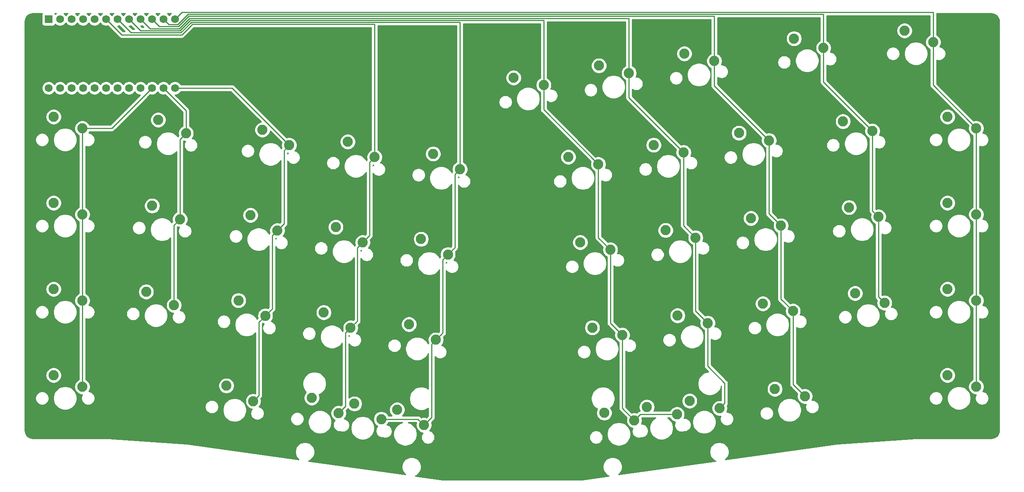
<source format=gbr>
G04 #@! TF.GenerationSoftware,KiCad,Pcbnew,(5.1.4)-1*
G04 #@! TF.CreationDate,2021-09-16T19:48:28-10:00*
G04 #@! TF.ProjectId,_autosave-oya38split,5f617574-6f73-4617-9665-2d6f79613338,rev?*
G04 #@! TF.SameCoordinates,Original*
G04 #@! TF.FileFunction,Copper,L2,Bot*
G04 #@! TF.FilePolarity,Positive*
%FSLAX46Y46*%
G04 Gerber Fmt 4.6, Leading zero omitted, Abs format (unit mm)*
G04 Created by KiCad (PCBNEW (5.1.4)-1) date 2021-09-16 19:48:28*
%MOMM*%
%LPD*%
G04 APERTURE LIST*
%ADD10C,2.250000*%
%ADD11R,1.752600X1.752600*%
%ADD12C,1.752600*%
%ADD13C,0.250000*%
%ADD14C,0.254000*%
G04 APERTURE END LIST*
D10*
X136489156Y-120244377D03*
X130554453Y-116845347D03*
X76401800Y-71748943D03*
X82559150Y-74725709D03*
X106713686Y-58348061D03*
X100778983Y-54949031D03*
X175046694Y-62590058D03*
X168404992Y-60958526D03*
X144442899Y-63650556D03*
X138508196Y-60251526D03*
X193911301Y-59938810D03*
X187269599Y-58307278D03*
X258603750Y-54610000D03*
X252253750Y-52070000D03*
X212775908Y-57287562D03*
X206134206Y-55656030D03*
X104062438Y-77212668D03*
X98127735Y-73813638D03*
X119643589Y-57600279D03*
X125578292Y-60999309D03*
X83888011Y-55722114D03*
X77730661Y-52745348D03*
X235657177Y-55190570D03*
X229145463Y-53099711D03*
D11*
X53498750Y-30480000D03*
D12*
X56038750Y-30480000D03*
X58578750Y-30480000D03*
X61118750Y-30480000D03*
X63658750Y-30480000D03*
X66198750Y-30480000D03*
X68738750Y-30480000D03*
X71278750Y-30480000D03*
X73818750Y-30480000D03*
X76358750Y-30480000D03*
X78898750Y-30480000D03*
X81438750Y-45720000D03*
X78898750Y-45720000D03*
X76358750Y-45720000D03*
X73818750Y-45720000D03*
X71278750Y-45720000D03*
X68738750Y-45720000D03*
X66198750Y-45720000D03*
X63658750Y-45720000D03*
X61118750Y-45720000D03*
X58578750Y-45720000D03*
X56038750Y-45720000D03*
X81438750Y-30480000D03*
X53498750Y-45720000D03*
D10*
X60960000Y-73660000D03*
X54610000Y-71120000D03*
X122927044Y-79863915D03*
X116992341Y-76464885D03*
X141791652Y-82515163D03*
X135856949Y-79116133D03*
X194050655Y-38117047D03*
X200692357Y-39748579D03*
X183000437Y-119183878D03*
X176358735Y-117552346D03*
X201865043Y-116532630D03*
X195223341Y-114901098D03*
X54610000Y-52070000D03*
X60960000Y-54610000D03*
X181827750Y-42399827D03*
X175186048Y-40768295D03*
X162963143Y-45051075D03*
X156321441Y-43419543D03*
X258603750Y-111760000D03*
X252253750Y-109220000D03*
X220729650Y-113881383D03*
X214087948Y-112249851D03*
X121122150Y-115519723D03*
X127056853Y-118918753D03*
X249078750Y-35560000D03*
X242728750Y-33020000D03*
X192432740Y-117858254D03*
X185791038Y-116226722D03*
X218314805Y-34760546D03*
X224826519Y-36851405D03*
X101411190Y-96077275D03*
X95476487Y-92678245D03*
X236986038Y-74194165D03*
X230474324Y-72103306D03*
X196562549Y-78803416D03*
X189920847Y-77171884D03*
X177697941Y-81454664D03*
X171056239Y-79823132D03*
X117624550Y-117593129D03*
X111689847Y-114194099D03*
X199213795Y-97668024D03*
X192572093Y-96036492D03*
X98759943Y-114941882D03*
X92825240Y-111542852D03*
X60960000Y-111760000D03*
X54610000Y-109220000D03*
X139140404Y-101379770D03*
X133205701Y-97980740D03*
X120275798Y-98728523D03*
X114341095Y-95329493D03*
X180349189Y-100319271D03*
X173707487Y-98687739D03*
X238314899Y-93197760D03*
X231803185Y-91106901D03*
X81230289Y-93729304D03*
X75072939Y-90752538D03*
X218078403Y-95016776D03*
X211436701Y-93385244D03*
X60960000Y-92710000D03*
X54610000Y-90170000D03*
X215427155Y-76152169D03*
X208785453Y-74520637D03*
X258603750Y-92710000D03*
X252253750Y-90170000D03*
X258603750Y-73660000D03*
X252253750Y-71120000D03*
D13*
X60960000Y-54610000D02*
X67468750Y-54610000D01*
X60960000Y-54610000D02*
X60960000Y-111760000D01*
X67468750Y-54610000D02*
X76358750Y-45720000D01*
X82559150Y-74725709D02*
X82559150Y-57050975D01*
X82559150Y-74725709D02*
X81230289Y-76054570D01*
X82559150Y-57050975D02*
X83888011Y-55722114D01*
X83888011Y-55722114D02*
X83888011Y-50709261D01*
X83888011Y-50709261D02*
X78898750Y-45720000D01*
X81230289Y-76054570D02*
X81230289Y-93729304D01*
X106713686Y-58348061D02*
X105568750Y-59492997D01*
X100012500Y-113689325D02*
X99884942Y-113816883D01*
X101411190Y-96077275D02*
X100012500Y-97475965D01*
X100012500Y-97475965D02*
X100012500Y-113689325D01*
X106713686Y-58348061D02*
X94085625Y-45720000D01*
X104062438Y-77212668D02*
X102937439Y-78337667D01*
X99884942Y-113816883D02*
X98759943Y-114941882D01*
X102937439Y-78337667D02*
X102937439Y-94551026D01*
X105568750Y-75706356D02*
X105187437Y-76087669D01*
X102536189Y-94952276D02*
X101411190Y-96077275D01*
X105568750Y-59492997D02*
X105568750Y-75706356D01*
X102937439Y-94551026D02*
X102536189Y-94952276D01*
X94085625Y-45720000D02*
X81438750Y-45720000D01*
X105187437Y-76087669D02*
X104062438Y-77212668D01*
X124052043Y-78738916D02*
X122927044Y-79863915D01*
X79930125Y-33931356D02*
X82947375Y-33931356D01*
X82947375Y-33931356D02*
X84890106Y-31988625D01*
X124453293Y-62124308D02*
X124453293Y-78337666D01*
X125578292Y-31625075D02*
X125578292Y-60999309D01*
X66198750Y-30480000D02*
X69650097Y-33931347D01*
X125578292Y-60999309D02*
X124453293Y-62124308D01*
X121802045Y-80988914D02*
X121802045Y-97202276D01*
X79930116Y-33931347D02*
X79930125Y-33931356D01*
X69650097Y-33931347D02*
X79930116Y-33931347D01*
X122927044Y-79863915D02*
X121802045Y-80988914D01*
X84890106Y-31988617D02*
X85253648Y-31625075D01*
X84890106Y-31988625D02*
X84890106Y-31988617D01*
X124453293Y-78337666D02*
X124052043Y-78738916D01*
X85253648Y-31625075D02*
X125578292Y-31625075D01*
X121400797Y-97603524D02*
X120275798Y-98728523D01*
X121802045Y-97202276D02*
X121400797Y-97603524D01*
X118749549Y-116468130D02*
X117624550Y-117593129D01*
X119150799Y-116066880D02*
X118749549Y-116468130D01*
X120275798Y-98728523D02*
X119150799Y-99853522D01*
X119150799Y-99853522D02*
X119150799Y-116066880D01*
X143317900Y-64775555D02*
X143317900Y-80988915D01*
X138188586Y-102331588D02*
X139140404Y-101379770D01*
X140666653Y-99853521D02*
X140265403Y-100254771D01*
X141791652Y-82515163D02*
X140666653Y-83640162D01*
X143317900Y-80988915D02*
X142916651Y-81390164D01*
X144442899Y-31175064D02*
X144442899Y-62059566D01*
X140666653Y-83640162D02*
X140666653Y-99853521D01*
X140265403Y-100254771D02*
X139140404Y-101379770D01*
X68738750Y-30480000D02*
X71740086Y-33481336D01*
X71740086Y-33481336D02*
X82760977Y-33481336D01*
X85067249Y-31175064D02*
X144442899Y-31175064D01*
X135163532Y-118918753D02*
X127056853Y-118918753D01*
X82760977Y-33481336D02*
X85067249Y-31175064D01*
X144442899Y-62059566D02*
X144442899Y-63650556D01*
X138188586Y-118544947D02*
X138188586Y-102331588D01*
X144442899Y-63650556D02*
X143317900Y-64775555D01*
X136489156Y-120244377D02*
X135163532Y-118918753D01*
X136489156Y-120244377D02*
X138188586Y-118544947D01*
X142916651Y-81390164D02*
X141791652Y-82515163D01*
X82574576Y-33031325D02*
X73830075Y-33031325D01*
X73830075Y-33031325D02*
X72155049Y-31356299D01*
X183000437Y-119183878D02*
X184326061Y-117858254D01*
X162963143Y-30725053D02*
X84880848Y-30725053D01*
X162963143Y-45051075D02*
X162963143Y-30725053D01*
X180349189Y-100319271D02*
X180349189Y-116532630D01*
X162963143Y-50506507D02*
X162963143Y-45051075D01*
X84880848Y-30725053D02*
X82574576Y-33031325D01*
X180349189Y-116532630D02*
X183000437Y-119183878D01*
X72155049Y-31356299D02*
X71278750Y-30480000D01*
X175046694Y-62590058D02*
X162963143Y-50506507D01*
X175046694Y-78803417D02*
X177697941Y-81454664D01*
X184326061Y-117858254D02*
X192432740Y-117858254D01*
X175046694Y-62590057D02*
X175046694Y-78803417D01*
X177697941Y-81454664D02*
X177697941Y-97668023D01*
X177697941Y-97668023D02*
X180349189Y-100319271D01*
X193911301Y-59938810D02*
X181827750Y-47855259D01*
X202990042Y-110975336D02*
X202990042Y-115407631D01*
X196562549Y-78803416D02*
X196562549Y-95016778D01*
X181827750Y-30275042D02*
X84694448Y-30275042D01*
X82388176Y-32581314D02*
X75920064Y-32581314D01*
X75920064Y-32581314D02*
X73818750Y-30480000D01*
X199213795Y-97668024D02*
X199213795Y-107199089D01*
X202990042Y-115407631D02*
X201865043Y-116532630D01*
X193911301Y-76152168D02*
X196562549Y-78803416D01*
X193911301Y-59938810D02*
X193911301Y-76152168D01*
X181827750Y-47855259D02*
X181827750Y-42399827D01*
X199213795Y-107199089D02*
X202990042Y-110975336D01*
X84694448Y-30275042D02*
X82388176Y-32581314D01*
X196562549Y-95016778D02*
X199213795Y-97668024D01*
X181827750Y-42399827D02*
X181827750Y-30275042D01*
X215427155Y-92365528D02*
X218078403Y-95016776D01*
X212775907Y-57287562D02*
X212775907Y-73500921D01*
X212775907Y-73500921D02*
X215427155Y-76152169D01*
X218078403Y-95016776D02*
X218078403Y-111230136D01*
X218078403Y-111230136D02*
X220729650Y-113881383D01*
X200692357Y-29825031D02*
X84508048Y-29825031D01*
X200692357Y-39748579D02*
X200692357Y-29825031D01*
X84508048Y-29825031D02*
X82201776Y-32131303D01*
X82201776Y-32131303D02*
X78010053Y-32131303D01*
X78010053Y-32131303D02*
X76358750Y-30480000D01*
X212775908Y-57287562D02*
X200692357Y-45204011D01*
X200692357Y-45204011D02*
X200692357Y-39748579D01*
X215427155Y-76152169D02*
X215427155Y-92365528D01*
X224826519Y-29375021D02*
X84321647Y-29375021D01*
X84321647Y-29375021D02*
X82015367Y-31681301D01*
X235657177Y-55190570D02*
X224826519Y-44359912D01*
X235657177Y-55190570D02*
X235657177Y-72865304D01*
X224826519Y-44359912D02*
X224826519Y-36851405D01*
X236986038Y-74194165D02*
X236986038Y-91868899D01*
X224826519Y-36851405D02*
X224826519Y-29375021D01*
X80100051Y-31681301D02*
X78898750Y-30480000D01*
X236986038Y-91868899D02*
X238314899Y-93197760D01*
X82015367Y-31681301D02*
X80100051Y-31681301D01*
X235657177Y-72865304D02*
X236986038Y-74194165D01*
X82315049Y-29603701D02*
X81438750Y-30480000D01*
X82993740Y-28925010D02*
X82315049Y-29603701D01*
X249078750Y-45085000D02*
X257478751Y-53485001D01*
X249078750Y-35560000D02*
X249078750Y-45085000D01*
X257478751Y-53485001D02*
X258603750Y-54610000D01*
X258603750Y-54610000D02*
X258603750Y-111760000D01*
X249078750Y-28925010D02*
X82993740Y-28925010D01*
X249078750Y-35560000D02*
X249078750Y-28925010D01*
D14*
G36*
X52091913Y-29249206D02*
G01*
X52032948Y-29359520D01*
X51996638Y-29479218D01*
X51984378Y-29603700D01*
X51984378Y-31356300D01*
X51996638Y-31480782D01*
X52032948Y-31600480D01*
X52091913Y-31710794D01*
X52171265Y-31807485D01*
X52267956Y-31886837D01*
X52378270Y-31945802D01*
X52497968Y-31982112D01*
X52622450Y-31994372D01*
X54375050Y-31994372D01*
X54499532Y-31982112D01*
X54619230Y-31945802D01*
X54729544Y-31886837D01*
X54826235Y-31807485D01*
X54905587Y-31710794D01*
X54964552Y-31600480D01*
X54977906Y-31556458D01*
X55075352Y-31653904D01*
X55322881Y-31819297D01*
X55597920Y-31933222D01*
X55889900Y-31991300D01*
X56187600Y-31991300D01*
X56479580Y-31933222D01*
X56754619Y-31819297D01*
X57002148Y-31653904D01*
X57212654Y-31443398D01*
X57308750Y-31299580D01*
X57404846Y-31443398D01*
X57615352Y-31653904D01*
X57862881Y-31819297D01*
X58137920Y-31933222D01*
X58429900Y-31991300D01*
X58727600Y-31991300D01*
X59019580Y-31933222D01*
X59294619Y-31819297D01*
X59542148Y-31653904D01*
X59752654Y-31443398D01*
X59848750Y-31299580D01*
X59944846Y-31443398D01*
X60155352Y-31653904D01*
X60402881Y-31819297D01*
X60677920Y-31933222D01*
X60969900Y-31991300D01*
X61267600Y-31991300D01*
X61559580Y-31933222D01*
X61834619Y-31819297D01*
X62082148Y-31653904D01*
X62292654Y-31443398D01*
X62388750Y-31299580D01*
X62484846Y-31443398D01*
X62695352Y-31653904D01*
X62942881Y-31819297D01*
X63217920Y-31933222D01*
X63509900Y-31991300D01*
X63807600Y-31991300D01*
X64099580Y-31933222D01*
X64374619Y-31819297D01*
X64622148Y-31653904D01*
X64832654Y-31443398D01*
X64928750Y-31299580D01*
X65024846Y-31443398D01*
X65235352Y-31653904D01*
X65482881Y-31819297D01*
X65757920Y-31933222D01*
X66049900Y-31991300D01*
X66347600Y-31991300D01*
X66587525Y-31943576D01*
X69086297Y-34442349D01*
X69110096Y-34471348D01*
X69225821Y-34566321D01*
X69357850Y-34636893D01*
X69501111Y-34680350D01*
X69612764Y-34691347D01*
X69612772Y-34691347D01*
X69650097Y-34695023D01*
X69687422Y-34691347D01*
X79892701Y-34691347D01*
X79892792Y-34691356D01*
X79892800Y-34691356D01*
X79930125Y-34695032D01*
X79967450Y-34691356D01*
X82910053Y-34691356D01*
X82947375Y-34695032D01*
X82984697Y-34691356D01*
X82984708Y-34691356D01*
X83096361Y-34680359D01*
X83239622Y-34636902D01*
X83371651Y-34566330D01*
X83487376Y-34471357D01*
X83511179Y-34442353D01*
X85401110Y-32552423D01*
X85430107Y-32528626D01*
X85453946Y-32499578D01*
X85568449Y-32385075D01*
X124818292Y-32385075D01*
X124818293Y-59409100D01*
X124744619Y-59439617D01*
X124456357Y-59632228D01*
X124211211Y-59877374D01*
X124018600Y-60165636D01*
X123885928Y-60485936D01*
X123818292Y-60825964D01*
X123818292Y-61172654D01*
X123885928Y-61512682D01*
X123915011Y-61582896D01*
X123913292Y-61584307D01*
X123874830Y-61631174D01*
X123818319Y-61700032D01*
X123788501Y-61755817D01*
X123781572Y-61739089D01*
X123493871Y-61308514D01*
X123127697Y-60942340D01*
X122697122Y-60654639D01*
X122218693Y-60456467D01*
X121710795Y-60355440D01*
X121192947Y-60355440D01*
X120685049Y-60456467D01*
X120206620Y-60654639D01*
X119776045Y-60942340D01*
X119409871Y-61308514D01*
X119122170Y-61739089D01*
X118923998Y-62217518D01*
X118822971Y-62725416D01*
X118822971Y-63243264D01*
X118923998Y-63751162D01*
X119122170Y-64229591D01*
X119409871Y-64660166D01*
X119776045Y-65026340D01*
X120206620Y-65314041D01*
X120685049Y-65512213D01*
X121192947Y-65613240D01*
X121710795Y-65613240D01*
X122218693Y-65512213D01*
X122697122Y-65314041D01*
X123127697Y-65026340D01*
X123493871Y-64660166D01*
X123693293Y-64361710D01*
X123693294Y-78022864D01*
X123541046Y-78175112D01*
X123541040Y-78175117D01*
X123514090Y-78202067D01*
X123440417Y-78171551D01*
X123100389Y-78103915D01*
X122753699Y-78103915D01*
X122413671Y-78171551D01*
X122093371Y-78304223D01*
X121805109Y-78496834D01*
X121559963Y-78741980D01*
X121367352Y-79030242D01*
X121234680Y-79350542D01*
X121167044Y-79690570D01*
X121167044Y-80037260D01*
X121234680Y-80377288D01*
X121263763Y-80447502D01*
X121262044Y-80448913D01*
X121223582Y-80495780D01*
X121167071Y-80564638D01*
X121137253Y-80620423D01*
X121130324Y-80603695D01*
X120842623Y-80173120D01*
X120476449Y-79806946D01*
X120045874Y-79519245D01*
X119567445Y-79321073D01*
X119059547Y-79220046D01*
X118541699Y-79220046D01*
X118033801Y-79321073D01*
X117555372Y-79519245D01*
X117124797Y-79806946D01*
X116758623Y-80173120D01*
X116470922Y-80603695D01*
X116272750Y-81082124D01*
X116171723Y-81590022D01*
X116171723Y-82107870D01*
X116272750Y-82615768D01*
X116470922Y-83094197D01*
X116758623Y-83524772D01*
X117124797Y-83890946D01*
X117555372Y-84178647D01*
X118033801Y-84376819D01*
X118541699Y-84477846D01*
X119059547Y-84477846D01*
X119567445Y-84376819D01*
X120045874Y-84178647D01*
X120476449Y-83890946D01*
X120842623Y-83524772D01*
X121042045Y-83226316D01*
X121042046Y-96887474D01*
X120889800Y-97039720D01*
X120889794Y-97039725D01*
X120862844Y-97066675D01*
X120789171Y-97036159D01*
X120449143Y-96968523D01*
X120102453Y-96968523D01*
X119762425Y-97036159D01*
X119442125Y-97168831D01*
X119153863Y-97361442D01*
X118908717Y-97606588D01*
X118716106Y-97894850D01*
X118583434Y-98215150D01*
X118515798Y-98555178D01*
X118515798Y-98901868D01*
X118583434Y-99241896D01*
X118612517Y-99312110D01*
X118610798Y-99313521D01*
X118572336Y-99360388D01*
X118515825Y-99429246D01*
X118486007Y-99485031D01*
X118479078Y-99468303D01*
X118191377Y-99037728D01*
X117825203Y-98671554D01*
X117394628Y-98383853D01*
X116916199Y-98185681D01*
X116408301Y-98084654D01*
X115890453Y-98084654D01*
X115382555Y-98185681D01*
X114904126Y-98383853D01*
X114473551Y-98671554D01*
X114107377Y-99037728D01*
X113819676Y-99468303D01*
X113621504Y-99946732D01*
X113520477Y-100454630D01*
X113520477Y-100972478D01*
X113621504Y-101480376D01*
X113819676Y-101958805D01*
X114107377Y-102389380D01*
X114473551Y-102755554D01*
X114904126Y-103043255D01*
X115382555Y-103241427D01*
X115890453Y-103342454D01*
X116408301Y-103342454D01*
X116916199Y-103241427D01*
X117394628Y-103043255D01*
X117825203Y-102755554D01*
X118191377Y-102389380D01*
X118390799Y-102090924D01*
X118390800Y-115752078D01*
X118238552Y-115904326D01*
X118238546Y-115904331D01*
X118211596Y-115931281D01*
X118137923Y-115900765D01*
X117797895Y-115833129D01*
X117451205Y-115833129D01*
X117111177Y-115900765D01*
X116790877Y-116033437D01*
X116502615Y-116226048D01*
X116257469Y-116471194D01*
X116064858Y-116759456D01*
X115932186Y-117079756D01*
X115864550Y-117419784D01*
X115864550Y-117766474D01*
X115932186Y-118106502D01*
X116064858Y-118426802D01*
X116257469Y-118715064D01*
X116502615Y-118960210D01*
X116790877Y-119152821D01*
X116803248Y-119157945D01*
X116726977Y-119234216D01*
X116561726Y-119481532D01*
X116447899Y-119756334D01*
X116389870Y-120048063D01*
X116389870Y-120345507D01*
X116447899Y-120637236D01*
X116561726Y-120912038D01*
X116726977Y-121159354D01*
X116937301Y-121369678D01*
X117184617Y-121534929D01*
X117459419Y-121648756D01*
X117751148Y-121706785D01*
X118014981Y-121706785D01*
X118088240Y-121737130D01*
X118379969Y-121795159D01*
X118677413Y-121795159D01*
X118969142Y-121737130D01*
X119243944Y-121623303D01*
X119491260Y-121458052D01*
X119701584Y-121247728D01*
X119866835Y-121000412D01*
X119980662Y-120725610D01*
X119996724Y-120644860D01*
X120301532Y-120644860D01*
X120301532Y-121162708D01*
X120402559Y-121670606D01*
X120600731Y-122149035D01*
X120888432Y-122579610D01*
X121254606Y-122945784D01*
X121685181Y-123233485D01*
X122163610Y-123431657D01*
X122671508Y-123532684D01*
X123189356Y-123532684D01*
X123697254Y-123431657D01*
X124175683Y-123233485D01*
X124606258Y-122945784D01*
X124972432Y-122579610D01*
X125260133Y-122149035D01*
X125458305Y-121670606D01*
X125559332Y-121162708D01*
X125559332Y-120644860D01*
X125458305Y-120136962D01*
X125260133Y-119658533D01*
X124972432Y-119227958D01*
X124606258Y-118861784D01*
X124175683Y-118574083D01*
X123697254Y-118375911D01*
X123189356Y-118274884D01*
X122671508Y-118274884D01*
X122163610Y-118375911D01*
X121685181Y-118574083D01*
X121254606Y-118861784D01*
X120888432Y-119227958D01*
X120600731Y-119658533D01*
X120402559Y-120136962D01*
X120301532Y-120644860D01*
X119996724Y-120644860D01*
X120038691Y-120433881D01*
X120038691Y-120136437D01*
X119980662Y-119844708D01*
X119866835Y-119569906D01*
X119701584Y-119322590D01*
X119491260Y-119112266D01*
X119243944Y-118947015D01*
X118969142Y-118833188D01*
X118889374Y-118817321D01*
X118991631Y-118715064D01*
X119184242Y-118426802D01*
X119316914Y-118106502D01*
X119384550Y-117766474D01*
X119384550Y-117419784D01*
X119316914Y-117079756D01*
X119286398Y-117006083D01*
X119313348Y-116979133D01*
X119313353Y-116979127D01*
X119661796Y-116630684D01*
X119690800Y-116606881D01*
X119713417Y-116579322D01*
X119755069Y-116641658D01*
X120000215Y-116886804D01*
X120288477Y-117079415D01*
X120608777Y-117212087D01*
X120948805Y-117279723D01*
X121295495Y-117279723D01*
X121635523Y-117212087D01*
X121955823Y-117079415D01*
X122244085Y-116886804D01*
X122489231Y-116641658D01*
X122681842Y-116353396D01*
X122814514Y-116033096D01*
X122882150Y-115693068D01*
X122882150Y-115346378D01*
X122814514Y-115006350D01*
X122681842Y-114686050D01*
X122489231Y-114397788D01*
X122244085Y-114152642D01*
X121955823Y-113960031D01*
X121635523Y-113827359D01*
X121295495Y-113759723D01*
X120948805Y-113759723D01*
X120608777Y-113827359D01*
X120288477Y-113960031D01*
X120000215Y-114152642D01*
X119910799Y-114242058D01*
X119910799Y-102239078D01*
X120007046Y-102383122D01*
X120217370Y-102593446D01*
X120464686Y-102758697D01*
X120739488Y-102872524D01*
X121031217Y-102930553D01*
X121328661Y-102930553D01*
X121620390Y-102872524D01*
X121895192Y-102758697D01*
X122142508Y-102593446D01*
X122226874Y-102509080D01*
X128473421Y-102509080D01*
X128473421Y-102806524D01*
X128531450Y-103098253D01*
X128645277Y-103373055D01*
X128810528Y-103620371D01*
X129020852Y-103830695D01*
X129268168Y-103995946D01*
X129542970Y-104109773D01*
X129834699Y-104167802D01*
X130132143Y-104167802D01*
X130423872Y-104109773D01*
X130698674Y-103995946D01*
X130945990Y-103830695D01*
X131156314Y-103620371D01*
X131321565Y-103373055D01*
X131435392Y-103098253D01*
X131493421Y-102806524D01*
X131493421Y-102509080D01*
X131435392Y-102217351D01*
X131321565Y-101942549D01*
X131156314Y-101695233D01*
X130945990Y-101484909D01*
X130698674Y-101319658D01*
X130423872Y-101205831D01*
X130132143Y-101147802D01*
X129834699Y-101147802D01*
X129542970Y-101205831D01*
X129268168Y-101319658D01*
X129020852Y-101484909D01*
X128810528Y-101695233D01*
X128645277Y-101942549D01*
X128531450Y-102217351D01*
X128473421Y-102509080D01*
X122226874Y-102509080D01*
X122352832Y-102383122D01*
X122518083Y-102135806D01*
X122631910Y-101861004D01*
X122689939Y-101569275D01*
X122689939Y-101271831D01*
X122631910Y-100980102D01*
X122518083Y-100705300D01*
X122352832Y-100457984D01*
X122142508Y-100247660D01*
X121895192Y-100082409D01*
X121620390Y-99968582D01*
X121540622Y-99952715D01*
X121642879Y-99850458D01*
X121835490Y-99562196D01*
X121968162Y-99241896D01*
X122035798Y-98901868D01*
X122035798Y-98555178D01*
X121968162Y-98215150D01*
X121937646Y-98141477D01*
X121964596Y-98114527D01*
X121964601Y-98114521D01*
X122271727Y-97807395D01*
X131445701Y-97807395D01*
X131445701Y-98154085D01*
X131513337Y-98494113D01*
X131646009Y-98814413D01*
X131838620Y-99102675D01*
X132083766Y-99347821D01*
X132372028Y-99540432D01*
X132692328Y-99673104D01*
X133032356Y-99740740D01*
X133379046Y-99740740D01*
X133719074Y-99673104D01*
X134039374Y-99540432D01*
X134327636Y-99347821D01*
X134572782Y-99102675D01*
X134765393Y-98814413D01*
X134898065Y-98494113D01*
X134965701Y-98154085D01*
X134965701Y-97807395D01*
X134898065Y-97467367D01*
X134765393Y-97147067D01*
X134572782Y-96858805D01*
X134327636Y-96613659D01*
X134039374Y-96421048D01*
X133719074Y-96288376D01*
X133379046Y-96220740D01*
X133032356Y-96220740D01*
X132692328Y-96288376D01*
X132372028Y-96421048D01*
X132083766Y-96613659D01*
X131838620Y-96858805D01*
X131646009Y-97147067D01*
X131513337Y-97467367D01*
X131445701Y-97807395D01*
X122271727Y-97807395D01*
X122313042Y-97766080D01*
X122342046Y-97742277D01*
X122437019Y-97626552D01*
X122507591Y-97494523D01*
X122551048Y-97351262D01*
X122562045Y-97239609D01*
X122562045Y-97239600D01*
X122565721Y-97202277D01*
X122562045Y-97164954D01*
X122562045Y-83374470D01*
X122658292Y-83518514D01*
X122868616Y-83728838D01*
X123115932Y-83894089D01*
X123390734Y-84007916D01*
X123682463Y-84065945D01*
X123979907Y-84065945D01*
X124271636Y-84007916D01*
X124546438Y-83894089D01*
X124793754Y-83728838D01*
X124878119Y-83644473D01*
X131124669Y-83644473D01*
X131124669Y-83941917D01*
X131182698Y-84233646D01*
X131296525Y-84508448D01*
X131461776Y-84755764D01*
X131672100Y-84966088D01*
X131919416Y-85131339D01*
X132194218Y-85245166D01*
X132485947Y-85303195D01*
X132783391Y-85303195D01*
X133075120Y-85245166D01*
X133349922Y-85131339D01*
X133597238Y-84966088D01*
X133807562Y-84755764D01*
X133972813Y-84508448D01*
X134086640Y-84233646D01*
X134144669Y-83941917D01*
X134144669Y-83644473D01*
X134086640Y-83352744D01*
X133972813Y-83077942D01*
X133807562Y-82830626D01*
X133597238Y-82620302D01*
X133349922Y-82455051D01*
X133075120Y-82341224D01*
X132783391Y-82283195D01*
X132485947Y-82283195D01*
X132194218Y-82341224D01*
X131919416Y-82455051D01*
X131672100Y-82620302D01*
X131461776Y-82830626D01*
X131296525Y-83077942D01*
X131182698Y-83352744D01*
X131124669Y-83644473D01*
X124878119Y-83644473D01*
X125004078Y-83518514D01*
X125169329Y-83271198D01*
X125283156Y-82996396D01*
X125341185Y-82704667D01*
X125341185Y-82407223D01*
X125283156Y-82115494D01*
X125169329Y-81840692D01*
X125004078Y-81593376D01*
X124793754Y-81383052D01*
X124546438Y-81217801D01*
X124271636Y-81103974D01*
X124191868Y-81088107D01*
X124294125Y-80985850D01*
X124486736Y-80697588D01*
X124619408Y-80377288D01*
X124687044Y-80037260D01*
X124687044Y-79690570D01*
X124619408Y-79350542D01*
X124588892Y-79276869D01*
X124615842Y-79249919D01*
X124615847Y-79249913D01*
X124922972Y-78942788D01*
X134096949Y-78942788D01*
X134096949Y-79289478D01*
X134164585Y-79629506D01*
X134297257Y-79949806D01*
X134489868Y-80238068D01*
X134735014Y-80483214D01*
X135023276Y-80675825D01*
X135343576Y-80808497D01*
X135683604Y-80876133D01*
X136030294Y-80876133D01*
X136370322Y-80808497D01*
X136690622Y-80675825D01*
X136978884Y-80483214D01*
X137224030Y-80238068D01*
X137416641Y-79949806D01*
X137549313Y-79629506D01*
X137616949Y-79289478D01*
X137616949Y-78942788D01*
X137549313Y-78602760D01*
X137416641Y-78282460D01*
X137224030Y-77994198D01*
X136978884Y-77749052D01*
X136690622Y-77556441D01*
X136370322Y-77423769D01*
X136030294Y-77356133D01*
X135683604Y-77356133D01*
X135343576Y-77423769D01*
X135023276Y-77556441D01*
X134735014Y-77749052D01*
X134489868Y-77994198D01*
X134297257Y-78282460D01*
X134164585Y-78602760D01*
X134096949Y-78942788D01*
X124922972Y-78942788D01*
X124964290Y-78901470D01*
X124993294Y-78877667D01*
X125088267Y-78761942D01*
X125158839Y-78629913D01*
X125202296Y-78486652D01*
X125213293Y-78374999D01*
X125213293Y-78374990D01*
X125216969Y-78337667D01*
X125213293Y-78300344D01*
X125213293Y-64509864D01*
X125309540Y-64653908D01*
X125519864Y-64864232D01*
X125767180Y-65029483D01*
X126041982Y-65143310D01*
X126333711Y-65201339D01*
X126631155Y-65201339D01*
X126922884Y-65143310D01*
X127197686Y-65029483D01*
X127445002Y-64864232D01*
X127529368Y-64779866D01*
X133775916Y-64779866D01*
X133775916Y-65077310D01*
X133833945Y-65369039D01*
X133947772Y-65643841D01*
X134113023Y-65891157D01*
X134323347Y-66101481D01*
X134570663Y-66266732D01*
X134845465Y-66380559D01*
X135137194Y-66438588D01*
X135434638Y-66438588D01*
X135726367Y-66380559D01*
X136001169Y-66266732D01*
X136248485Y-66101481D01*
X136458809Y-65891157D01*
X136624060Y-65643841D01*
X136737887Y-65369039D01*
X136795916Y-65077310D01*
X136795916Y-64779866D01*
X136737887Y-64488137D01*
X136624060Y-64213335D01*
X136458809Y-63966019D01*
X136248485Y-63755695D01*
X136001169Y-63590444D01*
X135726367Y-63476617D01*
X135434638Y-63418588D01*
X135137194Y-63418588D01*
X134845465Y-63476617D01*
X134570663Y-63590444D01*
X134323347Y-63755695D01*
X134113023Y-63966019D01*
X133947772Y-64213335D01*
X133833945Y-64488137D01*
X133775916Y-64779866D01*
X127529368Y-64779866D01*
X127655326Y-64653908D01*
X127820577Y-64406592D01*
X127934404Y-64131790D01*
X127992433Y-63840061D01*
X127992433Y-63542617D01*
X127934404Y-63250888D01*
X127820577Y-62976086D01*
X127655326Y-62728770D01*
X127445002Y-62518446D01*
X127197686Y-62353195D01*
X126922884Y-62239368D01*
X126843116Y-62223501D01*
X126945373Y-62121244D01*
X127137984Y-61832982D01*
X127270656Y-61512682D01*
X127338292Y-61172654D01*
X127338292Y-60825964D01*
X127270656Y-60485936D01*
X127137984Y-60165636D01*
X127079549Y-60078181D01*
X136748196Y-60078181D01*
X136748196Y-60424871D01*
X136815832Y-60764899D01*
X136948504Y-61085199D01*
X137141115Y-61373461D01*
X137386261Y-61618607D01*
X137674523Y-61811218D01*
X137994823Y-61943890D01*
X138334851Y-62011526D01*
X138681541Y-62011526D01*
X139021569Y-61943890D01*
X139341869Y-61811218D01*
X139630131Y-61618607D01*
X139875277Y-61373461D01*
X140067888Y-61085199D01*
X140200560Y-60764899D01*
X140268196Y-60424871D01*
X140268196Y-60078181D01*
X140200560Y-59738153D01*
X140067888Y-59417853D01*
X139875277Y-59129591D01*
X139630131Y-58884445D01*
X139341869Y-58691834D01*
X139021569Y-58559162D01*
X138681541Y-58491526D01*
X138334851Y-58491526D01*
X137994823Y-58559162D01*
X137674523Y-58691834D01*
X137386261Y-58884445D01*
X137141115Y-59129591D01*
X136948504Y-59417853D01*
X136815832Y-59738153D01*
X136748196Y-60078181D01*
X127079549Y-60078181D01*
X126945373Y-59877374D01*
X126700227Y-59632228D01*
X126411965Y-59439617D01*
X126338292Y-59409101D01*
X126338292Y-31935064D01*
X143682899Y-31935064D01*
X143682900Y-62022224D01*
X143682899Y-62022234D01*
X143682899Y-62060348D01*
X143609226Y-62090864D01*
X143320964Y-62283475D01*
X143075818Y-62528621D01*
X142883207Y-62816883D01*
X142750535Y-63137183D01*
X142682899Y-63477211D01*
X142682899Y-63823901D01*
X142750535Y-64163929D01*
X142779618Y-64234143D01*
X142777899Y-64235554D01*
X142739436Y-64282422D01*
X142682926Y-64351279D01*
X142653108Y-64407064D01*
X142646179Y-64390336D01*
X142358478Y-63959761D01*
X141992304Y-63593587D01*
X141561729Y-63305886D01*
X141083300Y-63107714D01*
X140575402Y-63006687D01*
X140057554Y-63006687D01*
X139549656Y-63107714D01*
X139071227Y-63305886D01*
X138640652Y-63593587D01*
X138274478Y-63959761D01*
X137986777Y-64390336D01*
X137788605Y-64868765D01*
X137687578Y-65376663D01*
X137687578Y-65894511D01*
X137788605Y-66402409D01*
X137986777Y-66880838D01*
X138274478Y-67311413D01*
X138640652Y-67677587D01*
X139071227Y-67965288D01*
X139549656Y-68163460D01*
X140057554Y-68264487D01*
X140575402Y-68264487D01*
X141083300Y-68163460D01*
X141561729Y-67965288D01*
X141992304Y-67677587D01*
X142358478Y-67311413D01*
X142557900Y-67012957D01*
X142557901Y-80674113D01*
X142405654Y-80826360D01*
X142405648Y-80826365D01*
X142378698Y-80853315D01*
X142305025Y-80822799D01*
X141964997Y-80755163D01*
X141618307Y-80755163D01*
X141278279Y-80822799D01*
X140957979Y-80955471D01*
X140669717Y-81148082D01*
X140424571Y-81393228D01*
X140231960Y-81681490D01*
X140099288Y-82001790D01*
X140031652Y-82341818D01*
X140031652Y-82688508D01*
X140099288Y-83028536D01*
X140128371Y-83098750D01*
X140126652Y-83100161D01*
X140088190Y-83147028D01*
X140031679Y-83215886D01*
X140005873Y-83264165D01*
X140001861Y-83271671D01*
X139994932Y-83254943D01*
X139707231Y-82824368D01*
X139341057Y-82458194D01*
X138910482Y-82170493D01*
X138432053Y-81972321D01*
X137924155Y-81871294D01*
X137406307Y-81871294D01*
X136898409Y-81972321D01*
X136419980Y-82170493D01*
X135989405Y-82458194D01*
X135623231Y-82824368D01*
X135335530Y-83254943D01*
X135137358Y-83733372D01*
X135036331Y-84241270D01*
X135036331Y-84759118D01*
X135137358Y-85267016D01*
X135335530Y-85745445D01*
X135623231Y-86176020D01*
X135989405Y-86542194D01*
X136419980Y-86829895D01*
X136898409Y-87028067D01*
X137406307Y-87129094D01*
X137924155Y-87129094D01*
X138432053Y-87028067D01*
X138910482Y-86829895D01*
X139341057Y-86542194D01*
X139707231Y-86176020D01*
X139906653Y-85877564D01*
X139906654Y-99538719D01*
X139754406Y-99690967D01*
X139754400Y-99690972D01*
X139727450Y-99717922D01*
X139653777Y-99687406D01*
X139313749Y-99619770D01*
X138967059Y-99619770D01*
X138627031Y-99687406D01*
X138306731Y-99820078D01*
X138018469Y-100012689D01*
X137773323Y-100257835D01*
X137580712Y-100546097D01*
X137448040Y-100866397D01*
X137380404Y-101206425D01*
X137380404Y-101553115D01*
X137448040Y-101893143D01*
X137497439Y-102012403D01*
X137483040Y-102039342D01*
X137469095Y-102085316D01*
X137439584Y-102182602D01*
X137428587Y-102294255D01*
X137426178Y-102318709D01*
X137343684Y-102119550D01*
X137055983Y-101688975D01*
X136689809Y-101322801D01*
X136259234Y-101035100D01*
X135780805Y-100836928D01*
X135272907Y-100735901D01*
X134755059Y-100735901D01*
X134247161Y-100836928D01*
X133768732Y-101035100D01*
X133338157Y-101322801D01*
X132971983Y-101688975D01*
X132684282Y-102119550D01*
X132486110Y-102597979D01*
X132385083Y-103105877D01*
X132385083Y-103623725D01*
X132486110Y-104131623D01*
X132684282Y-104610052D01*
X132971983Y-105040627D01*
X133338157Y-105406801D01*
X133768732Y-105694502D01*
X134247161Y-105892674D01*
X134755059Y-105993701D01*
X135272907Y-105993701D01*
X135780805Y-105892674D01*
X136259234Y-105694502D01*
X136689809Y-105406801D01*
X137055983Y-105040627D01*
X137343684Y-104610052D01*
X137428587Y-104405079D01*
X137428586Y-112266024D01*
X137114936Y-112056450D01*
X136636507Y-111858278D01*
X136128609Y-111757251D01*
X135610761Y-111757251D01*
X135102863Y-111858278D01*
X134624434Y-112056450D01*
X134193859Y-112344151D01*
X133827685Y-112710325D01*
X133539984Y-113140900D01*
X133341812Y-113619329D01*
X133240785Y-114127227D01*
X133240785Y-114645075D01*
X133341812Y-115152973D01*
X133539984Y-115631402D01*
X133827685Y-116061977D01*
X134193859Y-116428151D01*
X134624434Y-116715852D01*
X135102863Y-116914024D01*
X135610761Y-117015051D01*
X136128609Y-117015051D01*
X136636507Y-116914024D01*
X137114936Y-116715852D01*
X137428586Y-116506278D01*
X137428586Y-118230145D01*
X137076202Y-118582529D01*
X137002529Y-118552013D01*
X136662501Y-118484377D01*
X136315811Y-118484377D01*
X135975783Y-118552013D01*
X135902110Y-118582529D01*
X135727335Y-118407755D01*
X135703533Y-118378752D01*
X135587808Y-118283779D01*
X135455779Y-118213207D01*
X135312518Y-118169750D01*
X135200865Y-118158753D01*
X135200854Y-118158753D01*
X135163532Y-118155077D01*
X135126210Y-118158753D01*
X131730063Y-118158753D01*
X131921534Y-117967282D01*
X132114145Y-117679020D01*
X132246817Y-117358720D01*
X132314453Y-117018692D01*
X132314453Y-116672002D01*
X132246817Y-116331974D01*
X132114145Y-116011674D01*
X131921534Y-115723412D01*
X131676388Y-115478266D01*
X131388126Y-115285655D01*
X131067826Y-115152983D01*
X130727798Y-115085347D01*
X130381108Y-115085347D01*
X130041080Y-115152983D01*
X129720780Y-115285655D01*
X129432518Y-115478266D01*
X129187372Y-115723412D01*
X128994761Y-116011674D01*
X128862089Y-116331974D01*
X128794453Y-116672002D01*
X128794453Y-117018692D01*
X128862089Y-117358720D01*
X128994761Y-117679020D01*
X129187372Y-117967282D01*
X129378843Y-118158753D01*
X128647061Y-118158753D01*
X128616545Y-118085080D01*
X128423934Y-117796818D01*
X128178788Y-117551672D01*
X127890526Y-117359061D01*
X127570226Y-117226389D01*
X127230198Y-117158753D01*
X126883508Y-117158753D01*
X126543480Y-117226389D01*
X126223180Y-117359061D01*
X125934918Y-117551672D01*
X125689772Y-117796818D01*
X125497161Y-118085080D01*
X125364489Y-118405380D01*
X125296853Y-118745408D01*
X125296853Y-119092098D01*
X125364489Y-119432126D01*
X125497161Y-119752426D01*
X125689772Y-120040688D01*
X125934918Y-120285834D01*
X126223180Y-120478445D01*
X126235551Y-120483569D01*
X126159280Y-120559840D01*
X125994029Y-120807156D01*
X125880202Y-121081958D01*
X125822173Y-121373687D01*
X125822173Y-121671131D01*
X125880202Y-121962860D01*
X125994029Y-122237662D01*
X126159280Y-122484978D01*
X126369604Y-122695302D01*
X126616920Y-122860553D01*
X126891722Y-122974380D01*
X127183451Y-123032409D01*
X127447284Y-123032409D01*
X127520543Y-123062754D01*
X127812272Y-123120783D01*
X128109716Y-123120783D01*
X128401445Y-123062754D01*
X128676247Y-122948927D01*
X128923563Y-122783676D01*
X129133887Y-122573352D01*
X129299138Y-122326036D01*
X129412965Y-122051234D01*
X129470994Y-121759505D01*
X129470994Y-121462061D01*
X129412965Y-121170332D01*
X129299138Y-120895530D01*
X129133887Y-120648214D01*
X128923563Y-120437890D01*
X128676247Y-120272639D01*
X128401445Y-120158812D01*
X128321677Y-120142945D01*
X128423934Y-120040688D01*
X128616545Y-119752426D01*
X128647061Y-119678753D01*
X131710446Y-119678753D01*
X131595913Y-119701535D01*
X131117484Y-119899707D01*
X130686909Y-120187408D01*
X130320735Y-120553582D01*
X130033034Y-120984157D01*
X129834862Y-121462586D01*
X129733835Y-121970484D01*
X129733835Y-122488332D01*
X129834862Y-122996230D01*
X130033034Y-123474659D01*
X130320735Y-123905234D01*
X130686909Y-124271408D01*
X131117484Y-124559109D01*
X131595913Y-124757281D01*
X132103811Y-124858308D01*
X132621659Y-124858308D01*
X133129557Y-124757281D01*
X133607986Y-124559109D01*
X134038561Y-124271408D01*
X134404735Y-123905234D01*
X134692436Y-123474659D01*
X134890608Y-122996230D01*
X134991635Y-122488332D01*
X134991635Y-121970484D01*
X134890608Y-121462586D01*
X134692436Y-120984157D01*
X134404735Y-120553582D01*
X134038561Y-120187408D01*
X133607986Y-119899707D01*
X133129557Y-119701535D01*
X133015024Y-119678753D01*
X134818435Y-119678753D01*
X134796792Y-119731004D01*
X134729156Y-120071032D01*
X134729156Y-120417722D01*
X134796792Y-120757750D01*
X134929464Y-121078050D01*
X135122075Y-121366312D01*
X135367221Y-121611458D01*
X135655483Y-121804069D01*
X135975783Y-121936741D01*
X136213585Y-121984043D01*
X136055153Y-122221154D01*
X135941326Y-122495956D01*
X135883297Y-122787685D01*
X135883297Y-123085129D01*
X135941326Y-123376858D01*
X136055153Y-123651660D01*
X136220404Y-123898976D01*
X136430728Y-124109300D01*
X136678044Y-124274551D01*
X136952846Y-124388378D01*
X137244575Y-124446407D01*
X137542019Y-124446407D01*
X137833748Y-124388378D01*
X138108550Y-124274551D01*
X138355866Y-124109300D01*
X138566190Y-123898976D01*
X138731441Y-123651660D01*
X138845268Y-123376858D01*
X138903297Y-123085129D01*
X138903297Y-122787685D01*
X173040453Y-122787685D01*
X173040453Y-123085129D01*
X173098482Y-123376858D01*
X173212309Y-123651660D01*
X173377560Y-123898976D01*
X173587884Y-124109300D01*
X173835200Y-124274551D01*
X174110002Y-124388378D01*
X174401731Y-124446407D01*
X174699175Y-124446407D01*
X174990904Y-124388378D01*
X175265706Y-124274551D01*
X175513022Y-124109300D01*
X175723346Y-123898976D01*
X175888597Y-123651660D01*
X176002424Y-123376858D01*
X176060453Y-123085129D01*
X176060453Y-122787685D01*
X176002424Y-122495956D01*
X175888597Y-122221154D01*
X175723346Y-121973838D01*
X175719992Y-121970484D01*
X176952115Y-121970484D01*
X176952115Y-122488332D01*
X177053142Y-122996230D01*
X177251314Y-123474659D01*
X177539015Y-123905234D01*
X177905189Y-124271408D01*
X178335764Y-124559109D01*
X178814193Y-124757281D01*
X179322091Y-124858308D01*
X179839939Y-124858308D01*
X180347837Y-124757281D01*
X180826266Y-124559109D01*
X181256841Y-124271408D01*
X181623015Y-123905234D01*
X181910716Y-123474659D01*
X182108888Y-122996230D01*
X182209915Y-122488332D01*
X182209915Y-121970484D01*
X182108888Y-121462586D01*
X181910716Y-120984157D01*
X181623015Y-120553582D01*
X181256841Y-120187408D01*
X180826266Y-119899707D01*
X180347837Y-119701535D01*
X179839939Y-119600508D01*
X179322091Y-119600508D01*
X178814193Y-119701535D01*
X178335764Y-119899707D01*
X177905189Y-120187408D01*
X177539015Y-120553582D01*
X177251314Y-120984157D01*
X177053142Y-121462586D01*
X176952115Y-121970484D01*
X175719992Y-121970484D01*
X175513022Y-121763514D01*
X175265706Y-121598263D01*
X174990904Y-121484436D01*
X174699175Y-121426407D01*
X174401731Y-121426407D01*
X174110002Y-121484436D01*
X173835200Y-121598263D01*
X173587884Y-121763514D01*
X173377560Y-121973838D01*
X173212309Y-122221154D01*
X173098482Y-122495956D01*
X173040453Y-122787685D01*
X138903297Y-122787685D01*
X138845268Y-122495956D01*
X138731441Y-122221154D01*
X138566190Y-121973838D01*
X138355866Y-121763514D01*
X138108550Y-121598263D01*
X137833748Y-121484436D01*
X137753980Y-121468569D01*
X137856237Y-121366312D01*
X138048848Y-121078050D01*
X138181520Y-120757750D01*
X138249156Y-120417722D01*
X138249156Y-120071032D01*
X138181520Y-119731004D01*
X138151004Y-119657331D01*
X138699590Y-119108745D01*
X138728587Y-119084948D01*
X138769667Y-119034892D01*
X138823560Y-118969224D01*
X138894132Y-118837194D01*
X138903350Y-118806805D01*
X138937589Y-118693933D01*
X138948586Y-118582280D01*
X138948586Y-118582270D01*
X138952262Y-118544947D01*
X138948586Y-118507624D01*
X138948586Y-114127227D01*
X173445165Y-114127227D01*
X173445165Y-114645075D01*
X173546192Y-115152973D01*
X173744364Y-115631402D01*
X174032065Y-116061977D01*
X174398239Y-116428151D01*
X174809535Y-116702970D01*
X174799043Y-116718673D01*
X174666371Y-117038973D01*
X174598735Y-117379001D01*
X174598735Y-117725691D01*
X174666371Y-118065719D01*
X174799043Y-118386019D01*
X174991654Y-118674281D01*
X175236800Y-118919427D01*
X175525062Y-119112038D01*
X175845362Y-119244710D01*
X176185390Y-119312346D01*
X176532080Y-119312346D01*
X176872108Y-119244710D01*
X177192408Y-119112038D01*
X177480670Y-118919427D01*
X177725816Y-118674281D01*
X177918427Y-118386019D01*
X178051099Y-118065719D01*
X178118735Y-117725691D01*
X178118735Y-117379001D01*
X178051099Y-117038973D01*
X177918427Y-116718673D01*
X177732203Y-116439970D01*
X177749891Y-116428151D01*
X178116065Y-116061977D01*
X178403766Y-115631402D01*
X178601938Y-115152973D01*
X178702965Y-114645075D01*
X178702965Y-114127227D01*
X178601938Y-113619329D01*
X178403766Y-113140900D01*
X178116065Y-112710325D01*
X177749891Y-112344151D01*
X177319316Y-112056450D01*
X176840887Y-111858278D01*
X176332989Y-111757251D01*
X175815141Y-111757251D01*
X175307243Y-111858278D01*
X174828814Y-112056450D01*
X174398239Y-112344151D01*
X174032065Y-112710325D01*
X173744364Y-113140900D01*
X173546192Y-113619329D01*
X173445165Y-114127227D01*
X138948586Y-114127227D01*
X138948586Y-105111303D01*
X139081976Y-105244693D01*
X139329292Y-105409944D01*
X139604094Y-105523771D01*
X139895823Y-105581800D01*
X140193267Y-105581800D01*
X140484996Y-105523771D01*
X140759798Y-105409944D01*
X141007114Y-105244693D01*
X141217438Y-105034369D01*
X141382689Y-104787053D01*
X141496516Y-104512251D01*
X141554545Y-104220522D01*
X141554545Y-103923078D01*
X170389205Y-103923078D01*
X170389205Y-104220522D01*
X170447234Y-104512251D01*
X170561061Y-104787053D01*
X170726312Y-105034369D01*
X170936636Y-105244693D01*
X171183952Y-105409944D01*
X171458754Y-105523771D01*
X171750483Y-105581800D01*
X172047927Y-105581800D01*
X172339656Y-105523771D01*
X172614458Y-105409944D01*
X172861774Y-105244693D01*
X173072098Y-105034369D01*
X173237349Y-104787053D01*
X173351176Y-104512251D01*
X173409205Y-104220522D01*
X173409205Y-103923078D01*
X173351176Y-103631349D01*
X173237349Y-103356547D01*
X173072098Y-103109231D01*
X173068744Y-103105877D01*
X174300867Y-103105877D01*
X174300867Y-103623725D01*
X174401894Y-104131623D01*
X174600066Y-104610052D01*
X174887767Y-105040627D01*
X175253941Y-105406801D01*
X175684516Y-105694502D01*
X176162945Y-105892674D01*
X176670843Y-105993701D01*
X177188691Y-105993701D01*
X177696589Y-105892674D01*
X178175018Y-105694502D01*
X178605593Y-105406801D01*
X178971767Y-105040627D01*
X179259468Y-104610052D01*
X179457640Y-104131623D01*
X179558667Y-103623725D01*
X179558667Y-103105877D01*
X179457640Y-102597979D01*
X179259468Y-102119550D01*
X178971767Y-101688975D01*
X178605593Y-101322801D01*
X178175018Y-101035100D01*
X177696589Y-100836928D01*
X177188691Y-100735901D01*
X176670843Y-100735901D01*
X176162945Y-100836928D01*
X175684516Y-101035100D01*
X175253941Y-101322801D01*
X174887767Y-101688975D01*
X174600066Y-102119550D01*
X174401894Y-102597979D01*
X174300867Y-103105877D01*
X173068744Y-103105877D01*
X172861774Y-102898907D01*
X172614458Y-102733656D01*
X172339656Y-102619829D01*
X172047927Y-102561800D01*
X171750483Y-102561800D01*
X171458754Y-102619829D01*
X171183952Y-102733656D01*
X170936636Y-102898907D01*
X170726312Y-103109231D01*
X170561061Y-103356547D01*
X170447234Y-103631349D01*
X170389205Y-103923078D01*
X141554545Y-103923078D01*
X141496516Y-103631349D01*
X141382689Y-103356547D01*
X141217438Y-103109231D01*
X141007114Y-102898907D01*
X140759798Y-102733656D01*
X140484996Y-102619829D01*
X140405228Y-102603962D01*
X140507485Y-102501705D01*
X140700096Y-102213443D01*
X140832768Y-101893143D01*
X140900404Y-101553115D01*
X140900404Y-101206425D01*
X140832768Y-100866397D01*
X140802252Y-100792724D01*
X140829202Y-100765774D01*
X140829207Y-100765768D01*
X141177650Y-100417325D01*
X141206654Y-100393522D01*
X141301627Y-100277797D01*
X141372199Y-100145768D01*
X141415656Y-100002507D01*
X141426653Y-99890854D01*
X141426653Y-99890845D01*
X141430329Y-99853522D01*
X141426653Y-99816199D01*
X141426653Y-98514394D01*
X171947487Y-98514394D01*
X171947487Y-98861084D01*
X172015123Y-99201112D01*
X172147795Y-99521412D01*
X172340406Y-99809674D01*
X172585552Y-100054820D01*
X172873814Y-100247431D01*
X173194114Y-100380103D01*
X173534142Y-100447739D01*
X173880832Y-100447739D01*
X174220860Y-100380103D01*
X174541160Y-100247431D01*
X174829422Y-100054820D01*
X175074568Y-99809674D01*
X175267179Y-99521412D01*
X175399851Y-99201112D01*
X175467487Y-98861084D01*
X175467487Y-98514394D01*
X175399851Y-98174366D01*
X175267179Y-97854066D01*
X175074568Y-97565804D01*
X174829422Y-97320658D01*
X174541160Y-97128047D01*
X174220860Y-96995375D01*
X173880832Y-96927739D01*
X173534142Y-96927739D01*
X173194114Y-96995375D01*
X172873814Y-97128047D01*
X172585552Y-97320658D01*
X172340406Y-97565804D01*
X172147795Y-97854066D01*
X172015123Y-98174366D01*
X171947487Y-98514394D01*
X141426653Y-98514394D01*
X141426653Y-86025718D01*
X141522900Y-86169762D01*
X141733224Y-86380086D01*
X141980540Y-86545337D01*
X142255342Y-86659164D01*
X142547071Y-86717193D01*
X142844515Y-86717193D01*
X143136244Y-86659164D01*
X143411046Y-86545337D01*
X143658362Y-86380086D01*
X143868686Y-86169762D01*
X144033937Y-85922446D01*
X144147764Y-85647644D01*
X144205793Y-85355915D01*
X144205793Y-85058471D01*
X167737957Y-85058471D01*
X167737957Y-85355915D01*
X167795986Y-85647644D01*
X167909813Y-85922446D01*
X168075064Y-86169762D01*
X168285388Y-86380086D01*
X168532704Y-86545337D01*
X168807506Y-86659164D01*
X169099235Y-86717193D01*
X169396679Y-86717193D01*
X169688408Y-86659164D01*
X169963210Y-86545337D01*
X170210526Y-86380086D01*
X170420850Y-86169762D01*
X170586101Y-85922446D01*
X170699928Y-85647644D01*
X170757957Y-85355915D01*
X170757957Y-85058471D01*
X170699928Y-84766742D01*
X170586101Y-84491940D01*
X170420850Y-84244624D01*
X170417496Y-84241270D01*
X171649619Y-84241270D01*
X171649619Y-84759118D01*
X171750646Y-85267016D01*
X171948818Y-85745445D01*
X172236519Y-86176020D01*
X172602693Y-86542194D01*
X173033268Y-86829895D01*
X173511697Y-87028067D01*
X174019595Y-87129094D01*
X174537443Y-87129094D01*
X175045341Y-87028067D01*
X175523770Y-86829895D01*
X175954345Y-86542194D01*
X176320519Y-86176020D01*
X176608220Y-85745445D01*
X176806392Y-85267016D01*
X176907419Y-84759118D01*
X176907419Y-84241270D01*
X176806392Y-83733372D01*
X176608220Y-83254943D01*
X176320519Y-82824368D01*
X175954345Y-82458194D01*
X175523770Y-82170493D01*
X175045341Y-81972321D01*
X174537443Y-81871294D01*
X174019595Y-81871294D01*
X173511697Y-81972321D01*
X173033268Y-82170493D01*
X172602693Y-82458194D01*
X172236519Y-82824368D01*
X171948818Y-83254943D01*
X171750646Y-83733372D01*
X171649619Y-84241270D01*
X170417496Y-84241270D01*
X170210526Y-84034300D01*
X169963210Y-83869049D01*
X169688408Y-83755222D01*
X169396679Y-83697193D01*
X169099235Y-83697193D01*
X168807506Y-83755222D01*
X168532704Y-83869049D01*
X168285388Y-84034300D01*
X168075064Y-84244624D01*
X167909813Y-84491940D01*
X167795986Y-84766742D01*
X167737957Y-85058471D01*
X144205793Y-85058471D01*
X144147764Y-84766742D01*
X144033937Y-84491940D01*
X143868686Y-84244624D01*
X143658362Y-84034300D01*
X143411046Y-83869049D01*
X143136244Y-83755222D01*
X143056476Y-83739355D01*
X143158733Y-83637098D01*
X143351344Y-83348836D01*
X143484016Y-83028536D01*
X143551652Y-82688508D01*
X143551652Y-82341818D01*
X143484016Y-82001790D01*
X143453500Y-81928117D01*
X143480450Y-81901167D01*
X143480455Y-81901161D01*
X143828897Y-81552719D01*
X143857901Y-81528916D01*
X143952874Y-81413191D01*
X144023446Y-81281162D01*
X144066903Y-81137901D01*
X144077900Y-81026248D01*
X144077900Y-81026240D01*
X144081576Y-80988915D01*
X144077900Y-80951590D01*
X144077900Y-79649787D01*
X169296239Y-79649787D01*
X169296239Y-79996477D01*
X169363875Y-80336505D01*
X169496547Y-80656805D01*
X169689158Y-80945067D01*
X169934304Y-81190213D01*
X170222566Y-81382824D01*
X170542866Y-81515496D01*
X170882894Y-81583132D01*
X171229584Y-81583132D01*
X171569612Y-81515496D01*
X171889912Y-81382824D01*
X172178174Y-81190213D01*
X172423320Y-80945067D01*
X172615931Y-80656805D01*
X172748603Y-80336505D01*
X172816239Y-79996477D01*
X172816239Y-79649787D01*
X172748603Y-79309759D01*
X172615931Y-78989459D01*
X172423320Y-78701197D01*
X172178174Y-78456051D01*
X171889912Y-78263440D01*
X171569612Y-78130768D01*
X171229584Y-78063132D01*
X170882894Y-78063132D01*
X170542866Y-78130768D01*
X170222566Y-78263440D01*
X169934304Y-78456051D01*
X169689158Y-78701197D01*
X169496547Y-78989459D01*
X169363875Y-79309759D01*
X169296239Y-79649787D01*
X144077900Y-79649787D01*
X144077900Y-67161111D01*
X144174147Y-67305155D01*
X144384471Y-67515479D01*
X144631787Y-67680730D01*
X144906589Y-67794557D01*
X145198318Y-67852586D01*
X145495762Y-67852586D01*
X145787491Y-67794557D01*
X146062293Y-67680730D01*
X146309609Y-67515479D01*
X146519933Y-67305155D01*
X146685184Y-67057839D01*
X146799011Y-66783037D01*
X146857040Y-66491308D01*
X146857040Y-66193865D01*
X165086710Y-66193865D01*
X165086710Y-66491309D01*
X165144739Y-66783038D01*
X165258566Y-67057840D01*
X165423817Y-67305156D01*
X165634141Y-67515480D01*
X165881457Y-67680731D01*
X166156259Y-67794558D01*
X166447988Y-67852587D01*
X166745432Y-67852587D01*
X167037161Y-67794558D01*
X167311963Y-67680731D01*
X167559279Y-67515480D01*
X167769603Y-67305156D01*
X167934854Y-67057840D01*
X168048681Y-66783038D01*
X168106710Y-66491309D01*
X168106710Y-66193865D01*
X168048681Y-65902136D01*
X167934854Y-65627334D01*
X167769603Y-65380018D01*
X167766249Y-65376664D01*
X168998372Y-65376664D01*
X168998372Y-65894512D01*
X169099399Y-66402410D01*
X169297571Y-66880839D01*
X169585272Y-67311414D01*
X169951446Y-67677588D01*
X170382021Y-67965289D01*
X170860450Y-68163461D01*
X171368348Y-68264488D01*
X171886196Y-68264488D01*
X172394094Y-68163461D01*
X172872523Y-67965289D01*
X173303098Y-67677588D01*
X173669272Y-67311414D01*
X173956973Y-66880839D01*
X174155145Y-66402410D01*
X174256172Y-65894512D01*
X174256172Y-65376664D01*
X174155145Y-64868766D01*
X173956973Y-64390337D01*
X173669272Y-63959762D01*
X173303098Y-63593588D01*
X172872523Y-63305887D01*
X172394094Y-63107715D01*
X171886196Y-63006688D01*
X171368348Y-63006688D01*
X170860450Y-63107715D01*
X170382021Y-63305887D01*
X169951446Y-63593588D01*
X169585272Y-63959762D01*
X169297571Y-64390337D01*
X169099399Y-64868766D01*
X168998372Y-65376664D01*
X167766249Y-65376664D01*
X167559279Y-65169694D01*
X167311963Y-65004443D01*
X167037161Y-64890616D01*
X166745432Y-64832587D01*
X166447988Y-64832587D01*
X166156259Y-64890616D01*
X165881457Y-65004443D01*
X165634141Y-65169694D01*
X165423817Y-65380018D01*
X165258566Y-65627334D01*
X165144739Y-65902136D01*
X165086710Y-66193865D01*
X146857040Y-66193865D01*
X146857040Y-66193864D01*
X146799011Y-65902135D01*
X146685184Y-65627333D01*
X146519933Y-65380017D01*
X146309609Y-65169693D01*
X146062293Y-65004442D01*
X145787491Y-64890615D01*
X145707723Y-64874748D01*
X145809980Y-64772491D01*
X146002591Y-64484229D01*
X146135263Y-64163929D01*
X146202899Y-63823901D01*
X146202899Y-63477211D01*
X146135263Y-63137183D01*
X146002591Y-62816883D01*
X145809980Y-62528621D01*
X145564834Y-62283475D01*
X145276572Y-62090864D01*
X145202899Y-62060348D01*
X145202899Y-60785181D01*
X166644992Y-60785181D01*
X166644992Y-61131871D01*
X166712628Y-61471899D01*
X166845300Y-61792199D01*
X167037911Y-62080461D01*
X167283057Y-62325607D01*
X167571319Y-62518218D01*
X167891619Y-62650890D01*
X168231647Y-62718526D01*
X168578337Y-62718526D01*
X168918365Y-62650890D01*
X169238665Y-62518218D01*
X169526927Y-62325607D01*
X169772073Y-62080461D01*
X169964684Y-61792199D01*
X170097356Y-61471899D01*
X170164992Y-61131871D01*
X170164992Y-60785181D01*
X170097356Y-60445153D01*
X169964684Y-60124853D01*
X169772073Y-59836591D01*
X169526927Y-59591445D01*
X169238665Y-59398834D01*
X168918365Y-59266162D01*
X168578337Y-59198526D01*
X168231647Y-59198526D01*
X167891619Y-59266162D01*
X167571319Y-59398834D01*
X167283057Y-59591445D01*
X167037911Y-59836591D01*
X166845300Y-60124853D01*
X166712628Y-60445153D01*
X166644992Y-60785181D01*
X145202899Y-60785181D01*
X145202899Y-48654882D01*
X153003159Y-48654882D01*
X153003159Y-48952326D01*
X153061188Y-49244055D01*
X153175015Y-49518857D01*
X153340266Y-49766173D01*
X153550590Y-49976497D01*
X153797906Y-50141748D01*
X154072708Y-50255575D01*
X154364437Y-50313604D01*
X154661881Y-50313604D01*
X154953610Y-50255575D01*
X155228412Y-50141748D01*
X155475728Y-49976497D01*
X155686052Y-49766173D01*
X155851303Y-49518857D01*
X155965130Y-49244055D01*
X156023159Y-48952326D01*
X156023159Y-48654882D01*
X155965130Y-48363153D01*
X155851303Y-48088351D01*
X155686052Y-47841035D01*
X155682698Y-47837681D01*
X156914821Y-47837681D01*
X156914821Y-48355529D01*
X157015848Y-48863427D01*
X157214020Y-49341856D01*
X157501721Y-49772431D01*
X157867895Y-50138605D01*
X158298470Y-50426306D01*
X158776899Y-50624478D01*
X159284797Y-50725505D01*
X159802645Y-50725505D01*
X160310543Y-50624478D01*
X160788972Y-50426306D01*
X161219547Y-50138605D01*
X161585721Y-49772431D01*
X161873422Y-49341856D01*
X162071594Y-48863427D01*
X162172621Y-48355529D01*
X162172621Y-47837681D01*
X162071594Y-47329783D01*
X161873422Y-46851354D01*
X161585721Y-46420779D01*
X161219547Y-46054605D01*
X160788972Y-45766904D01*
X160310543Y-45568732D01*
X159802645Y-45467705D01*
X159284797Y-45467705D01*
X158776899Y-45568732D01*
X158298470Y-45766904D01*
X157867895Y-46054605D01*
X157501721Y-46420779D01*
X157214020Y-46851354D01*
X157015848Y-47329783D01*
X156914821Y-47837681D01*
X155682698Y-47837681D01*
X155475728Y-47630711D01*
X155228412Y-47465460D01*
X154953610Y-47351633D01*
X154661881Y-47293604D01*
X154364437Y-47293604D01*
X154072708Y-47351633D01*
X153797906Y-47465460D01*
X153550590Y-47630711D01*
X153340266Y-47841035D01*
X153175015Y-48088351D01*
X153061188Y-48363153D01*
X153003159Y-48654882D01*
X145202899Y-48654882D01*
X145202899Y-43246198D01*
X154561441Y-43246198D01*
X154561441Y-43592888D01*
X154629077Y-43932916D01*
X154761749Y-44253216D01*
X154954360Y-44541478D01*
X155199506Y-44786624D01*
X155487768Y-44979235D01*
X155808068Y-45111907D01*
X156148096Y-45179543D01*
X156494786Y-45179543D01*
X156834814Y-45111907D01*
X157155114Y-44979235D01*
X157443376Y-44786624D01*
X157688522Y-44541478D01*
X157881133Y-44253216D01*
X158013805Y-43932916D01*
X158081441Y-43592888D01*
X158081441Y-43246198D01*
X158013805Y-42906170D01*
X157881133Y-42585870D01*
X157688522Y-42297608D01*
X157443376Y-42052462D01*
X157155114Y-41859851D01*
X156834814Y-41727179D01*
X156494786Y-41659543D01*
X156148096Y-41659543D01*
X155808068Y-41727179D01*
X155487768Y-41859851D01*
X155199506Y-42052462D01*
X154954360Y-42297608D01*
X154761749Y-42585870D01*
X154629077Y-42906170D01*
X154561441Y-43246198D01*
X145202899Y-43246198D01*
X145202899Y-31485053D01*
X162203144Y-31485053D01*
X162203143Y-43460867D01*
X162129470Y-43491383D01*
X161841208Y-43683994D01*
X161596062Y-43929140D01*
X161403451Y-44217402D01*
X161270779Y-44537702D01*
X161203143Y-44877730D01*
X161203143Y-45224420D01*
X161270779Y-45564448D01*
X161403451Y-45884748D01*
X161596062Y-46173010D01*
X161841208Y-46418156D01*
X162129470Y-46610767D01*
X162203144Y-46641284D01*
X162203143Y-50469184D01*
X162199467Y-50506507D01*
X162203143Y-50543829D01*
X162203143Y-50543839D01*
X162214140Y-50655492D01*
X162235378Y-50725505D01*
X162257597Y-50798753D01*
X162328169Y-50930783D01*
X162368014Y-50979333D01*
X162423142Y-51046508D01*
X162452146Y-51070311D01*
X173384846Y-62003012D01*
X173354330Y-62076685D01*
X173286694Y-62416713D01*
X173286694Y-62763403D01*
X173354330Y-63103431D01*
X173487002Y-63423731D01*
X173679613Y-63711993D01*
X173924759Y-63957139D01*
X174213021Y-64149750D01*
X174286694Y-64180266D01*
X174286695Y-78766083D01*
X174283018Y-78803417D01*
X174297692Y-78952402D01*
X174341148Y-79095663D01*
X174411720Y-79227693D01*
X174471157Y-79300116D01*
X174506694Y-79343418D01*
X174535691Y-79367215D01*
X176036093Y-80867618D01*
X176005577Y-80941291D01*
X175937941Y-81281319D01*
X175937941Y-81628009D01*
X176005577Y-81968037D01*
X176138249Y-82288337D01*
X176330860Y-82576599D01*
X176576006Y-82821745D01*
X176864268Y-83014356D01*
X176937941Y-83044872D01*
X176937942Y-97630690D01*
X176934265Y-97668023D01*
X176937942Y-97705356D01*
X176948939Y-97817009D01*
X176960180Y-97854066D01*
X176992395Y-97960269D01*
X177062967Y-98092299D01*
X177134142Y-98179025D01*
X177157941Y-98208024D01*
X177186939Y-98231822D01*
X178687341Y-99732225D01*
X178656825Y-99805898D01*
X178589189Y-100145926D01*
X178589189Y-100492616D01*
X178656825Y-100832644D01*
X178789497Y-101152944D01*
X178982108Y-101441206D01*
X179227254Y-101686352D01*
X179515516Y-101878963D01*
X179589189Y-101909479D01*
X179589190Y-116495297D01*
X179585513Y-116532630D01*
X179589190Y-116569963D01*
X179596252Y-116641658D01*
X179600187Y-116681615D01*
X179643643Y-116824876D01*
X179714215Y-116956906D01*
X179785390Y-117043632D01*
X179809189Y-117072631D01*
X179838187Y-117096429D01*
X181338589Y-118596832D01*
X181308073Y-118670505D01*
X181240437Y-119010533D01*
X181240437Y-119357223D01*
X181308073Y-119697251D01*
X181440745Y-120017551D01*
X181633356Y-120305813D01*
X181878502Y-120550959D01*
X182166764Y-120743570D01*
X182487064Y-120876242D01*
X182640001Y-120906663D01*
X182530785Y-121170332D01*
X182472756Y-121462061D01*
X182472756Y-121759505D01*
X182530785Y-122051234D01*
X182644612Y-122326036D01*
X182809863Y-122573352D01*
X183020187Y-122783676D01*
X183267503Y-122948927D01*
X183542305Y-123062754D01*
X183834034Y-123120783D01*
X184131478Y-123120783D01*
X184423207Y-123062754D01*
X184496466Y-123032409D01*
X184760299Y-123032409D01*
X185052028Y-122974380D01*
X185326830Y-122860553D01*
X185574146Y-122695302D01*
X185784470Y-122484978D01*
X185949721Y-122237662D01*
X186063548Y-121962860D01*
X186121577Y-121671131D01*
X186121577Y-121373687D01*
X186063548Y-121081958D01*
X185949721Y-120807156D01*
X185784470Y-120559840D01*
X185574146Y-120349516D01*
X185326830Y-120184265D01*
X185052028Y-120070438D01*
X184760299Y-120012409D01*
X184562259Y-120012409D01*
X184692801Y-119697251D01*
X184760437Y-119357223D01*
X184760437Y-119010533D01*
X184692801Y-118670505D01*
X184671158Y-118618254D01*
X187701960Y-118618254D01*
X187337492Y-118861784D01*
X186971318Y-119227958D01*
X186683617Y-119658533D01*
X186485445Y-120136962D01*
X186384418Y-120644860D01*
X186384418Y-121162708D01*
X186485445Y-121670606D01*
X186683617Y-122149035D01*
X186971318Y-122579610D01*
X187337492Y-122945784D01*
X187768067Y-123233485D01*
X188246496Y-123431657D01*
X188754394Y-123532684D01*
X189272242Y-123532684D01*
X189780140Y-123431657D01*
X190258569Y-123233485D01*
X190689144Y-122945784D01*
X191055318Y-122579610D01*
X191343019Y-122149035D01*
X191541191Y-121670606D01*
X191642218Y-121162708D01*
X191642218Y-120644860D01*
X191541191Y-120136962D01*
X191343019Y-119658533D01*
X191055318Y-119227958D01*
X190689144Y-118861784D01*
X190324676Y-118618254D01*
X190842532Y-118618254D01*
X190873048Y-118691927D01*
X191065659Y-118980189D01*
X191310805Y-119225335D01*
X191599067Y-119417946D01*
X191919367Y-119550618D01*
X192072304Y-119581039D01*
X191963088Y-119844708D01*
X191905059Y-120136437D01*
X191905059Y-120433881D01*
X191963088Y-120725610D01*
X192076915Y-121000412D01*
X192242166Y-121247728D01*
X192452490Y-121458052D01*
X192699806Y-121623303D01*
X192974608Y-121737130D01*
X193266337Y-121795159D01*
X193563781Y-121795159D01*
X193855510Y-121737130D01*
X193928769Y-121706785D01*
X194192602Y-121706785D01*
X194484331Y-121648756D01*
X194759133Y-121534929D01*
X195006449Y-121369678D01*
X195216773Y-121159354D01*
X195382024Y-120912038D01*
X195495851Y-120637236D01*
X195553880Y-120345507D01*
X195553880Y-120048063D01*
X195495851Y-119756334D01*
X195382024Y-119481532D01*
X195273582Y-119319236D01*
X195816721Y-119319236D01*
X195816721Y-119837084D01*
X195917748Y-120344982D01*
X196115920Y-120823411D01*
X196403621Y-121253986D01*
X196769795Y-121620160D01*
X197200370Y-121907861D01*
X197678799Y-122106033D01*
X198186697Y-122207060D01*
X198704545Y-122207060D01*
X199212443Y-122106033D01*
X199690872Y-121907861D01*
X200121447Y-121620160D01*
X200487621Y-121253986D01*
X200775322Y-120823411D01*
X200973494Y-120344982D01*
X201074521Y-119837084D01*
X201074521Y-119319236D01*
X200973494Y-118811338D01*
X200775322Y-118332909D01*
X200487621Y-117902334D01*
X200121447Y-117536160D01*
X199690872Y-117248459D01*
X199212443Y-117050287D01*
X198704545Y-116949260D01*
X198186697Y-116949260D01*
X197678799Y-117050287D01*
X197200370Y-117248459D01*
X196769795Y-117536160D01*
X196403621Y-117902334D01*
X196115920Y-118332909D01*
X195917748Y-118811338D01*
X195816721Y-119319236D01*
X195273582Y-119319236D01*
X195216773Y-119234216D01*
X195006449Y-119023892D01*
X194759133Y-118858641D01*
X194484331Y-118744814D01*
X194192602Y-118686785D01*
X193994562Y-118686785D01*
X194125104Y-118371627D01*
X194192740Y-118031599D01*
X194192740Y-117684909D01*
X194125104Y-117344881D01*
X193992432Y-117024581D01*
X193799821Y-116736319D01*
X193554675Y-116491173D01*
X193266413Y-116298562D01*
X192946113Y-116165890D01*
X192606085Y-116098254D01*
X192259395Y-116098254D01*
X191919367Y-116165890D01*
X191599067Y-116298562D01*
X191310805Y-116491173D01*
X191065659Y-116736319D01*
X190873048Y-117024581D01*
X190842532Y-117098254D01*
X187325433Y-117098254D01*
X187350730Y-117060395D01*
X187483402Y-116740095D01*
X187551038Y-116400067D01*
X187551038Y-116053377D01*
X187483402Y-115713349D01*
X187350730Y-115393049D01*
X187158119Y-115104787D01*
X186912973Y-114859641D01*
X186715590Y-114727753D01*
X193463341Y-114727753D01*
X193463341Y-115074443D01*
X193530977Y-115414471D01*
X193663649Y-115734771D01*
X193856260Y-116023033D01*
X194101406Y-116268179D01*
X194389668Y-116460790D01*
X194709968Y-116593462D01*
X195049996Y-116661098D01*
X195396686Y-116661098D01*
X195736714Y-116593462D01*
X196057014Y-116460790D01*
X196345276Y-116268179D01*
X196590422Y-116023033D01*
X196783033Y-115734771D01*
X196915705Y-115414471D01*
X196983341Y-115074443D01*
X196983341Y-114727753D01*
X196915705Y-114387725D01*
X196783033Y-114067425D01*
X196590422Y-113779163D01*
X196345276Y-113534017D01*
X196057014Y-113341406D01*
X195736714Y-113208734D01*
X195396686Y-113141098D01*
X195049996Y-113141098D01*
X194709968Y-113208734D01*
X194389668Y-113341406D01*
X194101406Y-113534017D01*
X193856260Y-113779163D01*
X193663649Y-114067425D01*
X193530977Y-114387725D01*
X193463341Y-114727753D01*
X186715590Y-114727753D01*
X186624711Y-114667030D01*
X186304411Y-114534358D01*
X185964383Y-114466722D01*
X185617693Y-114466722D01*
X185277665Y-114534358D01*
X184957365Y-114667030D01*
X184669103Y-114859641D01*
X184423957Y-115104787D01*
X184231346Y-115393049D01*
X184098674Y-115713349D01*
X184031038Y-116053377D01*
X184031038Y-116400067D01*
X184098674Y-116740095D01*
X184231346Y-117060395D01*
X184258624Y-117101219D01*
X184177075Y-117109251D01*
X184033814Y-117152708D01*
X183901785Y-117223280D01*
X183901783Y-117223281D01*
X183901784Y-117223281D01*
X183815057Y-117294455D01*
X183815053Y-117294459D01*
X183786060Y-117318253D01*
X183762266Y-117347246D01*
X183587482Y-117522030D01*
X183513810Y-117491514D01*
X183173782Y-117423878D01*
X182827092Y-117423878D01*
X182487064Y-117491514D01*
X182413391Y-117522030D01*
X181109189Y-116217829D01*
X181109189Y-103905149D01*
X181245076Y-103995946D01*
X181519878Y-104109773D01*
X181811607Y-104167802D01*
X182109051Y-104167802D01*
X182400780Y-104109773D01*
X182675582Y-103995946D01*
X182922898Y-103830695D01*
X183133222Y-103620371D01*
X183298473Y-103373055D01*
X183412300Y-103098253D01*
X183470329Y-102806524D01*
X183470329Y-102509080D01*
X183412300Y-102217351D01*
X183298473Y-101942549D01*
X183133222Y-101695233D01*
X182922898Y-101484909D01*
X182675582Y-101319658D01*
X182560118Y-101271831D01*
X189253811Y-101271831D01*
X189253811Y-101569275D01*
X189311840Y-101861004D01*
X189425667Y-102135806D01*
X189590918Y-102383122D01*
X189801242Y-102593446D01*
X190048558Y-102758697D01*
X190323360Y-102872524D01*
X190615089Y-102930553D01*
X190912533Y-102930553D01*
X191204262Y-102872524D01*
X191479064Y-102758697D01*
X191726380Y-102593446D01*
X191936704Y-102383122D01*
X192101955Y-102135806D01*
X192215782Y-101861004D01*
X192273811Y-101569275D01*
X192273811Y-101271831D01*
X192215782Y-100980102D01*
X192101955Y-100705300D01*
X191936704Y-100457984D01*
X191933350Y-100454630D01*
X193165473Y-100454630D01*
X193165473Y-100972478D01*
X193266500Y-101480376D01*
X193464672Y-101958805D01*
X193752373Y-102389380D01*
X194118547Y-102755554D01*
X194549122Y-103043255D01*
X195027551Y-103241427D01*
X195535449Y-103342454D01*
X196053297Y-103342454D01*
X196561195Y-103241427D01*
X197039624Y-103043255D01*
X197470199Y-102755554D01*
X197836373Y-102389380D01*
X198124074Y-101958805D01*
X198322246Y-101480376D01*
X198423273Y-100972478D01*
X198423273Y-100454630D01*
X198322246Y-99946732D01*
X198124074Y-99468303D01*
X197836373Y-99037728D01*
X197470199Y-98671554D01*
X197039624Y-98383853D01*
X196561195Y-98185681D01*
X196053297Y-98084654D01*
X195535449Y-98084654D01*
X195027551Y-98185681D01*
X194549122Y-98383853D01*
X194118547Y-98671554D01*
X193752373Y-99037728D01*
X193464672Y-99468303D01*
X193266500Y-99946732D01*
X193165473Y-100454630D01*
X191933350Y-100454630D01*
X191726380Y-100247660D01*
X191479064Y-100082409D01*
X191204262Y-99968582D01*
X190912533Y-99910553D01*
X190615089Y-99910553D01*
X190323360Y-99968582D01*
X190048558Y-100082409D01*
X189801242Y-100247660D01*
X189590918Y-100457984D01*
X189425667Y-100705300D01*
X189311840Y-100980102D01*
X189253811Y-101271831D01*
X182560118Y-101271831D01*
X182400780Y-101205831D01*
X182109051Y-101147802D01*
X181911011Y-101147802D01*
X182041553Y-100832644D01*
X182109189Y-100492616D01*
X182109189Y-100145926D01*
X182041553Y-99805898D01*
X181908881Y-99485598D01*
X181716270Y-99197336D01*
X181471124Y-98952190D01*
X181182862Y-98759579D01*
X180862562Y-98626907D01*
X180522534Y-98559271D01*
X180175844Y-98559271D01*
X179835816Y-98626907D01*
X179762143Y-98657423D01*
X178457941Y-97353222D01*
X178457941Y-95863147D01*
X190812093Y-95863147D01*
X190812093Y-96209837D01*
X190879729Y-96549865D01*
X191012401Y-96870165D01*
X191205012Y-97158427D01*
X191450158Y-97403573D01*
X191738420Y-97596184D01*
X192058720Y-97728856D01*
X192398748Y-97796492D01*
X192745438Y-97796492D01*
X193085466Y-97728856D01*
X193405766Y-97596184D01*
X193694028Y-97403573D01*
X193939174Y-97158427D01*
X194131785Y-96870165D01*
X194264457Y-96549865D01*
X194332093Y-96209837D01*
X194332093Y-95863147D01*
X194264457Y-95523119D01*
X194131785Y-95202819D01*
X193939174Y-94914557D01*
X193694028Y-94669411D01*
X193405766Y-94476800D01*
X193085466Y-94344128D01*
X192745438Y-94276492D01*
X192398748Y-94276492D01*
X192058720Y-94344128D01*
X191738420Y-94476800D01*
X191450158Y-94669411D01*
X191205012Y-94914557D01*
X191012401Y-95202819D01*
X190879729Y-95523119D01*
X190812093Y-95863147D01*
X178457941Y-95863147D01*
X178457941Y-85040542D01*
X178593828Y-85131339D01*
X178868630Y-85245166D01*
X179160359Y-85303195D01*
X179457803Y-85303195D01*
X179749532Y-85245166D01*
X180024334Y-85131339D01*
X180271650Y-84966088D01*
X180481974Y-84755764D01*
X180647225Y-84508448D01*
X180761052Y-84233646D01*
X180819081Y-83941917D01*
X180819081Y-83644473D01*
X180761052Y-83352744D01*
X180647225Y-83077942D01*
X180481974Y-82830626D01*
X180271650Y-82620302D01*
X180024334Y-82455051D01*
X179908868Y-82407223D01*
X186602565Y-82407223D01*
X186602565Y-82704667D01*
X186660594Y-82996396D01*
X186774421Y-83271198D01*
X186939672Y-83518514D01*
X187149996Y-83728838D01*
X187397312Y-83894089D01*
X187672114Y-84007916D01*
X187963843Y-84065945D01*
X188261287Y-84065945D01*
X188553016Y-84007916D01*
X188827818Y-83894089D01*
X189075134Y-83728838D01*
X189285458Y-83518514D01*
X189450709Y-83271198D01*
X189564536Y-82996396D01*
X189622565Y-82704667D01*
X189622565Y-82407223D01*
X189564536Y-82115494D01*
X189450709Y-81840692D01*
X189285458Y-81593376D01*
X189282104Y-81590022D01*
X190514227Y-81590022D01*
X190514227Y-82107870D01*
X190615254Y-82615768D01*
X190813426Y-83094197D01*
X191101127Y-83524772D01*
X191467301Y-83890946D01*
X191897876Y-84178647D01*
X192376305Y-84376819D01*
X192884203Y-84477846D01*
X193402051Y-84477846D01*
X193909949Y-84376819D01*
X194388378Y-84178647D01*
X194818953Y-83890946D01*
X195185127Y-83524772D01*
X195472828Y-83094197D01*
X195671000Y-82615768D01*
X195772027Y-82107870D01*
X195772027Y-81590022D01*
X195671000Y-81082124D01*
X195472828Y-80603695D01*
X195185127Y-80173120D01*
X194818953Y-79806946D01*
X194388378Y-79519245D01*
X193909949Y-79321073D01*
X193402051Y-79220046D01*
X192884203Y-79220046D01*
X192376305Y-79321073D01*
X191897876Y-79519245D01*
X191467301Y-79806946D01*
X191101127Y-80173120D01*
X190813426Y-80603695D01*
X190615254Y-81082124D01*
X190514227Y-81590022D01*
X189282104Y-81590022D01*
X189075134Y-81383052D01*
X188827818Y-81217801D01*
X188553016Y-81103974D01*
X188261287Y-81045945D01*
X187963843Y-81045945D01*
X187672114Y-81103974D01*
X187397312Y-81217801D01*
X187149996Y-81383052D01*
X186939672Y-81593376D01*
X186774421Y-81840692D01*
X186660594Y-82115494D01*
X186602565Y-82407223D01*
X179908868Y-82407223D01*
X179749532Y-82341224D01*
X179457803Y-82283195D01*
X179259763Y-82283195D01*
X179390305Y-81968037D01*
X179457941Y-81628009D01*
X179457941Y-81281319D01*
X179390305Y-80941291D01*
X179257633Y-80620991D01*
X179065022Y-80332729D01*
X178819876Y-80087583D01*
X178531614Y-79894972D01*
X178211314Y-79762300D01*
X177871286Y-79694664D01*
X177524596Y-79694664D01*
X177184568Y-79762300D01*
X177110895Y-79792816D01*
X175806694Y-78488616D01*
X175806694Y-76998539D01*
X188160847Y-76998539D01*
X188160847Y-77345229D01*
X188228483Y-77685257D01*
X188361155Y-78005557D01*
X188553766Y-78293819D01*
X188798912Y-78538965D01*
X189087174Y-78731576D01*
X189407474Y-78864248D01*
X189747502Y-78931884D01*
X190094192Y-78931884D01*
X190434220Y-78864248D01*
X190754520Y-78731576D01*
X191042782Y-78538965D01*
X191287928Y-78293819D01*
X191480539Y-78005557D01*
X191613211Y-77685257D01*
X191680847Y-77345229D01*
X191680847Y-76998539D01*
X191613211Y-76658511D01*
X191480539Y-76338211D01*
X191287928Y-76049949D01*
X191042782Y-75804803D01*
X190754520Y-75612192D01*
X190434220Y-75479520D01*
X190094192Y-75411884D01*
X189747502Y-75411884D01*
X189407474Y-75479520D01*
X189087174Y-75612192D01*
X188798912Y-75804803D01*
X188553766Y-76049949D01*
X188361155Y-76338211D01*
X188228483Y-76658511D01*
X188160847Y-76998539D01*
X175806694Y-76998539D01*
X175806694Y-66175936D01*
X175942581Y-66266733D01*
X176217383Y-66380560D01*
X176509112Y-66438589D01*
X176806556Y-66438589D01*
X177098285Y-66380560D01*
X177373087Y-66266733D01*
X177620403Y-66101482D01*
X177830727Y-65891158D01*
X177995978Y-65643842D01*
X178109805Y-65369040D01*
X178167834Y-65077311D01*
X178167834Y-64779867D01*
X178109805Y-64488138D01*
X177995978Y-64213336D01*
X177830727Y-63966020D01*
X177620403Y-63755696D01*
X177373087Y-63590445D01*
X177257621Y-63542617D01*
X183951317Y-63542617D01*
X183951317Y-63840061D01*
X184009346Y-64131790D01*
X184123173Y-64406592D01*
X184288424Y-64653908D01*
X184498748Y-64864232D01*
X184746064Y-65029483D01*
X185020866Y-65143310D01*
X185312595Y-65201339D01*
X185610039Y-65201339D01*
X185901768Y-65143310D01*
X186176570Y-65029483D01*
X186423886Y-64864232D01*
X186634210Y-64653908D01*
X186799461Y-64406592D01*
X186913288Y-64131790D01*
X186971317Y-63840061D01*
X186971317Y-63542617D01*
X186913288Y-63250888D01*
X186799461Y-62976086D01*
X186634210Y-62728770D01*
X186630856Y-62725416D01*
X187862979Y-62725416D01*
X187862979Y-63243264D01*
X187964006Y-63751162D01*
X188162178Y-64229591D01*
X188449879Y-64660166D01*
X188816053Y-65026340D01*
X189246628Y-65314041D01*
X189725057Y-65512213D01*
X190232955Y-65613240D01*
X190750803Y-65613240D01*
X191258701Y-65512213D01*
X191737130Y-65314041D01*
X192167705Y-65026340D01*
X192533879Y-64660166D01*
X192821580Y-64229591D01*
X193019752Y-63751162D01*
X193120779Y-63243264D01*
X193120779Y-62725416D01*
X193019752Y-62217518D01*
X192821580Y-61739089D01*
X192533879Y-61308514D01*
X192167705Y-60942340D01*
X191737130Y-60654639D01*
X191258701Y-60456467D01*
X190750803Y-60355440D01*
X190232955Y-60355440D01*
X189725057Y-60456467D01*
X189246628Y-60654639D01*
X188816053Y-60942340D01*
X188449879Y-61308514D01*
X188162178Y-61739089D01*
X187964006Y-62217518D01*
X187862979Y-62725416D01*
X186630856Y-62725416D01*
X186423886Y-62518446D01*
X186176570Y-62353195D01*
X185901768Y-62239368D01*
X185610039Y-62181339D01*
X185312595Y-62181339D01*
X185020866Y-62239368D01*
X184746064Y-62353195D01*
X184498748Y-62518446D01*
X184288424Y-62728770D01*
X184123173Y-62976086D01*
X184009346Y-63250888D01*
X183951317Y-63542617D01*
X177257621Y-63542617D01*
X177098285Y-63476618D01*
X176806556Y-63418589D01*
X176608516Y-63418589D01*
X176739058Y-63103431D01*
X176806694Y-62763403D01*
X176806694Y-62416713D01*
X176739058Y-62076685D01*
X176606386Y-61756385D01*
X176413775Y-61468123D01*
X176168629Y-61222977D01*
X175880367Y-61030366D01*
X175560067Y-60897694D01*
X175220039Y-60830058D01*
X174873349Y-60830058D01*
X174533321Y-60897694D01*
X174459648Y-60928210D01*
X171665371Y-58133933D01*
X185509599Y-58133933D01*
X185509599Y-58480623D01*
X185577235Y-58820651D01*
X185709907Y-59140951D01*
X185902518Y-59429213D01*
X186147664Y-59674359D01*
X186435926Y-59866970D01*
X186756226Y-59999642D01*
X187096254Y-60067278D01*
X187442944Y-60067278D01*
X187782972Y-59999642D01*
X188103272Y-59866970D01*
X188391534Y-59674359D01*
X188636680Y-59429213D01*
X188829291Y-59140951D01*
X188961963Y-58820651D01*
X189029599Y-58480623D01*
X189029599Y-58133933D01*
X188961963Y-57793905D01*
X188829291Y-57473605D01*
X188636680Y-57185343D01*
X188391534Y-56940197D01*
X188103272Y-56747586D01*
X187782972Y-56614914D01*
X187442944Y-56547278D01*
X187096254Y-56547278D01*
X186756226Y-56614914D01*
X186435926Y-56747586D01*
X186147664Y-56940197D01*
X185902518Y-57185343D01*
X185709907Y-57473605D01*
X185577235Y-57793905D01*
X185509599Y-58133933D01*
X171665371Y-58133933D01*
X163723143Y-50191706D01*
X163723143Y-48636953D01*
X163859030Y-48727750D01*
X164133832Y-48841577D01*
X164425561Y-48899606D01*
X164723005Y-48899606D01*
X165014734Y-48841577D01*
X165289536Y-48727750D01*
X165536852Y-48562499D01*
X165747176Y-48352175D01*
X165912427Y-48104859D01*
X166026254Y-47830057D01*
X166084283Y-47538328D01*
X166084283Y-47240884D01*
X166026254Y-46949155D01*
X165912427Y-46674353D01*
X165747176Y-46427037D01*
X165536852Y-46216713D01*
X165289536Y-46051462D01*
X165174070Y-46003634D01*
X171867766Y-46003634D01*
X171867766Y-46301078D01*
X171925795Y-46592807D01*
X172039622Y-46867609D01*
X172204873Y-47114925D01*
X172415197Y-47325249D01*
X172662513Y-47490500D01*
X172937315Y-47604327D01*
X173229044Y-47662356D01*
X173526488Y-47662356D01*
X173818217Y-47604327D01*
X174093019Y-47490500D01*
X174340335Y-47325249D01*
X174550659Y-47114925D01*
X174715910Y-46867609D01*
X174829737Y-46592807D01*
X174887766Y-46301078D01*
X174887766Y-46003634D01*
X174829737Y-45711905D01*
X174715910Y-45437103D01*
X174550659Y-45189787D01*
X174547305Y-45186433D01*
X175779428Y-45186433D01*
X175779428Y-45704281D01*
X175880455Y-46212179D01*
X176078627Y-46690608D01*
X176366328Y-47121183D01*
X176732502Y-47487357D01*
X177163077Y-47775058D01*
X177641506Y-47973230D01*
X178149404Y-48074257D01*
X178667252Y-48074257D01*
X179175150Y-47973230D01*
X179653579Y-47775058D01*
X180084154Y-47487357D01*
X180450328Y-47121183D01*
X180738029Y-46690608D01*
X180936201Y-46212179D01*
X181037228Y-45704281D01*
X181037228Y-45186433D01*
X180936201Y-44678535D01*
X180738029Y-44200106D01*
X180450328Y-43769531D01*
X180084154Y-43403357D01*
X179653579Y-43115656D01*
X179175150Y-42917484D01*
X178667252Y-42816457D01*
X178149404Y-42816457D01*
X177641506Y-42917484D01*
X177163077Y-43115656D01*
X176732502Y-43403357D01*
X176366328Y-43769531D01*
X176078627Y-44200106D01*
X175880455Y-44678535D01*
X175779428Y-45186433D01*
X174547305Y-45186433D01*
X174340335Y-44979463D01*
X174093019Y-44814212D01*
X173818217Y-44700385D01*
X173526488Y-44642356D01*
X173229044Y-44642356D01*
X172937315Y-44700385D01*
X172662513Y-44814212D01*
X172415197Y-44979463D01*
X172204873Y-45189787D01*
X172039622Y-45437103D01*
X171925795Y-45711905D01*
X171867766Y-46003634D01*
X165174070Y-46003634D01*
X165014734Y-45937635D01*
X164723005Y-45879606D01*
X164524965Y-45879606D01*
X164655507Y-45564448D01*
X164723143Y-45224420D01*
X164723143Y-44877730D01*
X164655507Y-44537702D01*
X164522835Y-44217402D01*
X164330224Y-43929140D01*
X164085078Y-43683994D01*
X163796816Y-43491383D01*
X163723143Y-43460867D01*
X163723143Y-40594950D01*
X173426048Y-40594950D01*
X173426048Y-40941640D01*
X173493684Y-41281668D01*
X173626356Y-41601968D01*
X173818967Y-41890230D01*
X174064113Y-42135376D01*
X174352375Y-42327987D01*
X174672675Y-42460659D01*
X175012703Y-42528295D01*
X175359393Y-42528295D01*
X175699421Y-42460659D01*
X176019721Y-42327987D01*
X176307983Y-42135376D01*
X176553129Y-41890230D01*
X176745740Y-41601968D01*
X176878412Y-41281668D01*
X176946048Y-40941640D01*
X176946048Y-40594950D01*
X176878412Y-40254922D01*
X176745740Y-39934622D01*
X176553129Y-39646360D01*
X176307983Y-39401214D01*
X176019721Y-39208603D01*
X175699421Y-39075931D01*
X175359393Y-39008295D01*
X175012703Y-39008295D01*
X174672675Y-39075931D01*
X174352375Y-39208603D01*
X174064113Y-39401214D01*
X173818967Y-39646360D01*
X173626356Y-39934622D01*
X173493684Y-40254922D01*
X173426048Y-40594950D01*
X163723143Y-40594950D01*
X163723143Y-31035042D01*
X181067751Y-31035042D01*
X181067750Y-40809619D01*
X180994077Y-40840135D01*
X180705815Y-41032746D01*
X180460669Y-41277892D01*
X180268058Y-41566154D01*
X180135386Y-41886454D01*
X180067750Y-42226482D01*
X180067750Y-42573172D01*
X180135386Y-42913200D01*
X180268058Y-43233500D01*
X180460669Y-43521762D01*
X180705815Y-43766908D01*
X180994077Y-43959519D01*
X181067751Y-43990036D01*
X181067750Y-47817936D01*
X181064074Y-47855259D01*
X181067750Y-47892581D01*
X181067750Y-47892591D01*
X181078747Y-48004244D01*
X181109268Y-48104859D01*
X181122204Y-48147505D01*
X181192776Y-48279535D01*
X181232621Y-48328085D01*
X181287749Y-48395260D01*
X181316753Y-48419063D01*
X192249453Y-59351764D01*
X192218937Y-59425437D01*
X192151301Y-59765465D01*
X192151301Y-60112155D01*
X192218937Y-60452183D01*
X192351609Y-60772483D01*
X192544220Y-61060745D01*
X192789366Y-61305891D01*
X193077628Y-61498502D01*
X193151301Y-61529018D01*
X193151302Y-76114835D01*
X193147625Y-76152168D01*
X193151302Y-76189501D01*
X193162299Y-76301154D01*
X193173540Y-76338211D01*
X193205755Y-76444414D01*
X193276327Y-76576444D01*
X193347502Y-76663170D01*
X193371301Y-76692169D01*
X193400299Y-76715967D01*
X194900701Y-78216370D01*
X194870185Y-78290043D01*
X194802549Y-78630071D01*
X194802549Y-78976761D01*
X194870185Y-79316789D01*
X195002857Y-79637089D01*
X195195468Y-79925351D01*
X195440614Y-80170497D01*
X195728876Y-80363108D01*
X195802549Y-80393624D01*
X195802550Y-94979443D01*
X195798873Y-95016778D01*
X195802550Y-95054111D01*
X195813547Y-95165764D01*
X195824700Y-95202531D01*
X195857003Y-95309024D01*
X195927575Y-95441054D01*
X195983275Y-95508924D01*
X196022549Y-95556779D01*
X196051545Y-95580575D01*
X197551947Y-97080978D01*
X197521431Y-97154651D01*
X197453795Y-97494679D01*
X197453795Y-97841369D01*
X197521431Y-98181397D01*
X197654103Y-98501697D01*
X197846714Y-98789959D01*
X198091860Y-99035105D01*
X198380122Y-99227716D01*
X198453795Y-99258232D01*
X198453796Y-107161757D01*
X198450119Y-107199089D01*
X198464793Y-107348074D01*
X198508249Y-107491335D01*
X198578821Y-107623365D01*
X198609140Y-107660308D01*
X198673795Y-107739090D01*
X198702793Y-107762888D01*
X199385220Y-108445315D01*
X198888001Y-108544218D01*
X198409572Y-108742390D01*
X197978997Y-109030091D01*
X197612823Y-109396265D01*
X197325122Y-109826840D01*
X197126950Y-110305269D01*
X197025923Y-110813167D01*
X197025923Y-111331015D01*
X197126950Y-111838913D01*
X197325122Y-112317342D01*
X197612823Y-112747917D01*
X197978997Y-113114091D01*
X198409572Y-113401792D01*
X198888001Y-113599964D01*
X199395899Y-113700991D01*
X199913747Y-113700991D01*
X200421645Y-113599964D01*
X200900074Y-113401792D01*
X201330649Y-113114091D01*
X201696823Y-112747917D01*
X201984524Y-112317342D01*
X202182696Y-111838913D01*
X202230042Y-111600887D01*
X202230043Y-114810753D01*
X202038388Y-114772630D01*
X201691698Y-114772630D01*
X201351670Y-114840266D01*
X201031370Y-114972938D01*
X200743108Y-115165549D01*
X200497962Y-115410695D01*
X200305351Y-115698957D01*
X200172679Y-116019257D01*
X200105043Y-116359285D01*
X200105043Y-116705975D01*
X200172679Y-117046003D01*
X200305351Y-117366303D01*
X200497962Y-117654565D01*
X200743108Y-117899711D01*
X201031370Y-118092322D01*
X201351670Y-118224994D01*
X201691698Y-118292630D01*
X202038388Y-118292630D01*
X202085269Y-118283305D01*
X202024212Y-118430710D01*
X201966183Y-118722439D01*
X201966183Y-119019883D01*
X202024212Y-119311612D01*
X202138039Y-119586414D01*
X202303290Y-119833730D01*
X202513614Y-120044054D01*
X202760930Y-120209305D01*
X203035732Y-120323132D01*
X203327461Y-120381161D01*
X203624905Y-120381161D01*
X203916634Y-120323132D01*
X204191436Y-120209305D01*
X204438752Y-120044054D01*
X204649076Y-119833730D01*
X204814327Y-119586414D01*
X204928154Y-119311612D01*
X204986183Y-119019883D01*
X204986183Y-118722439D01*
X204928154Y-118430710D01*
X204814327Y-118155908D01*
X204649076Y-117908592D01*
X204438752Y-117698268D01*
X204191436Y-117533017D01*
X204075972Y-117485190D01*
X210769666Y-117485190D01*
X210769666Y-117782634D01*
X210827695Y-118074363D01*
X210941522Y-118349165D01*
X211106773Y-118596481D01*
X211317097Y-118806805D01*
X211564413Y-118972056D01*
X211839215Y-119085883D01*
X212130944Y-119143912D01*
X212428388Y-119143912D01*
X212720117Y-119085883D01*
X212994919Y-118972056D01*
X213242235Y-118806805D01*
X213452559Y-118596481D01*
X213617810Y-118349165D01*
X213731637Y-118074363D01*
X213789666Y-117782634D01*
X213789666Y-117485190D01*
X213731637Y-117193461D01*
X213617810Y-116918659D01*
X213452559Y-116671343D01*
X213449205Y-116667989D01*
X214681328Y-116667989D01*
X214681328Y-117185837D01*
X214782355Y-117693735D01*
X214980527Y-118172164D01*
X215268228Y-118602739D01*
X215634402Y-118968913D01*
X216064977Y-119256614D01*
X216543406Y-119454786D01*
X217051304Y-119555813D01*
X217569152Y-119555813D01*
X218077050Y-119454786D01*
X218555479Y-119256614D01*
X218986054Y-118968913D01*
X219352228Y-118602739D01*
X219639929Y-118172164D01*
X219838101Y-117693735D01*
X219939128Y-117185837D01*
X219939128Y-116667989D01*
X219838101Y-116160091D01*
X219639929Y-115681662D01*
X219352228Y-115251087D01*
X218986054Y-114884913D01*
X218555479Y-114597212D01*
X218077050Y-114399040D01*
X217569152Y-114298013D01*
X217051304Y-114298013D01*
X216543406Y-114399040D01*
X216064977Y-114597212D01*
X215634402Y-114884913D01*
X215268228Y-115251087D01*
X214980527Y-115681662D01*
X214782355Y-116160091D01*
X214681328Y-116667989D01*
X213449205Y-116667989D01*
X213242235Y-116461019D01*
X212994919Y-116295768D01*
X212720117Y-116181941D01*
X212428388Y-116123912D01*
X212130944Y-116123912D01*
X211839215Y-116181941D01*
X211564413Y-116295768D01*
X211317097Y-116461019D01*
X211106773Y-116671343D01*
X210941522Y-116918659D01*
X210827695Y-117193461D01*
X210769666Y-117485190D01*
X204075972Y-117485190D01*
X203916634Y-117419190D01*
X203624905Y-117361161D01*
X203426865Y-117361161D01*
X203557407Y-117046003D01*
X203625043Y-116705975D01*
X203625043Y-116359285D01*
X203557407Y-116019257D01*
X203528324Y-115949043D01*
X203530043Y-115947632D01*
X203625016Y-115831907D01*
X203695588Y-115699878D01*
X203739045Y-115556617D01*
X203750042Y-115444964D01*
X203750042Y-115444954D01*
X203753718Y-115407631D01*
X203750042Y-115370308D01*
X203750042Y-112076506D01*
X212327948Y-112076506D01*
X212327948Y-112423196D01*
X212395584Y-112763224D01*
X212528256Y-113083524D01*
X212720867Y-113371786D01*
X212966013Y-113616932D01*
X213254275Y-113809543D01*
X213574575Y-113942215D01*
X213914603Y-114009851D01*
X214261293Y-114009851D01*
X214601321Y-113942215D01*
X214921621Y-113809543D01*
X215209883Y-113616932D01*
X215455029Y-113371786D01*
X215647640Y-113083524D01*
X215780312Y-112763224D01*
X215847948Y-112423196D01*
X215847948Y-112076506D01*
X215780312Y-111736478D01*
X215647640Y-111416178D01*
X215455029Y-111127916D01*
X215209883Y-110882770D01*
X214921621Y-110690159D01*
X214601321Y-110557487D01*
X214261293Y-110489851D01*
X213914603Y-110489851D01*
X213574575Y-110557487D01*
X213254275Y-110690159D01*
X212966013Y-110882770D01*
X212720867Y-111127916D01*
X212528256Y-111416178D01*
X212395584Y-111736478D01*
X212327948Y-112076506D01*
X203750042Y-112076506D01*
X203750042Y-111012661D01*
X203753718Y-110975336D01*
X203750042Y-110938011D01*
X203750042Y-110938003D01*
X203739045Y-110826350D01*
X203695588Y-110683089D01*
X203625016Y-110551060D01*
X203530043Y-110435335D01*
X203501046Y-110411538D01*
X199973795Y-106884288D01*
X199973795Y-101253902D01*
X200109682Y-101344699D01*
X200384484Y-101458526D01*
X200676213Y-101516555D01*
X200973657Y-101516555D01*
X201265386Y-101458526D01*
X201540188Y-101344699D01*
X201787504Y-101179448D01*
X201997828Y-100969124D01*
X202163079Y-100721808D01*
X202276906Y-100447006D01*
X202334935Y-100155277D01*
X202334935Y-99857833D01*
X202276906Y-99566104D01*
X202163079Y-99291302D01*
X201997828Y-99043986D01*
X201787504Y-98833662D01*
X201540188Y-98668411D01*
X201424722Y-98620583D01*
X208118419Y-98620583D01*
X208118419Y-98918027D01*
X208176448Y-99209756D01*
X208290275Y-99484558D01*
X208455526Y-99731874D01*
X208665850Y-99942198D01*
X208913166Y-100107449D01*
X209187968Y-100221276D01*
X209479697Y-100279305D01*
X209777141Y-100279305D01*
X210068870Y-100221276D01*
X210343672Y-100107449D01*
X210590988Y-99942198D01*
X210801312Y-99731874D01*
X210966563Y-99484558D01*
X211080390Y-99209756D01*
X211138419Y-98918027D01*
X211138419Y-98620583D01*
X211080390Y-98328854D01*
X210966563Y-98054052D01*
X210801312Y-97806736D01*
X210797958Y-97803382D01*
X212030081Y-97803382D01*
X212030081Y-98321230D01*
X212131108Y-98829128D01*
X212329280Y-99307557D01*
X212616981Y-99738132D01*
X212983155Y-100104306D01*
X213413730Y-100392007D01*
X213892159Y-100590179D01*
X214400057Y-100691206D01*
X214917905Y-100691206D01*
X215425803Y-100590179D01*
X215904232Y-100392007D01*
X216334807Y-100104306D01*
X216700981Y-99738132D01*
X216988682Y-99307557D01*
X217186854Y-98829128D01*
X217287881Y-98321230D01*
X217287881Y-97803382D01*
X217186854Y-97295484D01*
X216988682Y-96817055D01*
X216700981Y-96386480D01*
X216334807Y-96020306D01*
X215904232Y-95732605D01*
X215425803Y-95534433D01*
X214917905Y-95433406D01*
X214400057Y-95433406D01*
X213892159Y-95534433D01*
X213413730Y-95732605D01*
X212983155Y-96020306D01*
X212616981Y-96386480D01*
X212329280Y-96817055D01*
X212131108Y-97295484D01*
X212030081Y-97803382D01*
X210797958Y-97803382D01*
X210590988Y-97596412D01*
X210343672Y-97431161D01*
X210068870Y-97317334D01*
X209777141Y-97259305D01*
X209479697Y-97259305D01*
X209187968Y-97317334D01*
X208913166Y-97431161D01*
X208665850Y-97596412D01*
X208455526Y-97806736D01*
X208290275Y-98054052D01*
X208176448Y-98328854D01*
X208118419Y-98620583D01*
X201424722Y-98620583D01*
X201265386Y-98554584D01*
X200973657Y-98496555D01*
X200775617Y-98496555D01*
X200906159Y-98181397D01*
X200973795Y-97841369D01*
X200973795Y-97494679D01*
X200906159Y-97154651D01*
X200773487Y-96834351D01*
X200580876Y-96546089D01*
X200335730Y-96300943D01*
X200047468Y-96108332D01*
X199727168Y-95975660D01*
X199387140Y-95908024D01*
X199040450Y-95908024D01*
X198700422Y-95975660D01*
X198626749Y-96006176D01*
X197322549Y-94701977D01*
X197322549Y-93211899D01*
X209676701Y-93211899D01*
X209676701Y-93558589D01*
X209744337Y-93898617D01*
X209877009Y-94218917D01*
X210069620Y-94507179D01*
X210314766Y-94752325D01*
X210603028Y-94944936D01*
X210923328Y-95077608D01*
X211263356Y-95145244D01*
X211610046Y-95145244D01*
X211950074Y-95077608D01*
X212270374Y-94944936D01*
X212558636Y-94752325D01*
X212803782Y-94507179D01*
X212996393Y-94218917D01*
X213129065Y-93898617D01*
X213196701Y-93558589D01*
X213196701Y-93211899D01*
X213129065Y-92871871D01*
X212996393Y-92551571D01*
X212803782Y-92263309D01*
X212558636Y-92018163D01*
X212270374Y-91825552D01*
X211950074Y-91692880D01*
X211610046Y-91625244D01*
X211263356Y-91625244D01*
X210923328Y-91692880D01*
X210603028Y-91825552D01*
X210314766Y-92018163D01*
X210069620Y-92263309D01*
X209877009Y-92551571D01*
X209744337Y-92871871D01*
X209676701Y-93211899D01*
X197322549Y-93211899D01*
X197322549Y-82389294D01*
X197458436Y-82480091D01*
X197733238Y-82593918D01*
X198024967Y-82651947D01*
X198322411Y-82651947D01*
X198614140Y-82593918D01*
X198888942Y-82480091D01*
X199136258Y-82314840D01*
X199346582Y-82104516D01*
X199511833Y-81857200D01*
X199625660Y-81582398D01*
X199683689Y-81290669D01*
X199683689Y-80993225D01*
X199625660Y-80701496D01*
X199511833Y-80426694D01*
X199346582Y-80179378D01*
X199136258Y-79969054D01*
X198888942Y-79803803D01*
X198773478Y-79755976D01*
X205467171Y-79755976D01*
X205467171Y-80053420D01*
X205525200Y-80345149D01*
X205639027Y-80619951D01*
X205804278Y-80867267D01*
X206014602Y-81077591D01*
X206261918Y-81242842D01*
X206536720Y-81356669D01*
X206828449Y-81414698D01*
X207125893Y-81414698D01*
X207417622Y-81356669D01*
X207692424Y-81242842D01*
X207939740Y-81077591D01*
X208150064Y-80867267D01*
X208315315Y-80619951D01*
X208429142Y-80345149D01*
X208487171Y-80053420D01*
X208487171Y-79755976D01*
X208429142Y-79464247D01*
X208315315Y-79189445D01*
X208150064Y-78942129D01*
X208146710Y-78938775D01*
X209378833Y-78938775D01*
X209378833Y-79456623D01*
X209479860Y-79964521D01*
X209678032Y-80442950D01*
X209965733Y-80873525D01*
X210331907Y-81239699D01*
X210762482Y-81527400D01*
X211240911Y-81725572D01*
X211748809Y-81826599D01*
X212266657Y-81826599D01*
X212774555Y-81725572D01*
X213252984Y-81527400D01*
X213683559Y-81239699D01*
X214049733Y-80873525D01*
X214337434Y-80442950D01*
X214535606Y-79964521D01*
X214636633Y-79456623D01*
X214636633Y-78938775D01*
X214535606Y-78430877D01*
X214337434Y-77952448D01*
X214049733Y-77521873D01*
X213683559Y-77155699D01*
X213252984Y-76867998D01*
X212774555Y-76669826D01*
X212266657Y-76568799D01*
X211748809Y-76568799D01*
X211240911Y-76669826D01*
X210762482Y-76867998D01*
X210331907Y-77155699D01*
X209965733Y-77521873D01*
X209678032Y-77952448D01*
X209479860Y-78430877D01*
X209378833Y-78938775D01*
X208146710Y-78938775D01*
X207939740Y-78731805D01*
X207692424Y-78566554D01*
X207417622Y-78452727D01*
X207125893Y-78394698D01*
X206828449Y-78394698D01*
X206536720Y-78452727D01*
X206261918Y-78566554D01*
X206014602Y-78731805D01*
X205804278Y-78942129D01*
X205639027Y-79189445D01*
X205525200Y-79464247D01*
X205467171Y-79755976D01*
X198773478Y-79755976D01*
X198614140Y-79689976D01*
X198322411Y-79631947D01*
X198124371Y-79631947D01*
X198254913Y-79316789D01*
X198322549Y-78976761D01*
X198322549Y-78630071D01*
X198254913Y-78290043D01*
X198122241Y-77969743D01*
X197929630Y-77681481D01*
X197684484Y-77436335D01*
X197396222Y-77243724D01*
X197075922Y-77111052D01*
X196735894Y-77043416D01*
X196389204Y-77043416D01*
X196049176Y-77111052D01*
X195975503Y-77141568D01*
X194671301Y-75837367D01*
X194671301Y-74347292D01*
X207025453Y-74347292D01*
X207025453Y-74693982D01*
X207093089Y-75034010D01*
X207225761Y-75354310D01*
X207418372Y-75642572D01*
X207663518Y-75887718D01*
X207951780Y-76080329D01*
X208272080Y-76213001D01*
X208612108Y-76280637D01*
X208958798Y-76280637D01*
X209298826Y-76213001D01*
X209619126Y-76080329D01*
X209907388Y-75887718D01*
X210152534Y-75642572D01*
X210345145Y-75354310D01*
X210477817Y-75034010D01*
X210545453Y-74693982D01*
X210545453Y-74347292D01*
X210477817Y-74007264D01*
X210345145Y-73686964D01*
X210152534Y-73398702D01*
X209907388Y-73153556D01*
X209619126Y-72960945D01*
X209298826Y-72828273D01*
X208958798Y-72760637D01*
X208612108Y-72760637D01*
X208272080Y-72828273D01*
X207951780Y-72960945D01*
X207663518Y-73153556D01*
X207418372Y-73398702D01*
X207225761Y-73686964D01*
X207093089Y-74007264D01*
X207025453Y-74347292D01*
X194671301Y-74347292D01*
X194671301Y-63524688D01*
X194807188Y-63615485D01*
X195081990Y-63729312D01*
X195373719Y-63787341D01*
X195671163Y-63787341D01*
X195962892Y-63729312D01*
X196237694Y-63615485D01*
X196485010Y-63450234D01*
X196695334Y-63239910D01*
X196860585Y-62992594D01*
X196974412Y-62717792D01*
X197032441Y-62426063D01*
X197032441Y-62128619D01*
X196974412Y-61836890D01*
X196860585Y-61562088D01*
X196695334Y-61314772D01*
X196485010Y-61104448D01*
X196237694Y-60939197D01*
X196122228Y-60891369D01*
X202815924Y-60891369D01*
X202815924Y-61188813D01*
X202873953Y-61480542D01*
X202987780Y-61755344D01*
X203153031Y-62002660D01*
X203363355Y-62212984D01*
X203610671Y-62378235D01*
X203885473Y-62492062D01*
X204177202Y-62550091D01*
X204474646Y-62550091D01*
X204766375Y-62492062D01*
X205041177Y-62378235D01*
X205288493Y-62212984D01*
X205498817Y-62002660D01*
X205664068Y-61755344D01*
X205777895Y-61480542D01*
X205835924Y-61188813D01*
X205835924Y-60891369D01*
X205777895Y-60599640D01*
X205664068Y-60324838D01*
X205498817Y-60077522D01*
X205495463Y-60074168D01*
X206727586Y-60074168D01*
X206727586Y-60592016D01*
X206828613Y-61099914D01*
X207026785Y-61578343D01*
X207314486Y-62008918D01*
X207680660Y-62375092D01*
X208111235Y-62662793D01*
X208589664Y-62860965D01*
X209097562Y-62961992D01*
X209615410Y-62961992D01*
X210123308Y-62860965D01*
X210601737Y-62662793D01*
X211032312Y-62375092D01*
X211398486Y-62008918D01*
X211686187Y-61578343D01*
X211884359Y-61099914D01*
X211985386Y-60592016D01*
X211985386Y-60074168D01*
X211884359Y-59566270D01*
X211686187Y-59087841D01*
X211398486Y-58657266D01*
X211032312Y-58291092D01*
X210601737Y-58003391D01*
X210123308Y-57805219D01*
X209615410Y-57704192D01*
X209097562Y-57704192D01*
X208589664Y-57805219D01*
X208111235Y-58003391D01*
X207680660Y-58291092D01*
X207314486Y-58657266D01*
X207026785Y-59087841D01*
X206828613Y-59566270D01*
X206727586Y-60074168D01*
X205495463Y-60074168D01*
X205288493Y-59867198D01*
X205041177Y-59701947D01*
X204766375Y-59588120D01*
X204474646Y-59530091D01*
X204177202Y-59530091D01*
X203885473Y-59588120D01*
X203610671Y-59701947D01*
X203363355Y-59867198D01*
X203153031Y-60077522D01*
X202987780Y-60324838D01*
X202873953Y-60599640D01*
X202815924Y-60891369D01*
X196122228Y-60891369D01*
X195962892Y-60825370D01*
X195671163Y-60767341D01*
X195473123Y-60767341D01*
X195603665Y-60452183D01*
X195671301Y-60112155D01*
X195671301Y-59765465D01*
X195603665Y-59425437D01*
X195470993Y-59105137D01*
X195278382Y-58816875D01*
X195033236Y-58571729D01*
X194744974Y-58379118D01*
X194424674Y-58246446D01*
X194084646Y-58178810D01*
X193737956Y-58178810D01*
X193397928Y-58246446D01*
X193324255Y-58276962D01*
X190529978Y-55482685D01*
X204374206Y-55482685D01*
X204374206Y-55829375D01*
X204441842Y-56169403D01*
X204574514Y-56489703D01*
X204767125Y-56777965D01*
X205012271Y-57023111D01*
X205300533Y-57215722D01*
X205620833Y-57348394D01*
X205960861Y-57416030D01*
X206307551Y-57416030D01*
X206647579Y-57348394D01*
X206967879Y-57215722D01*
X207256141Y-57023111D01*
X207501287Y-56777965D01*
X207693898Y-56489703D01*
X207826570Y-56169403D01*
X207894206Y-55829375D01*
X207894206Y-55482685D01*
X207826570Y-55142657D01*
X207693898Y-54822357D01*
X207501287Y-54534095D01*
X207256141Y-54288949D01*
X206967879Y-54096338D01*
X206647579Y-53963666D01*
X206307551Y-53896030D01*
X205960861Y-53896030D01*
X205620833Y-53963666D01*
X205300533Y-54096338D01*
X205012271Y-54288949D01*
X204767125Y-54534095D01*
X204574514Y-54822357D01*
X204441842Y-55142657D01*
X204374206Y-55482685D01*
X190529978Y-55482685D01*
X182587750Y-47540458D01*
X182587750Y-45985705D01*
X182723637Y-46076502D01*
X182998439Y-46190329D01*
X183290168Y-46248358D01*
X183587612Y-46248358D01*
X183879341Y-46190329D01*
X184154143Y-46076502D01*
X184401459Y-45911251D01*
X184611783Y-45700927D01*
X184777034Y-45453611D01*
X184890861Y-45178809D01*
X184948890Y-44887080D01*
X184948890Y-44589636D01*
X184890861Y-44297907D01*
X184777034Y-44023105D01*
X184611783Y-43775789D01*
X184401459Y-43565465D01*
X184154143Y-43400214D01*
X184038677Y-43352386D01*
X190732373Y-43352386D01*
X190732373Y-43649830D01*
X190790402Y-43941559D01*
X190904229Y-44216361D01*
X191069480Y-44463677D01*
X191279804Y-44674001D01*
X191527120Y-44839252D01*
X191801922Y-44953079D01*
X192093651Y-45011108D01*
X192391095Y-45011108D01*
X192682824Y-44953079D01*
X192957626Y-44839252D01*
X193204942Y-44674001D01*
X193415266Y-44463677D01*
X193580517Y-44216361D01*
X193694344Y-43941559D01*
X193752373Y-43649830D01*
X193752373Y-43352386D01*
X193694344Y-43060657D01*
X193580517Y-42785855D01*
X193415266Y-42538539D01*
X193411912Y-42535185D01*
X194644035Y-42535185D01*
X194644035Y-43053033D01*
X194745062Y-43560931D01*
X194943234Y-44039360D01*
X195230935Y-44469935D01*
X195597109Y-44836109D01*
X196027684Y-45123810D01*
X196506113Y-45321982D01*
X197014011Y-45423009D01*
X197531859Y-45423009D01*
X198039757Y-45321982D01*
X198518186Y-45123810D01*
X198948761Y-44836109D01*
X199314935Y-44469935D01*
X199602636Y-44039360D01*
X199800808Y-43560931D01*
X199901835Y-43053033D01*
X199901835Y-42535185D01*
X199800808Y-42027287D01*
X199602636Y-41548858D01*
X199314935Y-41118283D01*
X198948761Y-40752109D01*
X198518186Y-40464408D01*
X198039757Y-40266236D01*
X197531859Y-40165209D01*
X197014011Y-40165209D01*
X196506113Y-40266236D01*
X196027684Y-40464408D01*
X195597109Y-40752109D01*
X195230935Y-41118283D01*
X194943234Y-41548858D01*
X194745062Y-42027287D01*
X194644035Y-42535185D01*
X193411912Y-42535185D01*
X193204942Y-42328215D01*
X192957626Y-42162964D01*
X192682824Y-42049137D01*
X192391095Y-41991108D01*
X192093651Y-41991108D01*
X191801922Y-42049137D01*
X191527120Y-42162964D01*
X191279804Y-42328215D01*
X191069480Y-42538539D01*
X190904229Y-42785855D01*
X190790402Y-43060657D01*
X190732373Y-43352386D01*
X184038677Y-43352386D01*
X183879341Y-43286387D01*
X183587612Y-43228358D01*
X183389572Y-43228358D01*
X183520114Y-42913200D01*
X183587750Y-42573172D01*
X183587750Y-42226482D01*
X183520114Y-41886454D01*
X183387442Y-41566154D01*
X183194831Y-41277892D01*
X182949685Y-41032746D01*
X182661423Y-40840135D01*
X182587750Y-40809619D01*
X182587750Y-37943702D01*
X192290655Y-37943702D01*
X192290655Y-38290392D01*
X192358291Y-38630420D01*
X192490963Y-38950720D01*
X192683574Y-39238982D01*
X192928720Y-39484128D01*
X193216982Y-39676739D01*
X193537282Y-39809411D01*
X193877310Y-39877047D01*
X194224000Y-39877047D01*
X194564028Y-39809411D01*
X194884328Y-39676739D01*
X195172590Y-39484128D01*
X195417736Y-39238982D01*
X195610347Y-38950720D01*
X195743019Y-38630420D01*
X195810655Y-38290392D01*
X195810655Y-37943702D01*
X195743019Y-37603674D01*
X195610347Y-37283374D01*
X195417736Y-36995112D01*
X195172590Y-36749966D01*
X194884328Y-36557355D01*
X194564028Y-36424683D01*
X194224000Y-36357047D01*
X193877310Y-36357047D01*
X193537282Y-36424683D01*
X193216982Y-36557355D01*
X192928720Y-36749966D01*
X192683574Y-36995112D01*
X192490963Y-37283374D01*
X192358291Y-37603674D01*
X192290655Y-37943702D01*
X182587750Y-37943702D01*
X182587750Y-30585031D01*
X199932358Y-30585031D01*
X199932357Y-38158371D01*
X199858684Y-38188887D01*
X199570422Y-38381498D01*
X199325276Y-38626644D01*
X199132665Y-38914906D01*
X198999993Y-39235206D01*
X198932357Y-39575234D01*
X198932357Y-39921924D01*
X198999993Y-40261952D01*
X199132665Y-40582252D01*
X199325276Y-40870514D01*
X199570422Y-41115660D01*
X199858684Y-41308271D01*
X199932358Y-41338788D01*
X199932357Y-45166688D01*
X199928681Y-45204011D01*
X199932357Y-45241333D01*
X199932357Y-45241343D01*
X199943354Y-45352996D01*
X199973875Y-45453611D01*
X199986811Y-45496257D01*
X200057383Y-45628287D01*
X200097228Y-45676837D01*
X200152356Y-45744012D01*
X200181360Y-45767815D01*
X211114060Y-56700516D01*
X211083544Y-56774189D01*
X211015908Y-57114217D01*
X211015908Y-57460907D01*
X211083544Y-57800935D01*
X211216216Y-58121235D01*
X211408827Y-58409497D01*
X211653973Y-58654643D01*
X211942235Y-58847254D01*
X212015907Y-58877770D01*
X212015908Y-73463588D01*
X212012231Y-73500921D01*
X212015908Y-73538254D01*
X212026905Y-73649907D01*
X212030876Y-73662998D01*
X212070361Y-73793167D01*
X212140933Y-73925197D01*
X212212108Y-74011923D01*
X212235907Y-74040922D01*
X212264905Y-74064720D01*
X213765307Y-75565123D01*
X213734791Y-75638796D01*
X213667155Y-75978824D01*
X213667155Y-76325514D01*
X213734791Y-76665542D01*
X213867463Y-76985842D01*
X214060074Y-77274104D01*
X214305220Y-77519250D01*
X214593482Y-77711861D01*
X214667155Y-77742377D01*
X214667156Y-92328195D01*
X214663479Y-92365528D01*
X214678153Y-92514513D01*
X214721609Y-92657774D01*
X214792181Y-92789804D01*
X214863356Y-92876530D01*
X214887155Y-92905529D01*
X214916153Y-92929327D01*
X216416555Y-94429730D01*
X216386039Y-94503403D01*
X216318403Y-94843431D01*
X216318403Y-95190121D01*
X216386039Y-95530149D01*
X216518711Y-95850449D01*
X216711322Y-96138711D01*
X216956468Y-96383857D01*
X217244730Y-96576468D01*
X217318403Y-96606984D01*
X217318404Y-111192803D01*
X217314727Y-111230136D01*
X217318404Y-111267469D01*
X217329401Y-111379122D01*
X217340642Y-111416178D01*
X217372857Y-111522382D01*
X217443429Y-111654412D01*
X217510780Y-111736478D01*
X217538403Y-111770137D01*
X217567401Y-111793935D01*
X219067802Y-113294337D01*
X219037286Y-113368010D01*
X218969650Y-113708038D01*
X218969650Y-114054728D01*
X219037286Y-114394756D01*
X219169958Y-114715056D01*
X219362569Y-115003318D01*
X219607715Y-115248464D01*
X219895977Y-115441075D01*
X220216277Y-115573747D01*
X220556305Y-115641383D01*
X220902995Y-115641383D01*
X220949876Y-115632058D01*
X220888819Y-115779463D01*
X220830790Y-116071192D01*
X220830790Y-116368636D01*
X220888819Y-116660365D01*
X221002646Y-116935167D01*
X221167897Y-117182483D01*
X221378221Y-117392807D01*
X221625537Y-117558058D01*
X221900339Y-117671885D01*
X222192068Y-117729914D01*
X222489512Y-117729914D01*
X222781241Y-117671885D01*
X223056043Y-117558058D01*
X223303359Y-117392807D01*
X223513683Y-117182483D01*
X223678934Y-116935167D01*
X223792761Y-116660365D01*
X223850790Y-116368636D01*
X223850790Y-116071192D01*
X223792761Y-115779463D01*
X223678934Y-115504661D01*
X223513683Y-115257345D01*
X223303359Y-115047021D01*
X223056043Y-114881770D01*
X222781241Y-114767943D01*
X222489512Y-114709914D01*
X222291472Y-114709914D01*
X222422014Y-114394756D01*
X222470444Y-114151278D01*
X248203750Y-114151278D01*
X248203750Y-114448722D01*
X248261779Y-114740451D01*
X248375606Y-115015253D01*
X248540857Y-115262569D01*
X248751181Y-115472893D01*
X248998497Y-115638144D01*
X249273299Y-115751971D01*
X249565028Y-115810000D01*
X249862472Y-115810000D01*
X250154201Y-115751971D01*
X250429003Y-115638144D01*
X250676319Y-115472893D01*
X250886643Y-115262569D01*
X251051894Y-115015253D01*
X251165721Y-114740451D01*
X251223750Y-114448722D01*
X251223750Y-114151278D01*
X251201830Y-114041076D01*
X252164850Y-114041076D01*
X252164850Y-114558924D01*
X252265877Y-115066822D01*
X252464049Y-115545251D01*
X252751750Y-115975826D01*
X253117924Y-116342000D01*
X253548499Y-116629701D01*
X254026928Y-116827873D01*
X254534826Y-116928900D01*
X255052674Y-116928900D01*
X255560572Y-116827873D01*
X256039001Y-116629701D01*
X256469576Y-116342000D01*
X256835750Y-115975826D01*
X257123451Y-115545251D01*
X257321623Y-115066822D01*
X257422650Y-114558924D01*
X257422650Y-114041076D01*
X257321623Y-113533178D01*
X257123451Y-113054749D01*
X256835750Y-112624174D01*
X256469576Y-112258000D01*
X256039001Y-111970299D01*
X255560572Y-111772127D01*
X255052674Y-111671100D01*
X254534826Y-111671100D01*
X254026928Y-111772127D01*
X253548499Y-111970299D01*
X253117924Y-112258000D01*
X252751750Y-112624174D01*
X252464049Y-113054749D01*
X252265877Y-113533178D01*
X252164850Y-114041076D01*
X251201830Y-114041076D01*
X251165721Y-113859549D01*
X251051894Y-113584747D01*
X250886643Y-113337431D01*
X250676319Y-113127107D01*
X250429003Y-112961856D01*
X250154201Y-112848029D01*
X249862472Y-112790000D01*
X249565028Y-112790000D01*
X249273299Y-112848029D01*
X248998497Y-112961856D01*
X248751181Y-113127107D01*
X248540857Y-113337431D01*
X248375606Y-113584747D01*
X248261779Y-113859549D01*
X248203750Y-114151278D01*
X222470444Y-114151278D01*
X222489650Y-114054728D01*
X222489650Y-113708038D01*
X222422014Y-113368010D01*
X222289342Y-113047710D01*
X222096731Y-112759448D01*
X221851585Y-112514302D01*
X221563323Y-112321691D01*
X221243023Y-112189019D01*
X220902995Y-112121383D01*
X220556305Y-112121383D01*
X220216277Y-112189019D01*
X220142604Y-112219535D01*
X218838403Y-110915335D01*
X218838403Y-109046655D01*
X250493750Y-109046655D01*
X250493750Y-109393345D01*
X250561386Y-109733373D01*
X250694058Y-110053673D01*
X250886669Y-110341935D01*
X251131815Y-110587081D01*
X251420077Y-110779692D01*
X251740377Y-110912364D01*
X252080405Y-110980000D01*
X252427095Y-110980000D01*
X252767123Y-110912364D01*
X253087423Y-110779692D01*
X253375685Y-110587081D01*
X253620831Y-110341935D01*
X253813442Y-110053673D01*
X253946114Y-109733373D01*
X254013750Y-109393345D01*
X254013750Y-109046655D01*
X253946114Y-108706627D01*
X253813442Y-108386327D01*
X253620831Y-108098065D01*
X253375685Y-107852919D01*
X253087423Y-107660308D01*
X252767123Y-107527636D01*
X252427095Y-107460000D01*
X252080405Y-107460000D01*
X251740377Y-107527636D01*
X251420077Y-107660308D01*
X251131815Y-107852919D01*
X250886669Y-108098065D01*
X250694058Y-108386327D01*
X250561386Y-108706627D01*
X250493750Y-109046655D01*
X218838403Y-109046655D01*
X218838403Y-98602654D01*
X218974290Y-98693451D01*
X219249092Y-98807278D01*
X219540821Y-98865307D01*
X219838265Y-98865307D01*
X220129994Y-98807278D01*
X220404796Y-98693451D01*
X220652112Y-98528200D01*
X220862436Y-98317876D01*
X221027687Y-98070560D01*
X221141514Y-97795758D01*
X221199543Y-97504029D01*
X221199543Y-97206585D01*
X221141514Y-96914856D01*
X221027687Y-96640054D01*
X220862436Y-96392738D01*
X220672684Y-96202986D01*
X228113736Y-96202986D01*
X228113736Y-96500430D01*
X228171765Y-96792159D01*
X228285592Y-97066961D01*
X228450843Y-97314277D01*
X228661167Y-97524601D01*
X228908483Y-97689852D01*
X229183285Y-97803679D01*
X229475014Y-97861708D01*
X229772458Y-97861708D01*
X230064187Y-97803679D01*
X230338989Y-97689852D01*
X230586305Y-97524601D01*
X230796629Y-97314277D01*
X230961880Y-97066961D01*
X231075707Y-96792159D01*
X231133736Y-96500430D01*
X231133736Y-96202986D01*
X231075707Y-95911257D01*
X231004116Y-95738421D01*
X232062461Y-95738421D01*
X232062461Y-96256269D01*
X232163488Y-96764167D01*
X232361660Y-97242596D01*
X232649361Y-97673171D01*
X233015535Y-98039345D01*
X233446110Y-98327046D01*
X233924539Y-98525218D01*
X234432437Y-98626245D01*
X234950285Y-98626245D01*
X235458183Y-98525218D01*
X235936612Y-98327046D01*
X236367187Y-98039345D01*
X236733361Y-97673171D01*
X237021062Y-97242596D01*
X237219234Y-96764167D01*
X237320261Y-96256269D01*
X237320261Y-95738421D01*
X237219234Y-95230523D01*
X237021062Y-94752094D01*
X236733361Y-94321519D01*
X236367187Y-93955345D01*
X235936612Y-93667644D01*
X235458183Y-93469472D01*
X234950285Y-93368445D01*
X234432437Y-93368445D01*
X233924539Y-93469472D01*
X233446110Y-93667644D01*
X233015535Y-93955345D01*
X232649361Y-94321519D01*
X232361660Y-94752094D01*
X232163488Y-95230523D01*
X232062461Y-95738421D01*
X231004116Y-95738421D01*
X230961880Y-95636455D01*
X230796629Y-95389139D01*
X230586305Y-95178815D01*
X230338989Y-95013564D01*
X230064187Y-94899737D01*
X229772458Y-94841708D01*
X229475014Y-94841708D01*
X229183285Y-94899737D01*
X228908483Y-95013564D01*
X228661167Y-95178815D01*
X228450843Y-95389139D01*
X228285592Y-95636455D01*
X228171765Y-95911257D01*
X228113736Y-96202986D01*
X220672684Y-96202986D01*
X220652112Y-96182414D01*
X220404796Y-96017163D01*
X220129994Y-95903336D01*
X219838265Y-95845307D01*
X219640225Y-95845307D01*
X219770767Y-95530149D01*
X219838403Y-95190121D01*
X219838403Y-94843431D01*
X219770767Y-94503403D01*
X219638095Y-94183103D01*
X219445484Y-93894841D01*
X219200338Y-93649695D01*
X218912076Y-93457084D01*
X218591776Y-93324412D01*
X218251748Y-93256776D01*
X217905058Y-93256776D01*
X217565030Y-93324412D01*
X217491357Y-93354928D01*
X216187155Y-92050727D01*
X216187155Y-90933556D01*
X230043185Y-90933556D01*
X230043185Y-91280246D01*
X230110821Y-91620274D01*
X230243493Y-91940574D01*
X230436104Y-92228836D01*
X230681250Y-92473982D01*
X230969512Y-92666593D01*
X231289812Y-92799265D01*
X231629840Y-92866901D01*
X231976530Y-92866901D01*
X232316558Y-92799265D01*
X232636858Y-92666593D01*
X232925120Y-92473982D01*
X233170266Y-92228836D01*
X233362877Y-91940574D01*
X233495549Y-91620274D01*
X233563185Y-91280246D01*
X233563185Y-90933556D01*
X233495549Y-90593528D01*
X233362877Y-90273228D01*
X233170266Y-89984966D01*
X232925120Y-89739820D01*
X232636858Y-89547209D01*
X232316558Y-89414537D01*
X231976530Y-89346901D01*
X231629840Y-89346901D01*
X231289812Y-89414537D01*
X230969512Y-89547209D01*
X230681250Y-89739820D01*
X230436104Y-89984966D01*
X230243493Y-90273228D01*
X230110821Y-90593528D01*
X230043185Y-90933556D01*
X216187155Y-90933556D01*
X216187155Y-79738047D01*
X216323042Y-79828844D01*
X216597844Y-79942671D01*
X216889573Y-80000700D01*
X217187017Y-80000700D01*
X217478746Y-79942671D01*
X217753548Y-79828844D01*
X218000864Y-79663593D01*
X218211188Y-79453269D01*
X218376439Y-79205953D01*
X218490266Y-78931151D01*
X218548295Y-78639422D01*
X218548295Y-78341978D01*
X218490266Y-78050249D01*
X218376439Y-77775447D01*
X218211188Y-77528131D01*
X218000864Y-77317807D01*
X217823642Y-77199391D01*
X226784875Y-77199391D01*
X226784875Y-77496835D01*
X226842904Y-77788564D01*
X226956731Y-78063366D01*
X227121982Y-78310682D01*
X227332306Y-78521006D01*
X227579622Y-78686257D01*
X227854424Y-78800084D01*
X228146153Y-78858113D01*
X228443597Y-78858113D01*
X228735326Y-78800084D01*
X229010128Y-78686257D01*
X229257444Y-78521006D01*
X229467768Y-78310682D01*
X229633019Y-78063366D01*
X229746846Y-77788564D01*
X229804875Y-77496835D01*
X229804875Y-77199391D01*
X229746846Y-76907662D01*
X229675255Y-76734826D01*
X230733600Y-76734826D01*
X230733600Y-77252674D01*
X230834627Y-77760572D01*
X231032799Y-78239001D01*
X231320500Y-78669576D01*
X231686674Y-79035750D01*
X232117249Y-79323451D01*
X232595678Y-79521623D01*
X233103576Y-79622650D01*
X233621424Y-79622650D01*
X234129322Y-79521623D01*
X234607751Y-79323451D01*
X235038326Y-79035750D01*
X235404500Y-78669576D01*
X235692201Y-78239001D01*
X235890373Y-77760572D01*
X235991400Y-77252674D01*
X235991400Y-76734826D01*
X235890373Y-76226928D01*
X235692201Y-75748499D01*
X235404500Y-75317924D01*
X235038326Y-74951750D01*
X234607751Y-74664049D01*
X234129322Y-74465877D01*
X233621424Y-74364850D01*
X233103576Y-74364850D01*
X232595678Y-74465877D01*
X232117249Y-74664049D01*
X231686674Y-74951750D01*
X231320500Y-75317924D01*
X231032799Y-75748499D01*
X230834627Y-76226928D01*
X230733600Y-76734826D01*
X229675255Y-76734826D01*
X229633019Y-76632860D01*
X229467768Y-76385544D01*
X229257444Y-76175220D01*
X229010128Y-76009969D01*
X228735326Y-75896142D01*
X228443597Y-75838113D01*
X228146153Y-75838113D01*
X227854424Y-75896142D01*
X227579622Y-76009969D01*
X227332306Y-76175220D01*
X227121982Y-76385544D01*
X226956731Y-76632860D01*
X226842904Y-76907662D01*
X226784875Y-77199391D01*
X217823642Y-77199391D01*
X217753548Y-77152556D01*
X217478746Y-77038729D01*
X217187017Y-76980700D01*
X216988977Y-76980700D01*
X217119519Y-76665542D01*
X217187155Y-76325514D01*
X217187155Y-75978824D01*
X217119519Y-75638796D01*
X216986847Y-75318496D01*
X216794236Y-75030234D01*
X216549090Y-74785088D01*
X216260828Y-74592477D01*
X215940528Y-74459805D01*
X215600500Y-74392169D01*
X215253810Y-74392169D01*
X214913782Y-74459805D01*
X214840109Y-74490321D01*
X213535907Y-73186120D01*
X213535907Y-71929961D01*
X228714324Y-71929961D01*
X228714324Y-72276651D01*
X228781960Y-72616679D01*
X228914632Y-72936979D01*
X229107243Y-73225241D01*
X229352389Y-73470387D01*
X229640651Y-73662998D01*
X229960951Y-73795670D01*
X230300979Y-73863306D01*
X230647669Y-73863306D01*
X230987697Y-73795670D01*
X231307997Y-73662998D01*
X231596259Y-73470387D01*
X231841405Y-73225241D01*
X232034016Y-72936979D01*
X232166688Y-72616679D01*
X232234324Y-72276651D01*
X232234324Y-71929961D01*
X232166688Y-71589933D01*
X232034016Y-71269633D01*
X231841405Y-70981371D01*
X231596259Y-70736225D01*
X231307997Y-70543614D01*
X230987697Y-70410942D01*
X230647669Y-70343306D01*
X230300979Y-70343306D01*
X229960951Y-70410942D01*
X229640651Y-70543614D01*
X229352389Y-70736225D01*
X229107243Y-70981371D01*
X228914632Y-71269633D01*
X228781960Y-71589933D01*
X228714324Y-71929961D01*
X213535907Y-71929961D01*
X213535907Y-60873440D01*
X213671795Y-60964237D01*
X213946597Y-61078064D01*
X214238326Y-61136093D01*
X214535770Y-61136093D01*
X214827499Y-61078064D01*
X215102301Y-60964237D01*
X215349617Y-60798986D01*
X215559941Y-60588662D01*
X215725192Y-60341346D01*
X215839019Y-60066544D01*
X215897048Y-59774815D01*
X215897048Y-59477371D01*
X215839019Y-59185642D01*
X215725192Y-58910840D01*
X215559941Y-58663524D01*
X215349617Y-58453200D01*
X215102301Y-58287949D01*
X214879825Y-58195796D01*
X225456014Y-58195796D01*
X225456014Y-58493240D01*
X225514043Y-58784969D01*
X225627870Y-59059771D01*
X225793121Y-59307087D01*
X226003445Y-59517411D01*
X226250761Y-59682662D01*
X226525563Y-59796489D01*
X226817292Y-59854518D01*
X227114736Y-59854518D01*
X227406465Y-59796489D01*
X227681267Y-59682662D01*
X227928583Y-59517411D01*
X228138907Y-59307087D01*
X228304158Y-59059771D01*
X228417985Y-58784969D01*
X228476014Y-58493240D01*
X228476014Y-58195796D01*
X228417985Y-57904067D01*
X228346394Y-57731231D01*
X229404739Y-57731231D01*
X229404739Y-58249079D01*
X229505766Y-58756977D01*
X229703938Y-59235406D01*
X229991639Y-59665981D01*
X230357813Y-60032155D01*
X230788388Y-60319856D01*
X231266817Y-60518028D01*
X231774715Y-60619055D01*
X232292563Y-60619055D01*
X232800461Y-60518028D01*
X233278890Y-60319856D01*
X233709465Y-60032155D01*
X234075639Y-59665981D01*
X234363340Y-59235406D01*
X234561512Y-58756977D01*
X234662539Y-58249079D01*
X234662539Y-57731231D01*
X234561512Y-57223333D01*
X234363340Y-56744904D01*
X234075639Y-56314329D01*
X233709465Y-55948155D01*
X233278890Y-55660454D01*
X232800461Y-55462282D01*
X232292563Y-55361255D01*
X231774715Y-55361255D01*
X231266817Y-55462282D01*
X230788388Y-55660454D01*
X230357813Y-55948155D01*
X229991639Y-56314329D01*
X229703938Y-56744904D01*
X229505766Y-57223333D01*
X229404739Y-57731231D01*
X228346394Y-57731231D01*
X228304158Y-57629265D01*
X228138907Y-57381949D01*
X227928583Y-57171625D01*
X227681267Y-57006374D01*
X227406465Y-56892547D01*
X227114736Y-56834518D01*
X226817292Y-56834518D01*
X226525563Y-56892547D01*
X226250761Y-57006374D01*
X226003445Y-57171625D01*
X225793121Y-57381949D01*
X225627870Y-57629265D01*
X225514043Y-57904067D01*
X225456014Y-58195796D01*
X214879825Y-58195796D01*
X214827499Y-58174122D01*
X214535770Y-58116093D01*
X214337730Y-58116093D01*
X214468272Y-57800935D01*
X214535908Y-57460907D01*
X214535908Y-57114217D01*
X214468272Y-56774189D01*
X214335600Y-56453889D01*
X214142989Y-56165627D01*
X213897843Y-55920481D01*
X213609581Y-55727870D01*
X213289281Y-55595198D01*
X212949253Y-55527562D01*
X212602563Y-55527562D01*
X212262535Y-55595198D01*
X212188862Y-55625714D01*
X209489514Y-52926366D01*
X227385463Y-52926366D01*
X227385463Y-53273056D01*
X227453099Y-53613084D01*
X227585771Y-53933384D01*
X227778382Y-54221646D01*
X228023528Y-54466792D01*
X228311790Y-54659403D01*
X228632090Y-54792075D01*
X228972118Y-54859711D01*
X229318808Y-54859711D01*
X229658836Y-54792075D01*
X229979136Y-54659403D01*
X230267398Y-54466792D01*
X230512544Y-54221646D01*
X230705155Y-53933384D01*
X230837827Y-53613084D01*
X230905463Y-53273056D01*
X230905463Y-52926366D01*
X230837827Y-52586338D01*
X230705155Y-52266038D01*
X230512544Y-51977776D01*
X230267398Y-51732630D01*
X229979136Y-51540019D01*
X229658836Y-51407347D01*
X229318808Y-51339711D01*
X228972118Y-51339711D01*
X228632090Y-51407347D01*
X228311790Y-51540019D01*
X228023528Y-51732630D01*
X227778382Y-51977776D01*
X227585771Y-52266038D01*
X227453099Y-52586338D01*
X227385463Y-52926366D01*
X209489514Y-52926366D01*
X201452357Y-44889210D01*
X201452357Y-43334457D01*
X201588244Y-43425254D01*
X201863046Y-43539081D01*
X202154775Y-43597110D01*
X202452219Y-43597110D01*
X202743948Y-43539081D01*
X203018750Y-43425254D01*
X203266066Y-43260003D01*
X203476390Y-43049679D01*
X203641641Y-42802363D01*
X203755468Y-42527561D01*
X203813497Y-42235832D01*
X203813497Y-41938388D01*
X203755468Y-41646659D01*
X203641641Y-41371857D01*
X203476390Y-41124541D01*
X203266066Y-40914217D01*
X203018750Y-40748966D01*
X202743948Y-40635139D01*
X202452219Y-40577110D01*
X202254179Y-40577110D01*
X202384721Y-40261952D01*
X202452357Y-39921924D01*
X202452357Y-39856631D01*
X214625356Y-39856631D01*
X214625356Y-40154075D01*
X214683385Y-40445804D01*
X214797212Y-40720606D01*
X214962463Y-40967922D01*
X215172787Y-41178246D01*
X215420103Y-41343497D01*
X215694905Y-41457324D01*
X215986634Y-41515353D01*
X216284078Y-41515353D01*
X216575807Y-41457324D01*
X216850609Y-41343497D01*
X217097925Y-41178246D01*
X217308249Y-40967922D01*
X217473500Y-40720606D01*
X217587327Y-40445804D01*
X217645356Y-40154075D01*
X217645356Y-39856631D01*
X217587327Y-39564902D01*
X217515736Y-39392066D01*
X218574081Y-39392066D01*
X218574081Y-39909914D01*
X218675108Y-40417812D01*
X218873280Y-40896241D01*
X219160981Y-41326816D01*
X219527155Y-41692990D01*
X219957730Y-41980691D01*
X220436159Y-42178863D01*
X220944057Y-42279890D01*
X221461905Y-42279890D01*
X221969803Y-42178863D01*
X222448232Y-41980691D01*
X222878807Y-41692990D01*
X223244981Y-41326816D01*
X223532682Y-40896241D01*
X223730854Y-40417812D01*
X223831881Y-39909914D01*
X223831881Y-39392066D01*
X223730854Y-38884168D01*
X223532682Y-38405739D01*
X223244981Y-37975164D01*
X222878807Y-37608990D01*
X222448232Y-37321289D01*
X221969803Y-37123117D01*
X221461905Y-37022090D01*
X220944057Y-37022090D01*
X220436159Y-37123117D01*
X219957730Y-37321289D01*
X219527155Y-37608990D01*
X219160981Y-37975164D01*
X218873280Y-38405739D01*
X218675108Y-38884168D01*
X218574081Y-39392066D01*
X217515736Y-39392066D01*
X217473500Y-39290100D01*
X217308249Y-39042784D01*
X217097925Y-38832460D01*
X216850609Y-38667209D01*
X216575807Y-38553382D01*
X216284078Y-38495353D01*
X215986634Y-38495353D01*
X215694905Y-38553382D01*
X215420103Y-38667209D01*
X215172787Y-38832460D01*
X214962463Y-39042784D01*
X214797212Y-39290100D01*
X214683385Y-39564902D01*
X214625356Y-39856631D01*
X202452357Y-39856631D01*
X202452357Y-39575234D01*
X202384721Y-39235206D01*
X202252049Y-38914906D01*
X202059438Y-38626644D01*
X201814292Y-38381498D01*
X201526030Y-38188887D01*
X201452357Y-38158371D01*
X201452357Y-34587201D01*
X216554805Y-34587201D01*
X216554805Y-34933891D01*
X216622441Y-35273919D01*
X216755113Y-35594219D01*
X216947724Y-35882481D01*
X217192870Y-36127627D01*
X217481132Y-36320238D01*
X217801432Y-36452910D01*
X218141460Y-36520546D01*
X218488150Y-36520546D01*
X218828178Y-36452910D01*
X219148478Y-36320238D01*
X219436740Y-36127627D01*
X219681886Y-35882481D01*
X219874497Y-35594219D01*
X220007169Y-35273919D01*
X220074805Y-34933891D01*
X220074805Y-34587201D01*
X220007169Y-34247173D01*
X219874497Y-33926873D01*
X219681886Y-33638611D01*
X219436740Y-33393465D01*
X219148478Y-33200854D01*
X218828178Y-33068182D01*
X218488150Y-33000546D01*
X218141460Y-33000546D01*
X217801432Y-33068182D01*
X217481132Y-33200854D01*
X217192870Y-33393465D01*
X216947724Y-33638611D01*
X216755113Y-33926873D01*
X216622441Y-34247173D01*
X216554805Y-34587201D01*
X201452357Y-34587201D01*
X201452357Y-30135021D01*
X224066520Y-30135021D01*
X224066519Y-35261197D01*
X223992846Y-35291713D01*
X223704584Y-35484324D01*
X223459438Y-35729470D01*
X223266827Y-36017732D01*
X223134155Y-36338032D01*
X223066519Y-36678060D01*
X223066519Y-37024750D01*
X223134155Y-37364778D01*
X223266827Y-37685078D01*
X223459438Y-37973340D01*
X223704584Y-38218486D01*
X223992846Y-38411097D01*
X224066520Y-38441614D01*
X224066519Y-44322590D01*
X224062843Y-44359912D01*
X224066519Y-44397234D01*
X224066519Y-44397244D01*
X224077516Y-44508897D01*
X224113281Y-44626799D01*
X224120973Y-44652158D01*
X224191545Y-44784188D01*
X224231390Y-44832738D01*
X224286518Y-44899913D01*
X224315522Y-44923716D01*
X233995329Y-54603525D01*
X233964813Y-54677197D01*
X233897177Y-55017225D01*
X233897177Y-55363915D01*
X233964813Y-55703943D01*
X234097485Y-56024243D01*
X234290096Y-56312505D01*
X234535242Y-56557651D01*
X234823504Y-56750262D01*
X234897177Y-56780778D01*
X234897178Y-72827971D01*
X234893501Y-72865304D01*
X234897178Y-72902637D01*
X234902919Y-72960920D01*
X234908175Y-73014289D01*
X234951631Y-73157550D01*
X235022203Y-73289580D01*
X235073378Y-73351936D01*
X235117177Y-73405305D01*
X235146175Y-73429103D01*
X235324190Y-73607119D01*
X235293674Y-73680792D01*
X235226038Y-74020820D01*
X235226038Y-74367510D01*
X235293674Y-74707538D01*
X235426346Y-75027838D01*
X235618957Y-75316100D01*
X235864103Y-75561246D01*
X236152365Y-75753857D01*
X236226038Y-75784373D01*
X236226039Y-91831566D01*
X236222362Y-91868899D01*
X236226039Y-91906232D01*
X236237036Y-92017885D01*
X236242816Y-92036940D01*
X236280492Y-92161145D01*
X236351064Y-92293175D01*
X236422239Y-92379901D01*
X236446038Y-92408900D01*
X236475036Y-92432698D01*
X236653051Y-92610714D01*
X236622535Y-92684387D01*
X236554899Y-93024415D01*
X236554899Y-93371105D01*
X236622535Y-93711133D01*
X236755207Y-94031433D01*
X236947818Y-94319695D01*
X237192964Y-94564841D01*
X237481226Y-94757452D01*
X237801526Y-94890124D01*
X238141554Y-94957760D01*
X238408403Y-94957760D01*
X238307015Y-95202531D01*
X238248986Y-95494260D01*
X238248986Y-95791704D01*
X238307015Y-96083433D01*
X238420842Y-96358235D01*
X238586093Y-96605551D01*
X238796417Y-96815875D01*
X239043733Y-96981126D01*
X239318535Y-97094953D01*
X239610264Y-97152982D01*
X239907708Y-97152982D01*
X240199437Y-97094953D01*
X240474239Y-96981126D01*
X240721555Y-96815875D01*
X240931879Y-96605551D01*
X241097130Y-96358235D01*
X241210957Y-96083433D01*
X241268986Y-95791704D01*
X241268986Y-95494260D01*
X241210957Y-95202531D01*
X241169017Y-95101278D01*
X248203750Y-95101278D01*
X248203750Y-95398722D01*
X248261779Y-95690451D01*
X248375606Y-95965253D01*
X248540857Y-96212569D01*
X248751181Y-96422893D01*
X248998497Y-96588144D01*
X249273299Y-96701971D01*
X249565028Y-96760000D01*
X249862472Y-96760000D01*
X250154201Y-96701971D01*
X250429003Y-96588144D01*
X250676319Y-96422893D01*
X250886643Y-96212569D01*
X251051894Y-95965253D01*
X251165721Y-95690451D01*
X251223750Y-95398722D01*
X251223750Y-95101278D01*
X251201830Y-94991076D01*
X252164850Y-94991076D01*
X252164850Y-95508924D01*
X252265877Y-96016822D01*
X252464049Y-96495251D01*
X252751750Y-96925826D01*
X253117924Y-97292000D01*
X253548499Y-97579701D01*
X254026928Y-97777873D01*
X254534826Y-97878900D01*
X255052674Y-97878900D01*
X255560572Y-97777873D01*
X256039001Y-97579701D01*
X256469576Y-97292000D01*
X256835750Y-96925826D01*
X257123451Y-96495251D01*
X257321623Y-96016822D01*
X257422650Y-95508924D01*
X257422650Y-94991076D01*
X257321623Y-94483178D01*
X257123451Y-94004749D01*
X256835750Y-93574174D01*
X256469576Y-93208000D01*
X256039001Y-92920299D01*
X255560572Y-92722127D01*
X255052674Y-92621100D01*
X254534826Y-92621100D01*
X254026928Y-92722127D01*
X253548499Y-92920299D01*
X253117924Y-93208000D01*
X252751750Y-93574174D01*
X252464049Y-94004749D01*
X252265877Y-94483178D01*
X252164850Y-94991076D01*
X251201830Y-94991076D01*
X251165721Y-94809549D01*
X251051894Y-94534747D01*
X250886643Y-94287431D01*
X250676319Y-94077107D01*
X250429003Y-93911856D01*
X250154201Y-93798029D01*
X249862472Y-93740000D01*
X249565028Y-93740000D01*
X249273299Y-93798029D01*
X248998497Y-93911856D01*
X248751181Y-94077107D01*
X248540857Y-94287431D01*
X248375606Y-94534747D01*
X248261779Y-94809549D01*
X248203750Y-95101278D01*
X241169017Y-95101278D01*
X241097130Y-94927729D01*
X240931879Y-94680413D01*
X240721555Y-94470089D01*
X240474239Y-94304838D01*
X240199437Y-94191011D01*
X239907708Y-94132982D01*
X239806738Y-94132982D01*
X239874591Y-94031433D01*
X240007263Y-93711133D01*
X240074899Y-93371105D01*
X240074899Y-93024415D01*
X240007263Y-92684387D01*
X239874591Y-92364087D01*
X239681980Y-92075825D01*
X239436834Y-91830679D01*
X239148572Y-91638068D01*
X238828272Y-91505396D01*
X238488244Y-91437760D01*
X238141554Y-91437760D01*
X237801526Y-91505396D01*
X237746038Y-91528380D01*
X237746038Y-89996655D01*
X250493750Y-89996655D01*
X250493750Y-90343345D01*
X250561386Y-90683373D01*
X250694058Y-91003673D01*
X250886669Y-91291935D01*
X251131815Y-91537081D01*
X251420077Y-91729692D01*
X251740377Y-91862364D01*
X252080405Y-91930000D01*
X252427095Y-91930000D01*
X252767123Y-91862364D01*
X253087423Y-91729692D01*
X253375685Y-91537081D01*
X253620831Y-91291935D01*
X253813442Y-91003673D01*
X253946114Y-90683373D01*
X254013750Y-90343345D01*
X254013750Y-89996655D01*
X253946114Y-89656627D01*
X253813442Y-89336327D01*
X253620831Y-89048065D01*
X253375685Y-88802919D01*
X253087423Y-88610308D01*
X252767123Y-88477636D01*
X252427095Y-88410000D01*
X252080405Y-88410000D01*
X251740377Y-88477636D01*
X251420077Y-88610308D01*
X251131815Y-88802919D01*
X250886669Y-89048065D01*
X250694058Y-89336327D01*
X250561386Y-89656627D01*
X250493750Y-89996655D01*
X237746038Y-89996655D01*
X237746038Y-77990440D01*
X237989674Y-78091358D01*
X238281403Y-78149387D01*
X238578847Y-78149387D01*
X238870576Y-78091358D01*
X239145378Y-77977531D01*
X239392694Y-77812280D01*
X239603018Y-77601956D01*
X239768269Y-77354640D01*
X239882096Y-77079838D01*
X239940125Y-76788109D01*
X239940125Y-76490665D01*
X239882096Y-76198936D01*
X239820934Y-76051278D01*
X248203750Y-76051278D01*
X248203750Y-76348722D01*
X248261779Y-76640451D01*
X248375606Y-76915253D01*
X248540857Y-77162569D01*
X248751181Y-77372893D01*
X248998497Y-77538144D01*
X249273299Y-77651971D01*
X249565028Y-77710000D01*
X249862472Y-77710000D01*
X250154201Y-77651971D01*
X250429003Y-77538144D01*
X250676319Y-77372893D01*
X250886643Y-77162569D01*
X251051894Y-76915253D01*
X251165721Y-76640451D01*
X251223750Y-76348722D01*
X251223750Y-76051278D01*
X251201830Y-75941076D01*
X252164850Y-75941076D01*
X252164850Y-76458924D01*
X252265877Y-76966822D01*
X252464049Y-77445251D01*
X252751750Y-77875826D01*
X253117924Y-78242000D01*
X253548499Y-78529701D01*
X254026928Y-78727873D01*
X254534826Y-78828900D01*
X255052674Y-78828900D01*
X255560572Y-78727873D01*
X256039001Y-78529701D01*
X256469576Y-78242000D01*
X256835750Y-77875826D01*
X257123451Y-77445251D01*
X257321623Y-76966822D01*
X257422650Y-76458924D01*
X257422650Y-75941076D01*
X257321623Y-75433178D01*
X257123451Y-74954749D01*
X256835750Y-74524174D01*
X256469576Y-74158000D01*
X256039001Y-73870299D01*
X255560572Y-73672127D01*
X255052674Y-73571100D01*
X254534826Y-73571100D01*
X254026928Y-73672127D01*
X253548499Y-73870299D01*
X253117924Y-74158000D01*
X252751750Y-74524174D01*
X252464049Y-74954749D01*
X252265877Y-75433178D01*
X252164850Y-75941076D01*
X251201830Y-75941076D01*
X251165721Y-75759549D01*
X251051894Y-75484747D01*
X250886643Y-75237431D01*
X250676319Y-75027107D01*
X250429003Y-74861856D01*
X250154201Y-74748029D01*
X249862472Y-74690000D01*
X249565028Y-74690000D01*
X249273299Y-74748029D01*
X248998497Y-74861856D01*
X248751181Y-75027107D01*
X248540857Y-75237431D01*
X248375606Y-75484747D01*
X248261779Y-75759549D01*
X248203750Y-76051278D01*
X239820934Y-76051278D01*
X239768269Y-75924134D01*
X239603018Y-75676818D01*
X239392694Y-75466494D01*
X239145378Y-75301243D01*
X238870576Y-75187416D01*
X238578847Y-75129387D01*
X238477877Y-75129387D01*
X238545730Y-75027838D01*
X238678402Y-74707538D01*
X238746038Y-74367510D01*
X238746038Y-74020820D01*
X238678402Y-73680792D01*
X238545730Y-73360492D01*
X238353119Y-73072230D01*
X238107973Y-72827084D01*
X237819711Y-72634473D01*
X237499411Y-72501801D01*
X237159383Y-72434165D01*
X236812693Y-72434165D01*
X236472665Y-72501801D01*
X236417177Y-72524785D01*
X236417177Y-70946655D01*
X250493750Y-70946655D01*
X250493750Y-71293345D01*
X250561386Y-71633373D01*
X250694058Y-71953673D01*
X250886669Y-72241935D01*
X251131815Y-72487081D01*
X251420077Y-72679692D01*
X251740377Y-72812364D01*
X252080405Y-72880000D01*
X252427095Y-72880000D01*
X252767123Y-72812364D01*
X253087423Y-72679692D01*
X253375685Y-72487081D01*
X253620831Y-72241935D01*
X253813442Y-71953673D01*
X253946114Y-71633373D01*
X254013750Y-71293345D01*
X254013750Y-70946655D01*
X253946114Y-70606627D01*
X253813442Y-70286327D01*
X253620831Y-69998065D01*
X253375685Y-69752919D01*
X253087423Y-69560308D01*
X252767123Y-69427636D01*
X252427095Y-69360000D01*
X252080405Y-69360000D01*
X251740377Y-69427636D01*
X251420077Y-69560308D01*
X251131815Y-69752919D01*
X250886669Y-69998065D01*
X250694058Y-70286327D01*
X250561386Y-70606627D01*
X250493750Y-70946655D01*
X236417177Y-70946655D01*
X236417177Y-58986845D01*
X236660813Y-59087763D01*
X236952542Y-59145792D01*
X237249986Y-59145792D01*
X237541715Y-59087763D01*
X237816517Y-58973936D01*
X238063833Y-58808685D01*
X238274157Y-58598361D01*
X238439408Y-58351045D01*
X238553235Y-58076243D01*
X238611264Y-57784514D01*
X238611264Y-57487070D01*
X238553235Y-57195341D01*
X238472852Y-57001278D01*
X248203750Y-57001278D01*
X248203750Y-57298722D01*
X248261779Y-57590451D01*
X248375606Y-57865253D01*
X248540857Y-58112569D01*
X248751181Y-58322893D01*
X248998497Y-58488144D01*
X249273299Y-58601971D01*
X249565028Y-58660000D01*
X249862472Y-58660000D01*
X250154201Y-58601971D01*
X250429003Y-58488144D01*
X250676319Y-58322893D01*
X250886643Y-58112569D01*
X251051894Y-57865253D01*
X251165721Y-57590451D01*
X251223750Y-57298722D01*
X251223750Y-57001278D01*
X251201830Y-56891076D01*
X252164850Y-56891076D01*
X252164850Y-57408924D01*
X252265877Y-57916822D01*
X252464049Y-58395251D01*
X252751750Y-58825826D01*
X253117924Y-59192000D01*
X253548499Y-59479701D01*
X254026928Y-59677873D01*
X254534826Y-59778900D01*
X255052674Y-59778900D01*
X255560572Y-59677873D01*
X256039001Y-59479701D01*
X256469576Y-59192000D01*
X256835750Y-58825826D01*
X257123451Y-58395251D01*
X257321623Y-57916822D01*
X257422650Y-57408924D01*
X257422650Y-56891076D01*
X257321623Y-56383178D01*
X257123451Y-55904749D01*
X256835750Y-55474174D01*
X256469576Y-55108000D01*
X256039001Y-54820299D01*
X255560572Y-54622127D01*
X255052674Y-54521100D01*
X254534826Y-54521100D01*
X254026928Y-54622127D01*
X253548499Y-54820299D01*
X253117924Y-55108000D01*
X252751750Y-55474174D01*
X252464049Y-55904749D01*
X252265877Y-56383178D01*
X252164850Y-56891076D01*
X251201830Y-56891076D01*
X251165721Y-56709549D01*
X251051894Y-56434747D01*
X250886643Y-56187431D01*
X250676319Y-55977107D01*
X250429003Y-55811856D01*
X250154201Y-55698029D01*
X249862472Y-55640000D01*
X249565028Y-55640000D01*
X249273299Y-55698029D01*
X248998497Y-55811856D01*
X248751181Y-55977107D01*
X248540857Y-56187431D01*
X248375606Y-56434747D01*
X248261779Y-56709549D01*
X248203750Y-57001278D01*
X238472852Y-57001278D01*
X238439408Y-56920539D01*
X238274157Y-56673223D01*
X238063833Y-56462899D01*
X237816517Y-56297648D01*
X237541715Y-56183821D01*
X237249986Y-56125792D01*
X237149016Y-56125792D01*
X237216869Y-56024243D01*
X237349541Y-55703943D01*
X237417177Y-55363915D01*
X237417177Y-55017225D01*
X237349541Y-54677197D01*
X237216869Y-54356897D01*
X237024258Y-54068635D01*
X236779112Y-53823489D01*
X236490850Y-53630878D01*
X236170550Y-53498206D01*
X235830522Y-53430570D01*
X235483832Y-53430570D01*
X235143804Y-53498206D01*
X235070132Y-53528722D01*
X233438065Y-51896655D01*
X250493750Y-51896655D01*
X250493750Y-52243345D01*
X250561386Y-52583373D01*
X250694058Y-52903673D01*
X250886669Y-53191935D01*
X251131815Y-53437081D01*
X251420077Y-53629692D01*
X251740377Y-53762364D01*
X252080405Y-53830000D01*
X252427095Y-53830000D01*
X252767123Y-53762364D01*
X253087423Y-53629692D01*
X253375685Y-53437081D01*
X253620831Y-53191935D01*
X253813442Y-52903673D01*
X253946114Y-52583373D01*
X254013750Y-52243345D01*
X254013750Y-51896655D01*
X253946114Y-51556627D01*
X253813442Y-51236327D01*
X253620831Y-50948065D01*
X253375685Y-50702919D01*
X253087423Y-50510308D01*
X252767123Y-50377636D01*
X252427095Y-50310000D01*
X252080405Y-50310000D01*
X251740377Y-50377636D01*
X251420077Y-50510308D01*
X251131815Y-50702919D01*
X250886669Y-50948065D01*
X250694058Y-51236327D01*
X250561386Y-51556627D01*
X250493750Y-51896655D01*
X233438065Y-51896655D01*
X225586519Y-44045111D01*
X225586519Y-40647680D01*
X225830155Y-40748598D01*
X226121884Y-40806627D01*
X226419328Y-40806627D01*
X226711057Y-40748598D01*
X226985859Y-40634771D01*
X227233175Y-40469520D01*
X227443499Y-40259196D01*
X227608750Y-40011880D01*
X227722577Y-39737078D01*
X227780606Y-39445349D01*
X227780606Y-39147905D01*
X227722577Y-38856176D01*
X227608750Y-38581374D01*
X227443499Y-38334058D01*
X227233175Y-38123734D01*
X226985859Y-37958483D01*
X226968465Y-37951278D01*
X238678750Y-37951278D01*
X238678750Y-38248722D01*
X238736779Y-38540451D01*
X238850606Y-38815253D01*
X239015857Y-39062569D01*
X239226181Y-39272893D01*
X239473497Y-39438144D01*
X239748299Y-39551971D01*
X240040028Y-39610000D01*
X240337472Y-39610000D01*
X240629201Y-39551971D01*
X240904003Y-39438144D01*
X241151319Y-39272893D01*
X241361643Y-39062569D01*
X241526894Y-38815253D01*
X241640721Y-38540451D01*
X241698750Y-38248722D01*
X241698750Y-37951278D01*
X241676830Y-37841076D01*
X242639850Y-37841076D01*
X242639850Y-38358924D01*
X242740877Y-38866822D01*
X242939049Y-39345251D01*
X243226750Y-39775826D01*
X243592924Y-40142000D01*
X244023499Y-40429701D01*
X244501928Y-40627873D01*
X245009826Y-40728900D01*
X245527674Y-40728900D01*
X246035572Y-40627873D01*
X246514001Y-40429701D01*
X246944576Y-40142000D01*
X247310750Y-39775826D01*
X247598451Y-39345251D01*
X247796623Y-38866822D01*
X247897650Y-38358924D01*
X247897650Y-37841076D01*
X247796623Y-37333178D01*
X247598451Y-36854749D01*
X247310750Y-36424174D01*
X246944576Y-36058000D01*
X246514001Y-35770299D01*
X246035572Y-35572127D01*
X245527674Y-35471100D01*
X245009826Y-35471100D01*
X244501928Y-35572127D01*
X244023499Y-35770299D01*
X243592924Y-36058000D01*
X243226750Y-36424174D01*
X242939049Y-36854749D01*
X242740877Y-37333178D01*
X242639850Y-37841076D01*
X241676830Y-37841076D01*
X241640721Y-37659549D01*
X241526894Y-37384747D01*
X241361643Y-37137431D01*
X241151319Y-36927107D01*
X240904003Y-36761856D01*
X240629201Y-36648029D01*
X240337472Y-36590000D01*
X240040028Y-36590000D01*
X239748299Y-36648029D01*
X239473497Y-36761856D01*
X239226181Y-36927107D01*
X239015857Y-37137431D01*
X238850606Y-37384747D01*
X238736779Y-37659549D01*
X238678750Y-37951278D01*
X226968465Y-37951278D01*
X226711057Y-37844656D01*
X226419328Y-37786627D01*
X226318358Y-37786627D01*
X226386211Y-37685078D01*
X226518883Y-37364778D01*
X226586519Y-37024750D01*
X226586519Y-36678060D01*
X226518883Y-36338032D01*
X226386211Y-36017732D01*
X226193600Y-35729470D01*
X225948454Y-35484324D01*
X225660192Y-35291713D01*
X225586519Y-35261197D01*
X225586519Y-32846655D01*
X240968750Y-32846655D01*
X240968750Y-33193345D01*
X241036386Y-33533373D01*
X241169058Y-33853673D01*
X241361669Y-34141935D01*
X241606815Y-34387081D01*
X241895077Y-34579692D01*
X242215377Y-34712364D01*
X242555405Y-34780000D01*
X242902095Y-34780000D01*
X243242123Y-34712364D01*
X243562423Y-34579692D01*
X243850685Y-34387081D01*
X244095831Y-34141935D01*
X244288442Y-33853673D01*
X244421114Y-33533373D01*
X244488750Y-33193345D01*
X244488750Y-32846655D01*
X244421114Y-32506627D01*
X244288442Y-32186327D01*
X244095831Y-31898065D01*
X243850685Y-31652919D01*
X243562423Y-31460308D01*
X243242123Y-31327636D01*
X242902095Y-31260000D01*
X242555405Y-31260000D01*
X242215377Y-31327636D01*
X241895077Y-31460308D01*
X241606815Y-31652919D01*
X241361669Y-31898065D01*
X241169058Y-32186327D01*
X241036386Y-32506627D01*
X240968750Y-32846655D01*
X225586519Y-32846655D01*
X225586519Y-29685010D01*
X248318751Y-29685010D01*
X248318750Y-33969792D01*
X248245077Y-34000308D01*
X247956815Y-34192919D01*
X247711669Y-34438065D01*
X247519058Y-34726327D01*
X247386386Y-35046627D01*
X247318750Y-35386655D01*
X247318750Y-35733345D01*
X247386386Y-36073373D01*
X247519058Y-36393673D01*
X247711669Y-36681935D01*
X247956815Y-36927081D01*
X248245077Y-37119692D01*
X248318750Y-37150208D01*
X248318751Y-45047668D01*
X248315074Y-45085000D01*
X248318751Y-45122333D01*
X248324314Y-45178809D01*
X248329748Y-45233985D01*
X248373204Y-45377246D01*
X248443776Y-45509276D01*
X248510908Y-45591076D01*
X248538750Y-45625001D01*
X248567748Y-45648799D01*
X256941902Y-54022954D01*
X256911386Y-54096627D01*
X256843750Y-54436655D01*
X256843750Y-54783345D01*
X256911386Y-55123373D01*
X257044058Y-55443673D01*
X257236669Y-55731935D01*
X257481815Y-55977081D01*
X257770077Y-56169692D01*
X257843750Y-56200208D01*
X257843750Y-72069792D01*
X257770077Y-72100308D01*
X257481815Y-72292919D01*
X257236669Y-72538065D01*
X257044058Y-72826327D01*
X256911386Y-73146627D01*
X256843750Y-73486655D01*
X256843750Y-73833345D01*
X256911386Y-74173373D01*
X257044058Y-74493673D01*
X257236669Y-74781935D01*
X257481815Y-75027081D01*
X257770077Y-75219692D01*
X257843750Y-75250208D01*
X257843751Y-91119792D01*
X257770077Y-91150308D01*
X257481815Y-91342919D01*
X257236669Y-91588065D01*
X257044058Y-91876327D01*
X256911386Y-92196627D01*
X256843750Y-92536655D01*
X256843750Y-92883345D01*
X256911386Y-93223373D01*
X257044058Y-93543673D01*
X257236669Y-93831935D01*
X257481815Y-94077081D01*
X257770077Y-94269692D01*
X257843751Y-94300209D01*
X257843751Y-110169791D01*
X257770077Y-110200308D01*
X257481815Y-110392919D01*
X257236669Y-110638065D01*
X257044058Y-110926327D01*
X256911386Y-111246627D01*
X256843750Y-111586655D01*
X256843750Y-111933345D01*
X256911386Y-112273373D01*
X257044058Y-112593673D01*
X257236669Y-112881935D01*
X257481815Y-113127081D01*
X257770077Y-113319692D01*
X258090377Y-113452364D01*
X258430405Y-113520000D01*
X258578868Y-113520000D01*
X258535606Y-113584747D01*
X258421779Y-113859549D01*
X258363750Y-114151278D01*
X258363750Y-114448722D01*
X258421779Y-114740451D01*
X258535606Y-115015253D01*
X258700857Y-115262569D01*
X258911181Y-115472893D01*
X259158497Y-115638144D01*
X259433299Y-115751971D01*
X259725028Y-115810000D01*
X260022472Y-115810000D01*
X260314201Y-115751971D01*
X260589003Y-115638144D01*
X260836319Y-115472893D01*
X261046643Y-115262569D01*
X261211894Y-115015253D01*
X261325721Y-114740451D01*
X261383750Y-114448722D01*
X261383750Y-114151278D01*
X261325721Y-113859549D01*
X261211894Y-113584747D01*
X261046643Y-113337431D01*
X260836319Y-113127107D01*
X260589003Y-112961856D01*
X260314201Y-112848029D01*
X260031112Y-112791719D01*
X260163442Y-112593673D01*
X260296114Y-112273373D01*
X260363750Y-111933345D01*
X260363750Y-111586655D01*
X260296114Y-111246627D01*
X260163442Y-110926327D01*
X259970831Y-110638065D01*
X259725685Y-110392919D01*
X259437423Y-110200308D01*
X259363750Y-110169792D01*
X259363750Y-96673163D01*
X259433299Y-96701971D01*
X259725028Y-96760000D01*
X260022472Y-96760000D01*
X260314201Y-96701971D01*
X260589003Y-96588144D01*
X260836319Y-96422893D01*
X261046643Y-96212569D01*
X261211894Y-95965253D01*
X261325721Y-95690451D01*
X261383750Y-95398722D01*
X261383750Y-95101278D01*
X261325721Y-94809549D01*
X261211894Y-94534747D01*
X261046643Y-94287431D01*
X260836319Y-94077107D01*
X260589003Y-93911856D01*
X260314201Y-93798029D01*
X260031112Y-93741719D01*
X260163442Y-93543673D01*
X260296114Y-93223373D01*
X260363750Y-92883345D01*
X260363750Y-92536655D01*
X260296114Y-92196627D01*
X260163442Y-91876327D01*
X259970831Y-91588065D01*
X259725685Y-91342919D01*
X259437423Y-91150308D01*
X259363750Y-91119792D01*
X259363750Y-77623163D01*
X259433299Y-77651971D01*
X259725028Y-77710000D01*
X260022472Y-77710000D01*
X260314201Y-77651971D01*
X260589003Y-77538144D01*
X260836319Y-77372893D01*
X261046643Y-77162569D01*
X261211894Y-76915253D01*
X261325721Y-76640451D01*
X261383750Y-76348722D01*
X261383750Y-76051278D01*
X261325721Y-75759549D01*
X261211894Y-75484747D01*
X261046643Y-75237431D01*
X260836319Y-75027107D01*
X260589003Y-74861856D01*
X260314201Y-74748029D01*
X260031112Y-74691719D01*
X260163442Y-74493673D01*
X260296114Y-74173373D01*
X260363750Y-73833345D01*
X260363750Y-73486655D01*
X260296114Y-73146627D01*
X260163442Y-72826327D01*
X259970831Y-72538065D01*
X259725685Y-72292919D01*
X259437423Y-72100308D01*
X259363750Y-72069792D01*
X259363750Y-58573163D01*
X259433299Y-58601971D01*
X259725028Y-58660000D01*
X260022472Y-58660000D01*
X260314201Y-58601971D01*
X260589003Y-58488144D01*
X260836319Y-58322893D01*
X261046643Y-58112569D01*
X261211894Y-57865253D01*
X261325721Y-57590451D01*
X261383750Y-57298722D01*
X261383750Y-57001278D01*
X261325721Y-56709549D01*
X261211894Y-56434747D01*
X261046643Y-56187431D01*
X260836319Y-55977107D01*
X260589003Y-55811856D01*
X260314201Y-55698029D01*
X260031112Y-55641719D01*
X260163442Y-55443673D01*
X260296114Y-55123373D01*
X260363750Y-54783345D01*
X260363750Y-54436655D01*
X260296114Y-54096627D01*
X260163442Y-53776327D01*
X259970831Y-53488065D01*
X259725685Y-53242919D01*
X259437423Y-53050308D01*
X259117123Y-52917636D01*
X258777095Y-52850000D01*
X258430405Y-52850000D01*
X258090377Y-52917636D01*
X258016704Y-52948152D01*
X249838750Y-44770199D01*
X249838750Y-39523163D01*
X249908299Y-39551971D01*
X250200028Y-39610000D01*
X250497472Y-39610000D01*
X250789201Y-39551971D01*
X251064003Y-39438144D01*
X251311319Y-39272893D01*
X251521643Y-39062569D01*
X251686894Y-38815253D01*
X251800721Y-38540451D01*
X251858750Y-38248722D01*
X251858750Y-37951278D01*
X251800721Y-37659549D01*
X251686894Y-37384747D01*
X251521643Y-37137431D01*
X251311319Y-36927107D01*
X251064003Y-36761856D01*
X250789201Y-36648029D01*
X250506112Y-36591719D01*
X250638442Y-36393673D01*
X250771114Y-36073373D01*
X250838750Y-35733345D01*
X250838750Y-35386655D01*
X250771114Y-35046627D01*
X250638442Y-34726327D01*
X250445831Y-34438065D01*
X250200685Y-34192919D01*
X249912423Y-34000308D01*
X249838750Y-33969792D01*
X249838750Y-29235000D01*
X261905221Y-29235000D01*
X262271210Y-29270886D01*
X262592210Y-29367801D01*
X262888275Y-29525221D01*
X263148123Y-29737149D01*
X263361858Y-29995510D01*
X263521338Y-30290464D01*
X263620494Y-30610782D01*
X263658750Y-30974762D01*
X263658751Y-121411461D01*
X263622864Y-121777460D01*
X263525948Y-122098462D01*
X263368529Y-122394525D01*
X263156601Y-122654373D01*
X262898242Y-122868106D01*
X262603286Y-123027588D01*
X262282969Y-123126743D01*
X261918979Y-123165000D01*
X245277973Y-123165000D01*
X245254828Y-123164351D01*
X245245591Y-123165000D01*
X245236331Y-123165000D01*
X245213278Y-123167271D01*
X228031321Y-124374554D01*
X228008404Y-124375505D01*
X227999017Y-124376824D01*
X227989556Y-124377489D01*
X227966933Y-124381333D01*
X203098944Y-127876301D01*
X203152103Y-127840781D01*
X203452825Y-127540059D01*
X203689102Y-127186447D01*
X203851851Y-126793534D01*
X203934821Y-126376420D01*
X203934821Y-125951134D01*
X203851851Y-125534020D01*
X203689102Y-125141107D01*
X203452825Y-124787495D01*
X203152103Y-124486773D01*
X202798491Y-124250496D01*
X202405578Y-124087747D01*
X201988464Y-124004777D01*
X201563178Y-124004777D01*
X201146064Y-124087747D01*
X200753151Y-124250496D01*
X200399539Y-124486773D01*
X200098817Y-124787495D01*
X199862540Y-125141107D01*
X199699791Y-125534020D01*
X199616821Y-125951134D01*
X199616821Y-126376420D01*
X199699791Y-126793534D01*
X199862540Y-127186447D01*
X200098817Y-127540059D01*
X200399539Y-127840781D01*
X200753151Y-128077058D01*
X200985547Y-128173319D01*
X179518186Y-131190360D01*
X179571345Y-131154840D01*
X179872067Y-130854118D01*
X180108344Y-130500506D01*
X180271093Y-130107593D01*
X180354063Y-129690479D01*
X180354063Y-129265193D01*
X180271093Y-128848079D01*
X180108344Y-128455166D01*
X179872067Y-128101554D01*
X179571345Y-127800832D01*
X179217733Y-127564555D01*
X178824820Y-127401806D01*
X178407706Y-127318836D01*
X177982420Y-127318836D01*
X177565306Y-127401806D01*
X177172393Y-127564555D01*
X176818781Y-127800832D01*
X176518059Y-128101554D01*
X176281782Y-128455166D01*
X176119033Y-128848079D01*
X176036063Y-129265193D01*
X176036063Y-129690479D01*
X176119033Y-130107593D01*
X176281782Y-130500506D01*
X176518059Y-130854118D01*
X176818781Y-131154840D01*
X177172393Y-131391117D01*
X177404789Y-131487378D01*
X171428185Y-132327335D01*
X140515573Y-132327335D01*
X134538962Y-131487377D01*
X134771357Y-131391117D01*
X135124969Y-131154840D01*
X135425691Y-130854118D01*
X135661968Y-130500506D01*
X135824717Y-130107593D01*
X135907687Y-129690479D01*
X135907687Y-129265193D01*
X135824717Y-128848079D01*
X135661968Y-128455166D01*
X135425691Y-128101554D01*
X135124969Y-127800832D01*
X134771357Y-127564555D01*
X134378444Y-127401806D01*
X133961330Y-127318836D01*
X133536044Y-127318836D01*
X133118930Y-127401806D01*
X132726017Y-127564555D01*
X132372405Y-127800832D01*
X132071683Y-128101554D01*
X131835406Y-128455166D01*
X131672657Y-128848079D01*
X131589687Y-129265193D01*
X131589687Y-129690479D01*
X131672657Y-130107593D01*
X131835406Y-130500506D01*
X132071683Y-130854118D01*
X132372405Y-131154840D01*
X132425562Y-131190359D01*
X110958203Y-128173319D01*
X111190599Y-128077058D01*
X111544211Y-127840781D01*
X111844933Y-127540059D01*
X112081210Y-127186447D01*
X112243959Y-126793534D01*
X112326929Y-126376420D01*
X112326929Y-125951134D01*
X112243959Y-125534020D01*
X112081210Y-125141107D01*
X111844933Y-124787495D01*
X111544211Y-124486773D01*
X111190599Y-124250496D01*
X110797686Y-124087747D01*
X110380572Y-124004777D01*
X109955286Y-124004777D01*
X109538172Y-124087747D01*
X109145259Y-124250496D01*
X108791647Y-124486773D01*
X108490925Y-124787495D01*
X108254648Y-125141107D01*
X108091899Y-125534020D01*
X108008929Y-125951134D01*
X108008929Y-126376420D01*
X108091899Y-126793534D01*
X108254648Y-127186447D01*
X108490925Y-127540059D01*
X108791647Y-127840781D01*
X108844805Y-127876300D01*
X83976856Y-124381339D01*
X83954194Y-124377488D01*
X83944716Y-124376822D01*
X83935345Y-124375505D01*
X83912465Y-124374556D01*
X66730474Y-123167271D01*
X66707419Y-123165000D01*
X66698158Y-123165000D01*
X66688921Y-123164351D01*
X66665776Y-123165000D01*
X50038529Y-123165000D01*
X49672540Y-123129114D01*
X49351538Y-123032198D01*
X49055475Y-122874779D01*
X48795627Y-122662851D01*
X48581894Y-122404492D01*
X48422412Y-122109536D01*
X48323257Y-121789219D01*
X48285000Y-121425229D01*
X48285000Y-114151278D01*
X50560000Y-114151278D01*
X50560000Y-114448722D01*
X50618029Y-114740451D01*
X50731856Y-115015253D01*
X50897107Y-115262569D01*
X51107431Y-115472893D01*
X51354747Y-115638144D01*
X51629549Y-115751971D01*
X51921278Y-115810000D01*
X52218722Y-115810000D01*
X52510451Y-115751971D01*
X52785253Y-115638144D01*
X53032569Y-115472893D01*
X53242893Y-115262569D01*
X53408144Y-115015253D01*
X53521971Y-114740451D01*
X53580000Y-114448722D01*
X53580000Y-114151278D01*
X53558080Y-114041076D01*
X54521100Y-114041076D01*
X54521100Y-114558924D01*
X54622127Y-115066822D01*
X54820299Y-115545251D01*
X55108000Y-115975826D01*
X55474174Y-116342000D01*
X55904749Y-116629701D01*
X56383178Y-116827873D01*
X56891076Y-116928900D01*
X57408924Y-116928900D01*
X57916822Y-116827873D01*
X58395251Y-116629701D01*
X58825826Y-116342000D01*
X59096634Y-116071192D01*
X88092960Y-116071192D01*
X88092960Y-116368636D01*
X88150989Y-116660365D01*
X88264816Y-116935167D01*
X88430067Y-117182483D01*
X88640391Y-117392807D01*
X88887707Y-117558058D01*
X89162509Y-117671885D01*
X89454238Y-117729914D01*
X89751682Y-117729914D01*
X90043411Y-117671885D01*
X90318213Y-117558058D01*
X90565529Y-117392807D01*
X90775853Y-117182483D01*
X90941104Y-116935167D01*
X91051773Y-116667989D01*
X92004622Y-116667989D01*
X92004622Y-117185837D01*
X92105649Y-117693735D01*
X92303821Y-118172164D01*
X92591522Y-118602739D01*
X92957696Y-118968913D01*
X93388271Y-119256614D01*
X93866700Y-119454786D01*
X94374598Y-119555813D01*
X94892446Y-119555813D01*
X95400344Y-119454786D01*
X95878773Y-119256614D01*
X96309348Y-118968913D01*
X96675522Y-118602739D01*
X96963223Y-118172164D01*
X97161395Y-117693735D01*
X97262422Y-117185837D01*
X97262422Y-116667989D01*
X97161395Y-116160091D01*
X96963223Y-115681662D01*
X96675522Y-115251087D01*
X96309348Y-114884913D01*
X95878773Y-114597212D01*
X95400344Y-114399040D01*
X94892446Y-114298013D01*
X94374598Y-114298013D01*
X93866700Y-114399040D01*
X93388271Y-114597212D01*
X92957696Y-114884913D01*
X92591522Y-115251087D01*
X92303821Y-115681662D01*
X92105649Y-116160091D01*
X92004622Y-116667989D01*
X91051773Y-116667989D01*
X91054931Y-116660365D01*
X91112960Y-116368636D01*
X91112960Y-116071192D01*
X91054931Y-115779463D01*
X90941104Y-115504661D01*
X90775853Y-115257345D01*
X90565529Y-115047021D01*
X90318213Y-114881770D01*
X90043411Y-114767943D01*
X89751682Y-114709914D01*
X89454238Y-114709914D01*
X89162509Y-114767943D01*
X88887707Y-114881770D01*
X88640391Y-115047021D01*
X88430067Y-115257345D01*
X88264816Y-115504661D01*
X88150989Y-115779463D01*
X88092960Y-116071192D01*
X59096634Y-116071192D01*
X59192000Y-115975826D01*
X59479701Y-115545251D01*
X59677873Y-115066822D01*
X59778900Y-114558924D01*
X59778900Y-114041076D01*
X59677873Y-113533178D01*
X59479701Y-113054749D01*
X59192000Y-112624174D01*
X58825826Y-112258000D01*
X58395251Y-111970299D01*
X57916822Y-111772127D01*
X57408924Y-111671100D01*
X56891076Y-111671100D01*
X56383178Y-111772127D01*
X55904749Y-111970299D01*
X55474174Y-112258000D01*
X55108000Y-112624174D01*
X54820299Y-113054749D01*
X54622127Y-113533178D01*
X54521100Y-114041076D01*
X53558080Y-114041076D01*
X53521971Y-113859549D01*
X53408144Y-113584747D01*
X53242893Y-113337431D01*
X53032569Y-113127107D01*
X52785253Y-112961856D01*
X52510451Y-112848029D01*
X52218722Y-112790000D01*
X51921278Y-112790000D01*
X51629549Y-112848029D01*
X51354747Y-112961856D01*
X51107431Y-113127107D01*
X50897107Y-113337431D01*
X50731856Y-113584747D01*
X50618029Y-113859549D01*
X50560000Y-114151278D01*
X48285000Y-114151278D01*
X48285000Y-109046655D01*
X52850000Y-109046655D01*
X52850000Y-109393345D01*
X52917636Y-109733373D01*
X53050308Y-110053673D01*
X53242919Y-110341935D01*
X53488065Y-110587081D01*
X53776327Y-110779692D01*
X54096627Y-110912364D01*
X54436655Y-110980000D01*
X54783345Y-110980000D01*
X55123373Y-110912364D01*
X55443673Y-110779692D01*
X55731935Y-110587081D01*
X55977081Y-110341935D01*
X56169692Y-110053673D01*
X56302364Y-109733373D01*
X56370000Y-109393345D01*
X56370000Y-109046655D01*
X56302364Y-108706627D01*
X56169692Y-108386327D01*
X55977081Y-108098065D01*
X55731935Y-107852919D01*
X55443673Y-107660308D01*
X55123373Y-107527636D01*
X54783345Y-107460000D01*
X54436655Y-107460000D01*
X54096627Y-107527636D01*
X53776327Y-107660308D01*
X53488065Y-107852919D01*
X53242919Y-108098065D01*
X53050308Y-108386327D01*
X52917636Y-108706627D01*
X52850000Y-109046655D01*
X48285000Y-109046655D01*
X48285000Y-95101278D01*
X50560000Y-95101278D01*
X50560000Y-95398722D01*
X50618029Y-95690451D01*
X50731856Y-95965253D01*
X50897107Y-96212569D01*
X51107431Y-96422893D01*
X51354747Y-96588144D01*
X51629549Y-96701971D01*
X51921278Y-96760000D01*
X52218722Y-96760000D01*
X52510451Y-96701971D01*
X52785253Y-96588144D01*
X53032569Y-96422893D01*
X53242893Y-96212569D01*
X53408144Y-95965253D01*
X53521971Y-95690451D01*
X53580000Y-95398722D01*
X53580000Y-95101278D01*
X53558080Y-94991076D01*
X54521100Y-94991076D01*
X54521100Y-95508924D01*
X54622127Y-96016822D01*
X54820299Y-96495251D01*
X55108000Y-96925826D01*
X55474174Y-97292000D01*
X55904749Y-97579701D01*
X56383178Y-97777873D01*
X56891076Y-97878900D01*
X57408924Y-97878900D01*
X57916822Y-97777873D01*
X58395251Y-97579701D01*
X58825826Y-97292000D01*
X59192000Y-96925826D01*
X59479701Y-96495251D01*
X59677873Y-96016822D01*
X59778900Y-95508924D01*
X59778900Y-94991076D01*
X59677873Y-94483178D01*
X59479701Y-94004749D01*
X59192000Y-93574174D01*
X58825826Y-93208000D01*
X58395251Y-92920299D01*
X57916822Y-92722127D01*
X57408924Y-92621100D01*
X56891076Y-92621100D01*
X56383178Y-92722127D01*
X55904749Y-92920299D01*
X55474174Y-93208000D01*
X55108000Y-93574174D01*
X54820299Y-94004749D01*
X54622127Y-94483178D01*
X54521100Y-94991076D01*
X53558080Y-94991076D01*
X53521971Y-94809549D01*
X53408144Y-94534747D01*
X53242893Y-94287431D01*
X53032569Y-94077107D01*
X52785253Y-93911856D01*
X52510451Y-93798029D01*
X52218722Y-93740000D01*
X51921278Y-93740000D01*
X51629549Y-93798029D01*
X51354747Y-93911856D01*
X51107431Y-94077107D01*
X50897107Y-94287431D01*
X50731856Y-94534747D01*
X50618029Y-94809549D01*
X50560000Y-95101278D01*
X48285000Y-95101278D01*
X48285000Y-89996655D01*
X52850000Y-89996655D01*
X52850000Y-90343345D01*
X52917636Y-90683373D01*
X53050308Y-91003673D01*
X53242919Y-91291935D01*
X53488065Y-91537081D01*
X53776327Y-91729692D01*
X54096627Y-91862364D01*
X54436655Y-91930000D01*
X54783345Y-91930000D01*
X55123373Y-91862364D01*
X55443673Y-91729692D01*
X55731935Y-91537081D01*
X55977081Y-91291935D01*
X56169692Y-91003673D01*
X56302364Y-90683373D01*
X56370000Y-90343345D01*
X56370000Y-89996655D01*
X56302364Y-89656627D01*
X56169692Y-89336327D01*
X55977081Y-89048065D01*
X55731935Y-88802919D01*
X55443673Y-88610308D01*
X55123373Y-88477636D01*
X54783345Y-88410000D01*
X54436655Y-88410000D01*
X54096627Y-88477636D01*
X53776327Y-88610308D01*
X53488065Y-88802919D01*
X53242919Y-89048065D01*
X53050308Y-89336327D01*
X52917636Y-89656627D01*
X52850000Y-89996655D01*
X48285000Y-89996655D01*
X48285000Y-76051278D01*
X50560000Y-76051278D01*
X50560000Y-76348722D01*
X50618029Y-76640451D01*
X50731856Y-76915253D01*
X50897107Y-77162569D01*
X51107431Y-77372893D01*
X51354747Y-77538144D01*
X51629549Y-77651971D01*
X51921278Y-77710000D01*
X52218722Y-77710000D01*
X52510451Y-77651971D01*
X52785253Y-77538144D01*
X53032569Y-77372893D01*
X53242893Y-77162569D01*
X53408144Y-76915253D01*
X53521971Y-76640451D01*
X53580000Y-76348722D01*
X53580000Y-76051278D01*
X53558080Y-75941076D01*
X54521100Y-75941076D01*
X54521100Y-76458924D01*
X54622127Y-76966822D01*
X54820299Y-77445251D01*
X55108000Y-77875826D01*
X55474174Y-78242000D01*
X55904749Y-78529701D01*
X56383178Y-78727873D01*
X56891076Y-78828900D01*
X57408924Y-78828900D01*
X57916822Y-78727873D01*
X58395251Y-78529701D01*
X58825826Y-78242000D01*
X59192000Y-77875826D01*
X59479701Y-77445251D01*
X59677873Y-76966822D01*
X59778900Y-76458924D01*
X59778900Y-75941076D01*
X59677873Y-75433178D01*
X59479701Y-74954749D01*
X59192000Y-74524174D01*
X58825826Y-74158000D01*
X58395251Y-73870299D01*
X57916822Y-73672127D01*
X57408924Y-73571100D01*
X56891076Y-73571100D01*
X56383178Y-73672127D01*
X55904749Y-73870299D01*
X55474174Y-74158000D01*
X55108000Y-74524174D01*
X54820299Y-74954749D01*
X54622127Y-75433178D01*
X54521100Y-75941076D01*
X53558080Y-75941076D01*
X53521971Y-75759549D01*
X53408144Y-75484747D01*
X53242893Y-75237431D01*
X53032569Y-75027107D01*
X52785253Y-74861856D01*
X52510451Y-74748029D01*
X52218722Y-74690000D01*
X51921278Y-74690000D01*
X51629549Y-74748029D01*
X51354747Y-74861856D01*
X51107431Y-75027107D01*
X50897107Y-75237431D01*
X50731856Y-75484747D01*
X50618029Y-75759549D01*
X50560000Y-76051278D01*
X48285000Y-76051278D01*
X48285000Y-70946655D01*
X52850000Y-70946655D01*
X52850000Y-71293345D01*
X52917636Y-71633373D01*
X53050308Y-71953673D01*
X53242919Y-72241935D01*
X53488065Y-72487081D01*
X53776327Y-72679692D01*
X54096627Y-72812364D01*
X54436655Y-72880000D01*
X54783345Y-72880000D01*
X55123373Y-72812364D01*
X55443673Y-72679692D01*
X55731935Y-72487081D01*
X55977081Y-72241935D01*
X56169692Y-71953673D01*
X56302364Y-71633373D01*
X56370000Y-71293345D01*
X56370000Y-70946655D01*
X56302364Y-70606627D01*
X56169692Y-70286327D01*
X55977081Y-69998065D01*
X55731935Y-69752919D01*
X55443673Y-69560308D01*
X55123373Y-69427636D01*
X54783345Y-69360000D01*
X54436655Y-69360000D01*
X54096627Y-69427636D01*
X53776327Y-69560308D01*
X53488065Y-69752919D01*
X53242919Y-69998065D01*
X53050308Y-70286327D01*
X52917636Y-70606627D01*
X52850000Y-70946655D01*
X48285000Y-70946655D01*
X48285000Y-57001278D01*
X50560000Y-57001278D01*
X50560000Y-57298722D01*
X50618029Y-57590451D01*
X50731856Y-57865253D01*
X50897107Y-58112569D01*
X51107431Y-58322893D01*
X51354747Y-58488144D01*
X51629549Y-58601971D01*
X51921278Y-58660000D01*
X52218722Y-58660000D01*
X52510451Y-58601971D01*
X52785253Y-58488144D01*
X53032569Y-58322893D01*
X53242893Y-58112569D01*
X53408144Y-57865253D01*
X53521971Y-57590451D01*
X53580000Y-57298722D01*
X53580000Y-57001278D01*
X53558080Y-56891076D01*
X54521100Y-56891076D01*
X54521100Y-57408924D01*
X54622127Y-57916822D01*
X54820299Y-58395251D01*
X55108000Y-58825826D01*
X55474174Y-59192000D01*
X55904749Y-59479701D01*
X56383178Y-59677873D01*
X56891076Y-59778900D01*
X57408924Y-59778900D01*
X57916822Y-59677873D01*
X58395251Y-59479701D01*
X58825826Y-59192000D01*
X59192000Y-58825826D01*
X59479701Y-58395251D01*
X59677873Y-57916822D01*
X59778900Y-57408924D01*
X59778900Y-56891076D01*
X59677873Y-56383178D01*
X59479701Y-55904749D01*
X59192000Y-55474174D01*
X58825826Y-55108000D01*
X58395251Y-54820299D01*
X57916822Y-54622127D01*
X57408924Y-54521100D01*
X56891076Y-54521100D01*
X56383178Y-54622127D01*
X55904749Y-54820299D01*
X55474174Y-55108000D01*
X55108000Y-55474174D01*
X54820299Y-55904749D01*
X54622127Y-56383178D01*
X54521100Y-56891076D01*
X53558080Y-56891076D01*
X53521971Y-56709549D01*
X53408144Y-56434747D01*
X53242893Y-56187431D01*
X53032569Y-55977107D01*
X52785253Y-55811856D01*
X52510451Y-55698029D01*
X52218722Y-55640000D01*
X51921278Y-55640000D01*
X51629549Y-55698029D01*
X51354747Y-55811856D01*
X51107431Y-55977107D01*
X50897107Y-56187431D01*
X50731856Y-56434747D01*
X50618029Y-56709549D01*
X50560000Y-57001278D01*
X48285000Y-57001278D01*
X48285000Y-51896655D01*
X52850000Y-51896655D01*
X52850000Y-52243345D01*
X52917636Y-52583373D01*
X53050308Y-52903673D01*
X53242919Y-53191935D01*
X53488065Y-53437081D01*
X53776327Y-53629692D01*
X54096627Y-53762364D01*
X54436655Y-53830000D01*
X54783345Y-53830000D01*
X55123373Y-53762364D01*
X55443673Y-53629692D01*
X55731935Y-53437081D01*
X55977081Y-53191935D01*
X56169692Y-52903673D01*
X56302364Y-52583373D01*
X56370000Y-52243345D01*
X56370000Y-51896655D01*
X56302364Y-51556627D01*
X56169692Y-51236327D01*
X55977081Y-50948065D01*
X55731935Y-50702919D01*
X55443673Y-50510308D01*
X55123373Y-50377636D01*
X54783345Y-50310000D01*
X54436655Y-50310000D01*
X54096627Y-50377636D01*
X53776327Y-50510308D01*
X53488065Y-50702919D01*
X53242919Y-50948065D01*
X53050308Y-51236327D01*
X52917636Y-51556627D01*
X52850000Y-51896655D01*
X48285000Y-51896655D01*
X48285000Y-45571150D01*
X51987450Y-45571150D01*
X51987450Y-45868850D01*
X52045528Y-46160830D01*
X52159453Y-46435869D01*
X52324846Y-46683398D01*
X52535352Y-46893904D01*
X52782881Y-47059297D01*
X53057920Y-47173222D01*
X53349900Y-47231300D01*
X53647600Y-47231300D01*
X53939580Y-47173222D01*
X54214619Y-47059297D01*
X54462148Y-46893904D01*
X54672654Y-46683398D01*
X54768750Y-46539580D01*
X54864846Y-46683398D01*
X55075352Y-46893904D01*
X55322881Y-47059297D01*
X55597920Y-47173222D01*
X55889900Y-47231300D01*
X56187600Y-47231300D01*
X56479580Y-47173222D01*
X56754619Y-47059297D01*
X57002148Y-46893904D01*
X57212654Y-46683398D01*
X57308750Y-46539580D01*
X57404846Y-46683398D01*
X57615352Y-46893904D01*
X57862881Y-47059297D01*
X58137920Y-47173222D01*
X58429900Y-47231300D01*
X58727600Y-47231300D01*
X59019580Y-47173222D01*
X59294619Y-47059297D01*
X59542148Y-46893904D01*
X59752654Y-46683398D01*
X59848750Y-46539580D01*
X59944846Y-46683398D01*
X60155352Y-46893904D01*
X60402881Y-47059297D01*
X60677920Y-47173222D01*
X60969900Y-47231300D01*
X61267600Y-47231300D01*
X61559580Y-47173222D01*
X61834619Y-47059297D01*
X62082148Y-46893904D01*
X62292654Y-46683398D01*
X62388750Y-46539580D01*
X62484846Y-46683398D01*
X62695352Y-46893904D01*
X62942881Y-47059297D01*
X63217920Y-47173222D01*
X63509900Y-47231300D01*
X63807600Y-47231300D01*
X64099580Y-47173222D01*
X64374619Y-47059297D01*
X64622148Y-46893904D01*
X64832654Y-46683398D01*
X64928750Y-46539580D01*
X65024846Y-46683398D01*
X65235352Y-46893904D01*
X65482881Y-47059297D01*
X65757920Y-47173222D01*
X66049900Y-47231300D01*
X66347600Y-47231300D01*
X66639580Y-47173222D01*
X66914619Y-47059297D01*
X67162148Y-46893904D01*
X67372654Y-46683398D01*
X67468750Y-46539580D01*
X67564846Y-46683398D01*
X67775352Y-46893904D01*
X68022881Y-47059297D01*
X68297920Y-47173222D01*
X68589900Y-47231300D01*
X68887600Y-47231300D01*
X69179580Y-47173222D01*
X69454619Y-47059297D01*
X69702148Y-46893904D01*
X69912654Y-46683398D01*
X70008750Y-46539580D01*
X70104846Y-46683398D01*
X70315352Y-46893904D01*
X70562881Y-47059297D01*
X70837920Y-47173222D01*
X71129900Y-47231300D01*
X71427600Y-47231300D01*
X71719580Y-47173222D01*
X71994619Y-47059297D01*
X72242148Y-46893904D01*
X72452654Y-46683398D01*
X72548750Y-46539580D01*
X72644846Y-46683398D01*
X72855352Y-46893904D01*
X73102881Y-47059297D01*
X73377920Y-47173222D01*
X73669900Y-47231300D01*
X73772648Y-47231300D01*
X67153949Y-53850000D01*
X62550208Y-53850000D01*
X62519692Y-53776327D01*
X62327081Y-53488065D01*
X62081935Y-53242919D01*
X61793673Y-53050308D01*
X61473373Y-52917636D01*
X61133345Y-52850000D01*
X60786655Y-52850000D01*
X60446627Y-52917636D01*
X60126327Y-53050308D01*
X59838065Y-53242919D01*
X59592919Y-53488065D01*
X59400308Y-53776327D01*
X59267636Y-54096627D01*
X59200000Y-54436655D01*
X59200000Y-54783345D01*
X59267636Y-55123373D01*
X59400308Y-55443673D01*
X59592919Y-55731935D01*
X59838065Y-55977081D01*
X60126327Y-56169692D01*
X60200000Y-56200208D01*
X60200000Y-72069792D01*
X60126327Y-72100308D01*
X59838065Y-72292919D01*
X59592919Y-72538065D01*
X59400308Y-72826327D01*
X59267636Y-73146627D01*
X59200000Y-73486655D01*
X59200000Y-73833345D01*
X59267636Y-74173373D01*
X59400308Y-74493673D01*
X59592919Y-74781935D01*
X59838065Y-75027081D01*
X60126327Y-75219692D01*
X60200000Y-75250208D01*
X60200001Y-91119792D01*
X60126327Y-91150308D01*
X59838065Y-91342919D01*
X59592919Y-91588065D01*
X59400308Y-91876327D01*
X59267636Y-92196627D01*
X59200000Y-92536655D01*
X59200000Y-92883345D01*
X59267636Y-93223373D01*
X59400308Y-93543673D01*
X59592919Y-93831935D01*
X59838065Y-94077081D01*
X60126327Y-94269692D01*
X60200001Y-94300209D01*
X60200001Y-110169791D01*
X60126327Y-110200308D01*
X59838065Y-110392919D01*
X59592919Y-110638065D01*
X59400308Y-110926327D01*
X59267636Y-111246627D01*
X59200000Y-111586655D01*
X59200000Y-111933345D01*
X59267636Y-112273373D01*
X59400308Y-112593673D01*
X59592919Y-112881935D01*
X59838065Y-113127081D01*
X60126327Y-113319692D01*
X60446627Y-113452364D01*
X60786655Y-113520000D01*
X60935118Y-113520000D01*
X60891856Y-113584747D01*
X60778029Y-113859549D01*
X60720000Y-114151278D01*
X60720000Y-114448722D01*
X60778029Y-114740451D01*
X60891856Y-115015253D01*
X61057107Y-115262569D01*
X61267431Y-115472893D01*
X61514747Y-115638144D01*
X61789549Y-115751971D01*
X62081278Y-115810000D01*
X62378722Y-115810000D01*
X62670451Y-115751971D01*
X62945253Y-115638144D01*
X63192569Y-115472893D01*
X63402893Y-115262569D01*
X63568144Y-115015253D01*
X63681971Y-114740451D01*
X63740000Y-114448722D01*
X63740000Y-114151278D01*
X63681971Y-113859549D01*
X63568144Y-113584747D01*
X63402893Y-113337431D01*
X63192569Y-113127107D01*
X62945253Y-112961856D01*
X62670451Y-112848029D01*
X62387362Y-112791719D01*
X62519692Y-112593673D01*
X62652364Y-112273373D01*
X62720000Y-111933345D01*
X62720000Y-111586655D01*
X62676807Y-111369507D01*
X91065240Y-111369507D01*
X91065240Y-111716197D01*
X91132876Y-112056225D01*
X91265548Y-112376525D01*
X91458159Y-112664787D01*
X91703305Y-112909933D01*
X91991567Y-113102544D01*
X92311867Y-113235216D01*
X92651895Y-113302852D01*
X92998585Y-113302852D01*
X93338613Y-113235216D01*
X93658913Y-113102544D01*
X93947175Y-112909933D01*
X94192321Y-112664787D01*
X94384932Y-112376525D01*
X94517604Y-112056225D01*
X94585240Y-111716197D01*
X94585240Y-111369507D01*
X94517604Y-111029479D01*
X94384932Y-110709179D01*
X94192321Y-110420917D01*
X93947175Y-110175771D01*
X93658913Y-109983160D01*
X93338613Y-109850488D01*
X92998585Y-109782852D01*
X92651895Y-109782852D01*
X92311867Y-109850488D01*
X91991567Y-109983160D01*
X91703305Y-110175771D01*
X91458159Y-110420917D01*
X91265548Y-110709179D01*
X91132876Y-111029479D01*
X91065240Y-111369507D01*
X62676807Y-111369507D01*
X62652364Y-111246627D01*
X62519692Y-110926327D01*
X62327081Y-110638065D01*
X62081935Y-110392919D01*
X61793673Y-110200308D01*
X61720000Y-110169792D01*
X61720000Y-96673163D01*
X61789549Y-96701971D01*
X62081278Y-96760000D01*
X62378722Y-96760000D01*
X62670451Y-96701971D01*
X62945253Y-96588144D01*
X63192569Y-96422893D01*
X63402893Y-96212569D01*
X63568144Y-95965253D01*
X63681971Y-95690451D01*
X63720996Y-95494260D01*
X70674764Y-95494260D01*
X70674764Y-95791704D01*
X70732793Y-96083433D01*
X70846620Y-96358235D01*
X71011871Y-96605551D01*
X71222195Y-96815875D01*
X71469511Y-96981126D01*
X71744313Y-97094953D01*
X72036042Y-97152982D01*
X72333486Y-97152982D01*
X72625215Y-97094953D01*
X72900017Y-96981126D01*
X73147333Y-96815875D01*
X73357657Y-96605551D01*
X73522908Y-96358235D01*
X73636735Y-96083433D01*
X73694764Y-95791704D01*
X73694764Y-95738421D01*
X74623489Y-95738421D01*
X74623489Y-96256269D01*
X74724516Y-96764167D01*
X74922688Y-97242596D01*
X75210389Y-97673171D01*
X75576563Y-98039345D01*
X76007138Y-98327046D01*
X76485567Y-98525218D01*
X76993465Y-98626245D01*
X77511313Y-98626245D01*
X78019211Y-98525218D01*
X78497640Y-98327046D01*
X78928215Y-98039345D01*
X79294389Y-97673171D01*
X79582090Y-97242596D01*
X79780262Y-96764167D01*
X79881289Y-96256269D01*
X79881289Y-95738421D01*
X79780262Y-95230523D01*
X79582090Y-94752094D01*
X79294389Y-94321519D01*
X78928215Y-93955345D01*
X78497640Y-93667644D01*
X78019211Y-93469472D01*
X77511313Y-93368445D01*
X76993465Y-93368445D01*
X76485567Y-93469472D01*
X76007138Y-93667644D01*
X75576563Y-93955345D01*
X75210389Y-94321519D01*
X74922688Y-94752094D01*
X74724516Y-95230523D01*
X74623489Y-95738421D01*
X73694764Y-95738421D01*
X73694764Y-95494260D01*
X73636735Y-95202531D01*
X73522908Y-94927729D01*
X73357657Y-94680413D01*
X73147333Y-94470089D01*
X72900017Y-94304838D01*
X72625215Y-94191011D01*
X72333486Y-94132982D01*
X72036042Y-94132982D01*
X71744313Y-94191011D01*
X71469511Y-94304838D01*
X71222195Y-94470089D01*
X71011871Y-94680413D01*
X70846620Y-94927729D01*
X70732793Y-95202531D01*
X70674764Y-95494260D01*
X63720996Y-95494260D01*
X63740000Y-95398722D01*
X63740000Y-95101278D01*
X63681971Y-94809549D01*
X63568144Y-94534747D01*
X63402893Y-94287431D01*
X63192569Y-94077107D01*
X62945253Y-93911856D01*
X62670451Y-93798029D01*
X62387362Y-93741719D01*
X62519692Y-93543673D01*
X62652364Y-93223373D01*
X62720000Y-92883345D01*
X62720000Y-92536655D01*
X62652364Y-92196627D01*
X62519692Y-91876327D01*
X62327081Y-91588065D01*
X62081935Y-91342919D01*
X61793673Y-91150308D01*
X61720000Y-91119792D01*
X61720000Y-90579193D01*
X73312939Y-90579193D01*
X73312939Y-90925883D01*
X73380575Y-91265911D01*
X73513247Y-91586211D01*
X73705858Y-91874473D01*
X73951004Y-92119619D01*
X74239266Y-92312230D01*
X74559566Y-92444902D01*
X74899594Y-92512538D01*
X75246284Y-92512538D01*
X75586312Y-92444902D01*
X75906612Y-92312230D01*
X76194874Y-92119619D01*
X76440020Y-91874473D01*
X76632631Y-91586211D01*
X76765303Y-91265911D01*
X76832939Y-90925883D01*
X76832939Y-90579193D01*
X76765303Y-90239165D01*
X76632631Y-89918865D01*
X76440020Y-89630603D01*
X76194874Y-89385457D01*
X75906612Y-89192846D01*
X75586312Y-89060174D01*
X75246284Y-88992538D01*
X74899594Y-88992538D01*
X74559566Y-89060174D01*
X74239266Y-89192846D01*
X73951004Y-89385457D01*
X73705858Y-89630603D01*
X73513247Y-89918865D01*
X73380575Y-90239165D01*
X73312939Y-90579193D01*
X61720000Y-90579193D01*
X61720000Y-77623163D01*
X61789549Y-77651971D01*
X62081278Y-77710000D01*
X62378722Y-77710000D01*
X62670451Y-77651971D01*
X62945253Y-77538144D01*
X63192569Y-77372893D01*
X63402893Y-77162569D01*
X63568144Y-76915253D01*
X63681971Y-76640451D01*
X63711765Y-76490665D01*
X72003625Y-76490665D01*
X72003625Y-76788109D01*
X72061654Y-77079838D01*
X72175481Y-77354640D01*
X72340732Y-77601956D01*
X72551056Y-77812280D01*
X72798372Y-77977531D01*
X73073174Y-78091358D01*
X73364903Y-78149387D01*
X73662347Y-78149387D01*
X73954076Y-78091358D01*
X74228878Y-77977531D01*
X74476194Y-77812280D01*
X74686518Y-77601956D01*
X74851769Y-77354640D01*
X74965596Y-77079838D01*
X75023625Y-76788109D01*
X75023625Y-76490665D01*
X74965596Y-76198936D01*
X74851769Y-75924134D01*
X74686518Y-75676818D01*
X74476194Y-75466494D01*
X74228878Y-75301243D01*
X73954076Y-75187416D01*
X73662347Y-75129387D01*
X73364903Y-75129387D01*
X73073174Y-75187416D01*
X72798372Y-75301243D01*
X72551056Y-75466494D01*
X72340732Y-75676818D01*
X72175481Y-75924134D01*
X72061654Y-76198936D01*
X72003625Y-76490665D01*
X63711765Y-76490665D01*
X63740000Y-76348722D01*
X63740000Y-76051278D01*
X63681971Y-75759549D01*
X63568144Y-75484747D01*
X63402893Y-75237431D01*
X63192569Y-75027107D01*
X62945253Y-74861856D01*
X62670451Y-74748029D01*
X62387362Y-74691719D01*
X62519692Y-74493673D01*
X62652364Y-74173373D01*
X62720000Y-73833345D01*
X62720000Y-73486655D01*
X62652364Y-73146627D01*
X62519692Y-72826327D01*
X62327081Y-72538065D01*
X62081935Y-72292919D01*
X61793673Y-72100308D01*
X61720000Y-72069792D01*
X61720000Y-71575598D01*
X74641800Y-71575598D01*
X74641800Y-71922288D01*
X74709436Y-72262316D01*
X74842108Y-72582616D01*
X75034719Y-72870878D01*
X75279865Y-73116024D01*
X75568127Y-73308635D01*
X75888427Y-73441307D01*
X76228455Y-73508943D01*
X76575145Y-73508943D01*
X76915173Y-73441307D01*
X77235473Y-73308635D01*
X77523735Y-73116024D01*
X77768881Y-72870878D01*
X77961492Y-72582616D01*
X78094164Y-72262316D01*
X78161800Y-71922288D01*
X78161800Y-71575598D01*
X78094164Y-71235570D01*
X77961492Y-70915270D01*
X77768881Y-70627008D01*
X77523735Y-70381862D01*
X77235473Y-70189251D01*
X76915173Y-70056579D01*
X76575145Y-69988943D01*
X76228455Y-69988943D01*
X75888427Y-70056579D01*
X75568127Y-70189251D01*
X75279865Y-70381862D01*
X75034719Y-70627008D01*
X74842108Y-70915270D01*
X74709436Y-71235570D01*
X74641800Y-71575598D01*
X61720000Y-71575598D01*
X61720000Y-58573163D01*
X61789549Y-58601971D01*
X62081278Y-58660000D01*
X62378722Y-58660000D01*
X62670451Y-58601971D01*
X62945253Y-58488144D01*
X63192569Y-58322893D01*
X63402893Y-58112569D01*
X63568144Y-57865253D01*
X63681971Y-57590451D01*
X63702534Y-57487070D01*
X73332486Y-57487070D01*
X73332486Y-57784514D01*
X73390515Y-58076243D01*
X73504342Y-58351045D01*
X73669593Y-58598361D01*
X73879917Y-58808685D01*
X74127233Y-58973936D01*
X74402035Y-59087763D01*
X74693764Y-59145792D01*
X74991208Y-59145792D01*
X75282937Y-59087763D01*
X75557739Y-58973936D01*
X75805055Y-58808685D01*
X76015379Y-58598361D01*
X76180630Y-58351045D01*
X76294457Y-58076243D01*
X76352486Y-57784514D01*
X76352486Y-57487070D01*
X76294457Y-57195341D01*
X76180630Y-56920539D01*
X76015379Y-56673223D01*
X75805055Y-56462899D01*
X75557739Y-56297648D01*
X75282937Y-56183821D01*
X74991208Y-56125792D01*
X74693764Y-56125792D01*
X74402035Y-56183821D01*
X74127233Y-56297648D01*
X73879917Y-56462899D01*
X73669593Y-56673223D01*
X73504342Y-56920539D01*
X73390515Y-57195341D01*
X73332486Y-57487070D01*
X63702534Y-57487070D01*
X63740000Y-57298722D01*
X63740000Y-57001278D01*
X63681971Y-56709549D01*
X63568144Y-56434747D01*
X63402893Y-56187431D01*
X63192569Y-55977107D01*
X62945253Y-55811856D01*
X62670451Y-55698029D01*
X62387362Y-55641719D01*
X62519692Y-55443673D01*
X62550208Y-55370000D01*
X67431428Y-55370000D01*
X67468750Y-55373676D01*
X67506072Y-55370000D01*
X67506083Y-55370000D01*
X67617736Y-55359003D01*
X67760997Y-55315546D01*
X67893026Y-55244974D01*
X68008751Y-55150001D01*
X68032554Y-55120997D01*
X70581548Y-52572003D01*
X75970661Y-52572003D01*
X75970661Y-52918693D01*
X76038297Y-53258721D01*
X76170969Y-53579021D01*
X76363580Y-53867283D01*
X76608726Y-54112429D01*
X76896988Y-54305040D01*
X77217288Y-54437712D01*
X77557316Y-54505348D01*
X77904006Y-54505348D01*
X78244034Y-54437712D01*
X78564334Y-54305040D01*
X78852596Y-54112429D01*
X79097742Y-53867283D01*
X79290353Y-53579021D01*
X79423025Y-53258721D01*
X79490661Y-52918693D01*
X79490661Y-52572003D01*
X79423025Y-52231975D01*
X79290353Y-51911675D01*
X79097742Y-51623413D01*
X78852596Y-51378267D01*
X78564334Y-51185656D01*
X78244034Y-51052984D01*
X77904006Y-50985348D01*
X77557316Y-50985348D01*
X77217288Y-51052984D01*
X76896988Y-51185656D01*
X76608726Y-51378267D01*
X76363580Y-51623413D01*
X76170969Y-51911675D01*
X76038297Y-52231975D01*
X75970661Y-52572003D01*
X70581548Y-52572003D01*
X75969975Y-47183576D01*
X76209900Y-47231300D01*
X76507600Y-47231300D01*
X76799580Y-47173222D01*
X77074619Y-47059297D01*
X77322148Y-46893904D01*
X77532654Y-46683398D01*
X77628750Y-46539580D01*
X77724846Y-46683398D01*
X77935352Y-46893904D01*
X78182881Y-47059297D01*
X78457920Y-47173222D01*
X78749900Y-47231300D01*
X79047600Y-47231300D01*
X79287525Y-47183576D01*
X83128012Y-51024064D01*
X83128011Y-54131906D01*
X83054338Y-54162422D01*
X82766076Y-54355033D01*
X82520930Y-54600179D01*
X82328319Y-54888441D01*
X82195647Y-55208741D01*
X82128011Y-55548769D01*
X82128011Y-55895459D01*
X82195647Y-56235487D01*
X82226163Y-56309160D01*
X82059811Y-56475513D01*
X81952111Y-56314329D01*
X81585937Y-55948155D01*
X81155362Y-55660454D01*
X80676933Y-55462282D01*
X80169035Y-55361255D01*
X79651187Y-55361255D01*
X79143289Y-55462282D01*
X78664860Y-55660454D01*
X78234285Y-55948155D01*
X77868111Y-56314329D01*
X77580410Y-56744904D01*
X77382238Y-57223333D01*
X77281211Y-57731231D01*
X77281211Y-58249079D01*
X77382238Y-58756977D01*
X77580410Y-59235406D01*
X77868111Y-59665981D01*
X78234285Y-60032155D01*
X78664860Y-60319856D01*
X79143289Y-60518028D01*
X79651187Y-60619055D01*
X80169035Y-60619055D01*
X80676933Y-60518028D01*
X81155362Y-60319856D01*
X81585937Y-60032155D01*
X81799151Y-59818941D01*
X81799150Y-73135501D01*
X81725477Y-73166017D01*
X81437215Y-73358628D01*
X81192069Y-73603774D01*
X80999458Y-73892036D01*
X80866786Y-74212336D01*
X80799150Y-74552364D01*
X80799150Y-74899054D01*
X80866786Y-75239082D01*
X80897302Y-75312755D01*
X80730950Y-75479108D01*
X80623250Y-75317924D01*
X80257076Y-74951750D01*
X79826501Y-74664049D01*
X79348072Y-74465877D01*
X78840174Y-74364850D01*
X78322326Y-74364850D01*
X77814428Y-74465877D01*
X77335999Y-74664049D01*
X76905424Y-74951750D01*
X76539250Y-75317924D01*
X76251549Y-75748499D01*
X76053377Y-76226928D01*
X75952350Y-76734826D01*
X75952350Y-77252674D01*
X76053377Y-77760572D01*
X76251549Y-78239001D01*
X76539250Y-78669576D01*
X76905424Y-79035750D01*
X77335999Y-79323451D01*
X77814428Y-79521623D01*
X78322326Y-79622650D01*
X78840174Y-79622650D01*
X79348072Y-79521623D01*
X79826501Y-79323451D01*
X80257076Y-79035750D01*
X80470289Y-78822537D01*
X80470290Y-92139095D01*
X80396616Y-92169612D01*
X80108354Y-92362223D01*
X79863208Y-92607369D01*
X79670597Y-92895631D01*
X79537925Y-93215931D01*
X79470289Y-93555959D01*
X79470289Y-93902649D01*
X79537925Y-94242677D01*
X79670597Y-94562977D01*
X79863208Y-94851239D01*
X80108354Y-95096385D01*
X80396616Y-95288996D01*
X80716916Y-95421668D01*
X81056944Y-95489304D01*
X81080193Y-95489304D01*
X80981870Y-95636455D01*
X80868043Y-95911257D01*
X80810014Y-96202986D01*
X80810014Y-96500430D01*
X80868043Y-96792159D01*
X80981870Y-97066961D01*
X81147121Y-97314277D01*
X81357445Y-97524601D01*
X81604761Y-97689852D01*
X81879563Y-97803679D01*
X82171292Y-97861708D01*
X82468736Y-97861708D01*
X82760465Y-97803679D01*
X83035267Y-97689852D01*
X83282583Y-97524601D01*
X83492907Y-97314277D01*
X83564864Y-97206585D01*
X90744207Y-97206585D01*
X90744207Y-97504029D01*
X90802236Y-97795758D01*
X90916063Y-98070560D01*
X91081314Y-98317876D01*
X91291638Y-98528200D01*
X91538954Y-98693451D01*
X91813756Y-98807278D01*
X92105485Y-98865307D01*
X92402929Y-98865307D01*
X92694658Y-98807278D01*
X92969460Y-98693451D01*
X93216776Y-98528200D01*
X93427100Y-98317876D01*
X93592351Y-98070560D01*
X93706178Y-97795758D01*
X93764207Y-97504029D01*
X93764207Y-97206585D01*
X93706178Y-96914856D01*
X93592351Y-96640054D01*
X93427100Y-96392738D01*
X93216776Y-96182414D01*
X92969460Y-96017163D01*
X92694658Y-95903336D01*
X92402929Y-95845307D01*
X92105485Y-95845307D01*
X91813756Y-95903336D01*
X91538954Y-96017163D01*
X91291638Y-96182414D01*
X91081314Y-96392738D01*
X90916063Y-96640054D01*
X90802236Y-96914856D01*
X90744207Y-97206585D01*
X83564864Y-97206585D01*
X83658158Y-97066961D01*
X83771985Y-96792159D01*
X83830014Y-96500430D01*
X83830014Y-96202986D01*
X83771985Y-95911257D01*
X83658158Y-95636455D01*
X83492907Y-95389139D01*
X83282583Y-95178815D01*
X83035267Y-95013564D01*
X82760465Y-94899737D01*
X82583978Y-94864631D01*
X82597370Y-94851239D01*
X82789981Y-94562977D01*
X82922653Y-94242677D01*
X82990289Y-93902649D01*
X82990289Y-93555959D01*
X82922653Y-93215931D01*
X82789981Y-92895631D01*
X82597370Y-92607369D01*
X82494901Y-92504900D01*
X93716487Y-92504900D01*
X93716487Y-92851590D01*
X93784123Y-93191618D01*
X93916795Y-93511918D01*
X94109406Y-93800180D01*
X94354552Y-94045326D01*
X94642814Y-94237937D01*
X94963114Y-94370609D01*
X95303142Y-94438245D01*
X95649832Y-94438245D01*
X95989860Y-94370609D01*
X96310160Y-94237937D01*
X96598422Y-94045326D01*
X96843568Y-93800180D01*
X97036179Y-93511918D01*
X97168851Y-93191618D01*
X97236487Y-92851590D01*
X97236487Y-92504900D01*
X97168851Y-92164872D01*
X97036179Y-91844572D01*
X96843568Y-91556310D01*
X96598422Y-91311164D01*
X96310160Y-91118553D01*
X95989860Y-90985881D01*
X95649832Y-90918245D01*
X95303142Y-90918245D01*
X94963114Y-90985881D01*
X94642814Y-91118553D01*
X94354552Y-91311164D01*
X94109406Y-91556310D01*
X93916795Y-91844572D01*
X93784123Y-92164872D01*
X93716487Y-92504900D01*
X82494901Y-92504900D01*
X82352224Y-92362223D01*
X82063962Y-92169612D01*
X81990289Y-92139096D01*
X81990289Y-76395089D01*
X82045777Y-76418073D01*
X82385805Y-76485709D01*
X82409054Y-76485709D01*
X82310731Y-76632860D01*
X82196904Y-76907662D01*
X82138875Y-77199391D01*
X82138875Y-77496835D01*
X82196904Y-77788564D01*
X82310731Y-78063366D01*
X82475982Y-78310682D01*
X82686306Y-78521006D01*
X82933622Y-78686257D01*
X83208424Y-78800084D01*
X83500153Y-78858113D01*
X83797597Y-78858113D01*
X84089326Y-78800084D01*
X84364128Y-78686257D01*
X84611444Y-78521006D01*
X84790472Y-78341978D01*
X93395455Y-78341978D01*
X93395455Y-78639422D01*
X93453484Y-78931151D01*
X93567311Y-79205953D01*
X93732562Y-79453269D01*
X93942886Y-79663593D01*
X94190202Y-79828844D01*
X94465004Y-79942671D01*
X94756733Y-80000700D01*
X95054177Y-80000700D01*
X95345906Y-79942671D01*
X95620708Y-79828844D01*
X95868024Y-79663593D01*
X96078348Y-79453269D01*
X96243599Y-79205953D01*
X96357426Y-78931151D01*
X96415455Y-78639422D01*
X96415455Y-78341978D01*
X96357426Y-78050249D01*
X96243599Y-77775447D01*
X96078348Y-77528131D01*
X95868024Y-77317807D01*
X95620708Y-77152556D01*
X95345906Y-77038729D01*
X95054177Y-76980700D01*
X94756733Y-76980700D01*
X94465004Y-77038729D01*
X94190202Y-77152556D01*
X93942886Y-77317807D01*
X93732562Y-77528131D01*
X93567311Y-77775447D01*
X93453484Y-78050249D01*
X93395455Y-78341978D01*
X84790472Y-78341978D01*
X84821768Y-78310682D01*
X84987019Y-78063366D01*
X85100846Y-77788564D01*
X85158875Y-77496835D01*
X85158875Y-77199391D01*
X85100846Y-76907662D01*
X84987019Y-76632860D01*
X84821768Y-76385544D01*
X84611444Y-76175220D01*
X84364128Y-76009969D01*
X84089326Y-75896142D01*
X83912839Y-75861036D01*
X83926231Y-75847644D01*
X84118842Y-75559382D01*
X84251514Y-75239082D01*
X84319150Y-74899054D01*
X84319150Y-74552364D01*
X84251514Y-74212336D01*
X84118842Y-73892036D01*
X83950633Y-73640293D01*
X96367735Y-73640293D01*
X96367735Y-73986983D01*
X96435371Y-74327011D01*
X96568043Y-74647311D01*
X96760654Y-74935573D01*
X97005800Y-75180719D01*
X97294062Y-75373330D01*
X97614362Y-75506002D01*
X97954390Y-75573638D01*
X98301080Y-75573638D01*
X98641108Y-75506002D01*
X98961408Y-75373330D01*
X99249670Y-75180719D01*
X99494816Y-74935573D01*
X99687427Y-74647311D01*
X99820099Y-74327011D01*
X99887735Y-73986983D01*
X99887735Y-73640293D01*
X99820099Y-73300265D01*
X99687427Y-72979965D01*
X99494816Y-72691703D01*
X99249670Y-72446557D01*
X98961408Y-72253946D01*
X98641108Y-72121274D01*
X98301080Y-72053638D01*
X97954390Y-72053638D01*
X97614362Y-72121274D01*
X97294062Y-72253946D01*
X97005800Y-72446557D01*
X96760654Y-72691703D01*
X96568043Y-72979965D01*
X96435371Y-73300265D01*
X96367735Y-73640293D01*
X83950633Y-73640293D01*
X83926231Y-73603774D01*
X83681085Y-73358628D01*
X83392823Y-73166017D01*
X83319150Y-73135501D01*
X83319150Y-57391494D01*
X83374638Y-57414478D01*
X83714666Y-57482114D01*
X83737915Y-57482114D01*
X83639592Y-57629265D01*
X83525765Y-57904067D01*
X83467736Y-58195796D01*
X83467736Y-58493240D01*
X83525765Y-58784969D01*
X83639592Y-59059771D01*
X83804843Y-59307087D01*
X84015167Y-59517411D01*
X84262483Y-59682662D01*
X84537285Y-59796489D01*
X84829014Y-59854518D01*
X85126458Y-59854518D01*
X85418187Y-59796489D01*
X85692989Y-59682662D01*
X85940305Y-59517411D01*
X85980345Y-59477371D01*
X96046703Y-59477371D01*
X96046703Y-59774815D01*
X96104732Y-60066544D01*
X96218559Y-60341346D01*
X96383810Y-60588662D01*
X96594134Y-60798986D01*
X96841450Y-60964237D01*
X97116252Y-61078064D01*
X97407981Y-61136093D01*
X97705425Y-61136093D01*
X97997154Y-61078064D01*
X98271956Y-60964237D01*
X98519272Y-60798986D01*
X98729596Y-60588662D01*
X98894847Y-60341346D01*
X99008674Y-60066544D01*
X99066703Y-59774815D01*
X99066703Y-59477371D01*
X99008674Y-59185642D01*
X98894847Y-58910840D01*
X98729596Y-58663524D01*
X98519272Y-58453200D01*
X98271956Y-58287949D01*
X97997154Y-58174122D01*
X97705425Y-58116093D01*
X97407981Y-58116093D01*
X97116252Y-58174122D01*
X96841450Y-58287949D01*
X96594134Y-58453200D01*
X96383810Y-58663524D01*
X96218559Y-58910840D01*
X96104732Y-59185642D01*
X96046703Y-59477371D01*
X85980345Y-59477371D01*
X86150629Y-59307087D01*
X86315880Y-59059771D01*
X86429707Y-58784969D01*
X86487736Y-58493240D01*
X86487736Y-58195796D01*
X86429707Y-57904067D01*
X86315880Y-57629265D01*
X86150629Y-57381949D01*
X85940305Y-57171625D01*
X85692989Y-57006374D01*
X85418187Y-56892547D01*
X85241700Y-56857441D01*
X85255092Y-56844049D01*
X85447703Y-56555787D01*
X85580375Y-56235487D01*
X85648011Y-55895459D01*
X85648011Y-55548769D01*
X85580375Y-55208741D01*
X85447703Y-54888441D01*
X85255092Y-54600179D01*
X85009946Y-54355033D01*
X84721684Y-54162422D01*
X84648011Y-54131906D01*
X84648011Y-50746594D01*
X84651688Y-50709261D01*
X84637014Y-50560275D01*
X84593557Y-50417014D01*
X84522985Y-50284985D01*
X84451810Y-50198258D01*
X84428012Y-50169260D01*
X84399014Y-50145462D01*
X81484851Y-47231300D01*
X81587600Y-47231300D01*
X81879580Y-47173222D01*
X82154619Y-47059297D01*
X82402148Y-46893904D01*
X82612654Y-46683398D01*
X82748560Y-46480000D01*
X93770824Y-46480000D01*
X100500723Y-53209900D01*
X100265610Y-53256667D01*
X99945310Y-53389339D01*
X99657048Y-53581950D01*
X99411902Y-53827096D01*
X99219291Y-54115358D01*
X99086619Y-54435658D01*
X99018983Y-54775686D01*
X99018983Y-55122376D01*
X99086619Y-55462404D01*
X99219291Y-55782704D01*
X99411902Y-56070966D01*
X99657048Y-56316112D01*
X99945310Y-56508723D01*
X100265610Y-56641395D01*
X100605638Y-56709031D01*
X100952328Y-56709031D01*
X101292356Y-56641395D01*
X101612656Y-56508723D01*
X101900918Y-56316112D01*
X102146064Y-56070966D01*
X102338675Y-55782704D01*
X102471347Y-55462404D01*
X102518114Y-55227291D01*
X105051838Y-57761015D01*
X105021322Y-57834688D01*
X104953686Y-58174716D01*
X104953686Y-58521406D01*
X105021322Y-58861434D01*
X105051511Y-58934316D01*
X105028749Y-58952996D01*
X105004097Y-58983035D01*
X104933776Y-59068721D01*
X104919843Y-59094787D01*
X104916966Y-59087841D01*
X104629265Y-58657266D01*
X104263091Y-58291092D01*
X103832516Y-58003391D01*
X103354087Y-57805219D01*
X102846189Y-57704192D01*
X102328341Y-57704192D01*
X101820443Y-57805219D01*
X101342014Y-58003391D01*
X100911439Y-58291092D01*
X100545265Y-58657266D01*
X100257564Y-59087841D01*
X100059392Y-59566270D01*
X99958365Y-60074168D01*
X99958365Y-60592016D01*
X100059392Y-61099914D01*
X100257564Y-61578343D01*
X100545265Y-62008918D01*
X100911439Y-62375092D01*
X101342014Y-62662793D01*
X101820443Y-62860965D01*
X102328341Y-62961992D01*
X102846189Y-62961992D01*
X103354087Y-62860965D01*
X103832516Y-62662793D01*
X104263091Y-62375092D01*
X104629265Y-62008918D01*
X104808750Y-61740299D01*
X104808751Y-75391554D01*
X104676440Y-75523865D01*
X104676434Y-75523870D01*
X104649484Y-75550820D01*
X104575811Y-75520304D01*
X104235783Y-75452668D01*
X103889093Y-75452668D01*
X103549065Y-75520304D01*
X103228765Y-75652976D01*
X102940503Y-75845587D01*
X102695357Y-76090733D01*
X102502746Y-76378995D01*
X102370074Y-76699295D01*
X102302438Y-77039323D01*
X102302438Y-77386013D01*
X102370074Y-77726041D01*
X102399157Y-77796255D01*
X102397438Y-77797666D01*
X102358976Y-77844533D01*
X102302465Y-77913391D01*
X102272647Y-77969176D01*
X102265718Y-77952448D01*
X101978017Y-77521873D01*
X101611843Y-77155699D01*
X101181268Y-76867998D01*
X100702839Y-76669826D01*
X100194941Y-76568799D01*
X99677093Y-76568799D01*
X99169195Y-76669826D01*
X98690766Y-76867998D01*
X98260191Y-77155699D01*
X97894017Y-77521873D01*
X97606316Y-77952448D01*
X97408144Y-78430877D01*
X97307117Y-78938775D01*
X97307117Y-79456623D01*
X97408144Y-79964521D01*
X97606316Y-80442950D01*
X97894017Y-80873525D01*
X98260191Y-81239699D01*
X98690766Y-81527400D01*
X99169195Y-81725572D01*
X99677093Y-81826599D01*
X100194941Y-81826599D01*
X100702839Y-81725572D01*
X101181268Y-81527400D01*
X101611843Y-81239699D01*
X101978017Y-80873525D01*
X102177439Y-80575069D01*
X102177440Y-94236224D01*
X102025192Y-94388472D01*
X102025186Y-94388477D01*
X101998236Y-94415427D01*
X101924563Y-94384911D01*
X101584535Y-94317275D01*
X101237845Y-94317275D01*
X100897817Y-94384911D01*
X100577517Y-94517583D01*
X100289255Y-94710194D01*
X100044109Y-94955340D01*
X99851498Y-95243602D01*
X99718826Y-95563902D01*
X99651190Y-95903930D01*
X99651190Y-96250620D01*
X99718826Y-96590648D01*
X99749342Y-96664321D01*
X99607316Y-96806348D01*
X99326769Y-96386480D01*
X98960595Y-96020306D01*
X98530020Y-95732605D01*
X98051591Y-95534433D01*
X97543693Y-95433406D01*
X97025845Y-95433406D01*
X96517947Y-95534433D01*
X96039518Y-95732605D01*
X95608943Y-96020306D01*
X95242769Y-96386480D01*
X94955068Y-96817055D01*
X94756896Y-97295484D01*
X94655869Y-97803382D01*
X94655869Y-98321230D01*
X94756896Y-98829128D01*
X94955068Y-99307557D01*
X95242769Y-99738132D01*
X95608943Y-100104306D01*
X96039518Y-100392007D01*
X96517947Y-100590179D01*
X97025845Y-100691206D01*
X97543693Y-100691206D01*
X98051591Y-100590179D01*
X98530020Y-100392007D01*
X98960595Y-100104306D01*
X99252500Y-99812401D01*
X99252501Y-113245378D01*
X98933288Y-113181882D01*
X98586598Y-113181882D01*
X98246570Y-113249518D01*
X97926270Y-113382190D01*
X97638008Y-113574801D01*
X97392862Y-113819947D01*
X97200251Y-114108209D01*
X97067579Y-114428509D01*
X96999943Y-114768537D01*
X96999943Y-115115227D01*
X97067579Y-115455255D01*
X97200251Y-115775555D01*
X97392862Y-116063817D01*
X97638008Y-116308963D01*
X97926270Y-116501574D01*
X98246570Y-116634246D01*
X98484372Y-116681548D01*
X98325940Y-116918659D01*
X98212113Y-117193461D01*
X98154084Y-117485190D01*
X98154084Y-117782634D01*
X98212113Y-118074363D01*
X98325940Y-118349165D01*
X98491191Y-118596481D01*
X98701515Y-118806805D01*
X98948831Y-118972056D01*
X99223633Y-119085883D01*
X99515362Y-119143912D01*
X99812806Y-119143912D01*
X100104535Y-119085883D01*
X100379337Y-118972056D01*
X100626653Y-118806805D01*
X100711019Y-118722439D01*
X106957567Y-118722439D01*
X106957567Y-119019883D01*
X107015596Y-119311612D01*
X107129423Y-119586414D01*
X107294674Y-119833730D01*
X107504998Y-120044054D01*
X107752314Y-120209305D01*
X108027116Y-120323132D01*
X108318845Y-120381161D01*
X108616289Y-120381161D01*
X108908018Y-120323132D01*
X109182820Y-120209305D01*
X109430136Y-120044054D01*
X109640460Y-119833730D01*
X109805711Y-119586414D01*
X109916380Y-119319236D01*
X110869229Y-119319236D01*
X110869229Y-119837084D01*
X110970256Y-120344982D01*
X111168428Y-120823411D01*
X111456129Y-121253986D01*
X111822303Y-121620160D01*
X112252878Y-121907861D01*
X112731307Y-122106033D01*
X113239205Y-122207060D01*
X113757053Y-122207060D01*
X114264951Y-122106033D01*
X114743380Y-121907861D01*
X115173955Y-121620160D01*
X115540129Y-121253986D01*
X115827830Y-120823411D01*
X116026002Y-120344982D01*
X116127029Y-119837084D01*
X116127029Y-119319236D01*
X116026002Y-118811338D01*
X115827830Y-118332909D01*
X115540129Y-117902334D01*
X115173955Y-117536160D01*
X114743380Y-117248459D01*
X114264951Y-117050287D01*
X113757053Y-116949260D01*
X113239205Y-116949260D01*
X112731307Y-117050287D01*
X112252878Y-117248459D01*
X111822303Y-117536160D01*
X111456129Y-117902334D01*
X111168428Y-118332909D01*
X110970256Y-118811338D01*
X110869229Y-119319236D01*
X109916380Y-119319236D01*
X109919538Y-119311612D01*
X109977567Y-119019883D01*
X109977567Y-118722439D01*
X109919538Y-118430710D01*
X109805711Y-118155908D01*
X109640460Y-117908592D01*
X109430136Y-117698268D01*
X109182820Y-117533017D01*
X108908018Y-117419190D01*
X108616289Y-117361161D01*
X108318845Y-117361161D01*
X108027116Y-117419190D01*
X107752314Y-117533017D01*
X107504998Y-117698268D01*
X107294674Y-117908592D01*
X107129423Y-118155908D01*
X107015596Y-118430710D01*
X106957567Y-118722439D01*
X100711019Y-118722439D01*
X100836977Y-118596481D01*
X101002228Y-118349165D01*
X101116055Y-118074363D01*
X101174084Y-117782634D01*
X101174084Y-117485190D01*
X101116055Y-117193461D01*
X101002228Y-116918659D01*
X100836977Y-116671343D01*
X100626653Y-116461019D01*
X100379337Y-116295768D01*
X100104535Y-116181941D01*
X100024767Y-116166074D01*
X100127024Y-116063817D01*
X100319635Y-115775555D01*
X100452307Y-115455255D01*
X100519943Y-115115227D01*
X100519943Y-114768537D01*
X100452307Y-114428509D01*
X100421791Y-114354836D01*
X100448741Y-114327886D01*
X100448746Y-114327880D01*
X100523497Y-114253129D01*
X100552501Y-114229326D01*
X100647474Y-114113601D01*
X100718046Y-113981572D01*
X100761503Y-113838311D01*
X100772500Y-113726658D01*
X100772500Y-113726648D01*
X100776176Y-113689326D01*
X100772500Y-113652003D01*
X100772500Y-110813167D01*
X109660027Y-110813167D01*
X109660027Y-111331015D01*
X109761054Y-111838913D01*
X109959226Y-112317342D01*
X110246927Y-112747917D01*
X110446970Y-112947960D01*
X110322766Y-113072164D01*
X110130155Y-113360426D01*
X109997483Y-113680726D01*
X109929847Y-114020754D01*
X109929847Y-114367444D01*
X109997483Y-114707472D01*
X110130155Y-115027772D01*
X110322766Y-115316034D01*
X110567912Y-115561180D01*
X110856174Y-115753791D01*
X111176474Y-115886463D01*
X111516502Y-115954099D01*
X111863192Y-115954099D01*
X112203220Y-115886463D01*
X112523520Y-115753791D01*
X112811782Y-115561180D01*
X113056928Y-115316034D01*
X113249539Y-115027772D01*
X113382211Y-114707472D01*
X113449847Y-114367444D01*
X113449847Y-114020754D01*
X113382211Y-113680726D01*
X113305848Y-113496369D01*
X113534178Y-113401792D01*
X113964753Y-113114091D01*
X114330927Y-112747917D01*
X114618628Y-112317342D01*
X114816800Y-111838913D01*
X114917827Y-111331015D01*
X114917827Y-110813167D01*
X114816800Y-110305269D01*
X114618628Y-109826840D01*
X114330927Y-109396265D01*
X113964753Y-109030091D01*
X113534178Y-108742390D01*
X113055749Y-108544218D01*
X112547851Y-108443191D01*
X112030003Y-108443191D01*
X111522105Y-108544218D01*
X111043676Y-108742390D01*
X110613101Y-109030091D01*
X110246927Y-109396265D01*
X109959226Y-109826840D01*
X109761054Y-110305269D01*
X109660027Y-110813167D01*
X100772500Y-110813167D01*
X100772500Y-97790766D01*
X100824144Y-97739123D01*
X100897817Y-97769639D01*
X101135619Y-97816941D01*
X100977187Y-98054052D01*
X100863360Y-98328854D01*
X100805331Y-98620583D01*
X100805331Y-98918027D01*
X100863360Y-99209756D01*
X100977187Y-99484558D01*
X101142438Y-99731874D01*
X101352762Y-99942198D01*
X101600078Y-100107449D01*
X101874880Y-100221276D01*
X102166609Y-100279305D01*
X102464053Y-100279305D01*
X102755782Y-100221276D01*
X103030584Y-100107449D01*
X103277900Y-99942198D01*
X103362265Y-99857833D01*
X109608815Y-99857833D01*
X109608815Y-100155277D01*
X109666844Y-100447006D01*
X109780671Y-100721808D01*
X109945922Y-100969124D01*
X110156246Y-101179448D01*
X110403562Y-101344699D01*
X110678364Y-101458526D01*
X110970093Y-101516555D01*
X111267537Y-101516555D01*
X111559266Y-101458526D01*
X111834068Y-101344699D01*
X112081384Y-101179448D01*
X112291708Y-100969124D01*
X112456959Y-100721808D01*
X112570786Y-100447006D01*
X112628815Y-100155277D01*
X112628815Y-99857833D01*
X112570786Y-99566104D01*
X112456959Y-99291302D01*
X112291708Y-99043986D01*
X112081384Y-98833662D01*
X111834068Y-98668411D01*
X111559266Y-98554584D01*
X111267537Y-98496555D01*
X110970093Y-98496555D01*
X110678364Y-98554584D01*
X110403562Y-98668411D01*
X110156246Y-98833662D01*
X109945922Y-99043986D01*
X109780671Y-99291302D01*
X109666844Y-99566104D01*
X109608815Y-99857833D01*
X103362265Y-99857833D01*
X103488224Y-99731874D01*
X103653475Y-99484558D01*
X103767302Y-99209756D01*
X103825331Y-98918027D01*
X103825331Y-98620583D01*
X103767302Y-98328854D01*
X103653475Y-98054052D01*
X103488224Y-97806736D01*
X103277900Y-97596412D01*
X103030584Y-97431161D01*
X102755782Y-97317334D01*
X102676014Y-97301467D01*
X102778271Y-97199210D01*
X102970882Y-96910948D01*
X103103554Y-96590648D01*
X103171190Y-96250620D01*
X103171190Y-95903930D01*
X103103554Y-95563902D01*
X103073038Y-95490229D01*
X103099988Y-95463279D01*
X103099993Y-95463273D01*
X103407118Y-95156148D01*
X112581095Y-95156148D01*
X112581095Y-95502838D01*
X112648731Y-95842866D01*
X112781403Y-96163166D01*
X112974014Y-96451428D01*
X113219160Y-96696574D01*
X113507422Y-96889185D01*
X113827722Y-97021857D01*
X114167750Y-97089493D01*
X114514440Y-97089493D01*
X114854468Y-97021857D01*
X115174768Y-96889185D01*
X115463030Y-96696574D01*
X115708176Y-96451428D01*
X115900787Y-96163166D01*
X116033459Y-95842866D01*
X116101095Y-95502838D01*
X116101095Y-95156148D01*
X116033459Y-94816120D01*
X115900787Y-94495820D01*
X115708176Y-94207558D01*
X115463030Y-93962412D01*
X115174768Y-93769801D01*
X114854468Y-93637129D01*
X114514440Y-93569493D01*
X114167750Y-93569493D01*
X113827722Y-93637129D01*
X113507422Y-93769801D01*
X113219160Y-93962412D01*
X112974014Y-94207558D01*
X112781403Y-94495820D01*
X112648731Y-94816120D01*
X112581095Y-95156148D01*
X103407118Y-95156148D01*
X103448436Y-95114830D01*
X103477440Y-95091027D01*
X103572413Y-94975302D01*
X103642985Y-94843273D01*
X103686442Y-94700012D01*
X103697439Y-94588359D01*
X103697439Y-94588350D01*
X103701115Y-94551027D01*
X103697439Y-94513704D01*
X103697439Y-80723223D01*
X103793686Y-80867267D01*
X104004010Y-81077591D01*
X104251326Y-81242842D01*
X104526128Y-81356669D01*
X104817857Y-81414698D01*
X105115301Y-81414698D01*
X105407030Y-81356669D01*
X105681832Y-81242842D01*
X105929148Y-81077591D01*
X106013514Y-80993225D01*
X112260061Y-80993225D01*
X112260061Y-81290669D01*
X112318090Y-81582398D01*
X112431917Y-81857200D01*
X112597168Y-82104516D01*
X112807492Y-82314840D01*
X113054808Y-82480091D01*
X113329610Y-82593918D01*
X113621339Y-82651947D01*
X113918783Y-82651947D01*
X114210512Y-82593918D01*
X114485314Y-82480091D01*
X114732630Y-82314840D01*
X114942954Y-82104516D01*
X115108205Y-81857200D01*
X115222032Y-81582398D01*
X115280061Y-81290669D01*
X115280061Y-80993225D01*
X115222032Y-80701496D01*
X115108205Y-80426694D01*
X114942954Y-80179378D01*
X114732630Y-79969054D01*
X114485314Y-79803803D01*
X114210512Y-79689976D01*
X113918783Y-79631947D01*
X113621339Y-79631947D01*
X113329610Y-79689976D01*
X113054808Y-79803803D01*
X112807492Y-79969054D01*
X112597168Y-80179378D01*
X112431917Y-80426694D01*
X112318090Y-80701496D01*
X112260061Y-80993225D01*
X106013514Y-80993225D01*
X106139472Y-80867267D01*
X106304723Y-80619951D01*
X106418550Y-80345149D01*
X106476579Y-80053420D01*
X106476579Y-79755976D01*
X106418550Y-79464247D01*
X106304723Y-79189445D01*
X106139472Y-78942129D01*
X105929148Y-78731805D01*
X105681832Y-78566554D01*
X105407030Y-78452727D01*
X105327262Y-78436860D01*
X105429519Y-78334603D01*
X105622130Y-78046341D01*
X105754802Y-77726041D01*
X105822438Y-77386013D01*
X105822438Y-77039323D01*
X105754802Y-76699295D01*
X105724286Y-76625622D01*
X105751236Y-76598672D01*
X105751241Y-76598666D01*
X106058367Y-76291540D01*
X115232341Y-76291540D01*
X115232341Y-76638230D01*
X115299977Y-76978258D01*
X115432649Y-77298558D01*
X115625260Y-77586820D01*
X115870406Y-77831966D01*
X116158668Y-78024577D01*
X116478968Y-78157249D01*
X116818996Y-78224885D01*
X117165686Y-78224885D01*
X117505714Y-78157249D01*
X117826014Y-78024577D01*
X118114276Y-77831966D01*
X118359422Y-77586820D01*
X118552033Y-77298558D01*
X118684705Y-76978258D01*
X118752341Y-76638230D01*
X118752341Y-76291540D01*
X118684705Y-75951512D01*
X118552033Y-75631212D01*
X118359422Y-75342950D01*
X118114276Y-75097804D01*
X117826014Y-74905193D01*
X117505714Y-74772521D01*
X117165686Y-74704885D01*
X116818996Y-74704885D01*
X116478968Y-74772521D01*
X116158668Y-74905193D01*
X115870406Y-75097804D01*
X115625260Y-75342950D01*
X115432649Y-75631212D01*
X115299977Y-75951512D01*
X115232341Y-76291540D01*
X106058367Y-76291540D01*
X106079747Y-76270160D01*
X106108751Y-76246357D01*
X106203724Y-76130632D01*
X106274296Y-75998603D01*
X106317753Y-75855342D01*
X106328750Y-75743689D01*
X106328750Y-75743679D01*
X106332426Y-75706357D01*
X106328750Y-75669034D01*
X106328750Y-61828778D01*
X106444934Y-62002660D01*
X106655258Y-62212984D01*
X106902574Y-62378235D01*
X107177376Y-62492062D01*
X107469105Y-62550091D01*
X107766549Y-62550091D01*
X108058278Y-62492062D01*
X108333080Y-62378235D01*
X108580396Y-62212984D01*
X108664761Y-62128619D01*
X114911309Y-62128619D01*
X114911309Y-62426063D01*
X114969338Y-62717792D01*
X115083165Y-62992594D01*
X115248416Y-63239910D01*
X115458740Y-63450234D01*
X115706056Y-63615485D01*
X115980858Y-63729312D01*
X116272587Y-63787341D01*
X116570031Y-63787341D01*
X116861760Y-63729312D01*
X117136562Y-63615485D01*
X117383878Y-63450234D01*
X117594202Y-63239910D01*
X117759453Y-62992594D01*
X117873280Y-62717792D01*
X117931309Y-62426063D01*
X117931309Y-62128619D01*
X117873280Y-61836890D01*
X117759453Y-61562088D01*
X117594202Y-61314772D01*
X117383878Y-61104448D01*
X117136562Y-60939197D01*
X116861760Y-60825370D01*
X116570031Y-60767341D01*
X116272587Y-60767341D01*
X115980858Y-60825370D01*
X115706056Y-60939197D01*
X115458740Y-61104448D01*
X115248416Y-61314772D01*
X115083165Y-61562088D01*
X114969338Y-61836890D01*
X114911309Y-62128619D01*
X108664761Y-62128619D01*
X108790720Y-62002660D01*
X108955971Y-61755344D01*
X109069798Y-61480542D01*
X109127827Y-61188813D01*
X109127827Y-60891369D01*
X109069798Y-60599640D01*
X108955971Y-60324838D01*
X108790720Y-60077522D01*
X108580396Y-59867198D01*
X108333080Y-59701947D01*
X108058278Y-59588120D01*
X107978510Y-59572253D01*
X108080767Y-59469996D01*
X108273378Y-59181734D01*
X108406050Y-58861434D01*
X108473686Y-58521406D01*
X108473686Y-58174716D01*
X108406050Y-57834688D01*
X108273378Y-57514388D01*
X108214943Y-57426934D01*
X117883589Y-57426934D01*
X117883589Y-57773624D01*
X117951225Y-58113652D01*
X118083897Y-58433952D01*
X118276508Y-58722214D01*
X118521654Y-58967360D01*
X118809916Y-59159971D01*
X119130216Y-59292643D01*
X119470244Y-59360279D01*
X119816934Y-59360279D01*
X120156962Y-59292643D01*
X120477262Y-59159971D01*
X120765524Y-58967360D01*
X121010670Y-58722214D01*
X121203281Y-58433952D01*
X121335953Y-58113652D01*
X121403589Y-57773624D01*
X121403589Y-57426934D01*
X121335953Y-57086906D01*
X121203281Y-56766606D01*
X121010670Y-56478344D01*
X120765524Y-56233198D01*
X120477262Y-56040587D01*
X120156962Y-55907915D01*
X119816934Y-55840279D01*
X119470244Y-55840279D01*
X119130216Y-55907915D01*
X118809916Y-56040587D01*
X118521654Y-56233198D01*
X118276508Y-56478344D01*
X118083897Y-56766606D01*
X117951225Y-57086906D01*
X117883589Y-57426934D01*
X108214943Y-57426934D01*
X108080767Y-57226126D01*
X107835621Y-56980980D01*
X107547359Y-56788369D01*
X107227059Y-56655697D01*
X106887031Y-56588061D01*
X106540341Y-56588061D01*
X106200313Y-56655697D01*
X106126640Y-56686213D01*
X94649429Y-45209003D01*
X94625626Y-45179999D01*
X94509901Y-45085026D01*
X94377872Y-45014454D01*
X94234611Y-44970997D01*
X94122958Y-44960000D01*
X94122947Y-44960000D01*
X94085625Y-44956324D01*
X94048303Y-44960000D01*
X82748560Y-44960000D01*
X82612654Y-44756602D01*
X82402148Y-44546096D01*
X82154619Y-44380703D01*
X81879580Y-44266778D01*
X81587600Y-44208700D01*
X81289900Y-44208700D01*
X80997920Y-44266778D01*
X80722881Y-44380703D01*
X80475352Y-44546096D01*
X80264846Y-44756602D01*
X80168750Y-44900420D01*
X80072654Y-44756602D01*
X79862148Y-44546096D01*
X79614619Y-44380703D01*
X79339580Y-44266778D01*
X79047600Y-44208700D01*
X78749900Y-44208700D01*
X78457920Y-44266778D01*
X78182881Y-44380703D01*
X77935352Y-44546096D01*
X77724846Y-44756602D01*
X77628750Y-44900420D01*
X77532654Y-44756602D01*
X77322148Y-44546096D01*
X77074619Y-44380703D01*
X76799580Y-44266778D01*
X76507600Y-44208700D01*
X76209900Y-44208700D01*
X75917920Y-44266778D01*
X75642881Y-44380703D01*
X75395352Y-44546096D01*
X75184846Y-44756602D01*
X75088750Y-44900420D01*
X74992654Y-44756602D01*
X74782148Y-44546096D01*
X74534619Y-44380703D01*
X74259580Y-44266778D01*
X73967600Y-44208700D01*
X73669900Y-44208700D01*
X73377920Y-44266778D01*
X73102881Y-44380703D01*
X72855352Y-44546096D01*
X72644846Y-44756602D01*
X72548750Y-44900420D01*
X72452654Y-44756602D01*
X72242148Y-44546096D01*
X71994619Y-44380703D01*
X71719580Y-44266778D01*
X71427600Y-44208700D01*
X71129900Y-44208700D01*
X70837920Y-44266778D01*
X70562881Y-44380703D01*
X70315352Y-44546096D01*
X70104846Y-44756602D01*
X70008750Y-44900420D01*
X69912654Y-44756602D01*
X69702148Y-44546096D01*
X69454619Y-44380703D01*
X69179580Y-44266778D01*
X68887600Y-44208700D01*
X68589900Y-44208700D01*
X68297920Y-44266778D01*
X68022881Y-44380703D01*
X67775352Y-44546096D01*
X67564846Y-44756602D01*
X67468750Y-44900420D01*
X67372654Y-44756602D01*
X67162148Y-44546096D01*
X66914619Y-44380703D01*
X66639580Y-44266778D01*
X66347600Y-44208700D01*
X66049900Y-44208700D01*
X65757920Y-44266778D01*
X65482881Y-44380703D01*
X65235352Y-44546096D01*
X65024846Y-44756602D01*
X64928750Y-44900420D01*
X64832654Y-44756602D01*
X64622148Y-44546096D01*
X64374619Y-44380703D01*
X64099580Y-44266778D01*
X63807600Y-44208700D01*
X63509900Y-44208700D01*
X63217920Y-44266778D01*
X62942881Y-44380703D01*
X62695352Y-44546096D01*
X62484846Y-44756602D01*
X62388750Y-44900420D01*
X62292654Y-44756602D01*
X62082148Y-44546096D01*
X61834619Y-44380703D01*
X61559580Y-44266778D01*
X61267600Y-44208700D01*
X60969900Y-44208700D01*
X60677920Y-44266778D01*
X60402881Y-44380703D01*
X60155352Y-44546096D01*
X59944846Y-44756602D01*
X59848750Y-44900420D01*
X59752654Y-44756602D01*
X59542148Y-44546096D01*
X59294619Y-44380703D01*
X59019580Y-44266778D01*
X58727600Y-44208700D01*
X58429900Y-44208700D01*
X58137920Y-44266778D01*
X57862881Y-44380703D01*
X57615352Y-44546096D01*
X57404846Y-44756602D01*
X57308750Y-44900420D01*
X57212654Y-44756602D01*
X57002148Y-44546096D01*
X56754619Y-44380703D01*
X56479580Y-44266778D01*
X56187600Y-44208700D01*
X55889900Y-44208700D01*
X55597920Y-44266778D01*
X55322881Y-44380703D01*
X55075352Y-44546096D01*
X54864846Y-44756602D01*
X54768750Y-44900420D01*
X54672654Y-44756602D01*
X54462148Y-44546096D01*
X54214619Y-44380703D01*
X53939580Y-44266778D01*
X53647600Y-44208700D01*
X53349900Y-44208700D01*
X53057920Y-44266778D01*
X52782881Y-44380703D01*
X52535352Y-44546096D01*
X52324846Y-44756602D01*
X52159453Y-45004131D01*
X52045528Y-45279170D01*
X51987450Y-45571150D01*
X48285000Y-45571150D01*
X48285000Y-30988529D01*
X48320886Y-30622540D01*
X48417801Y-30301540D01*
X48575221Y-30005475D01*
X48787149Y-29745627D01*
X49045510Y-29531892D01*
X49340464Y-29372412D01*
X49660782Y-29273256D01*
X50024762Y-29235000D01*
X52103572Y-29235000D01*
X52091913Y-29249206D01*
X52091913Y-29249206D01*
G37*
X52091913Y-29249206D02*
X52032948Y-29359520D01*
X51996638Y-29479218D01*
X51984378Y-29603700D01*
X51984378Y-31356300D01*
X51996638Y-31480782D01*
X52032948Y-31600480D01*
X52091913Y-31710794D01*
X52171265Y-31807485D01*
X52267956Y-31886837D01*
X52378270Y-31945802D01*
X52497968Y-31982112D01*
X52622450Y-31994372D01*
X54375050Y-31994372D01*
X54499532Y-31982112D01*
X54619230Y-31945802D01*
X54729544Y-31886837D01*
X54826235Y-31807485D01*
X54905587Y-31710794D01*
X54964552Y-31600480D01*
X54977906Y-31556458D01*
X55075352Y-31653904D01*
X55322881Y-31819297D01*
X55597920Y-31933222D01*
X55889900Y-31991300D01*
X56187600Y-31991300D01*
X56479580Y-31933222D01*
X56754619Y-31819297D01*
X57002148Y-31653904D01*
X57212654Y-31443398D01*
X57308750Y-31299580D01*
X57404846Y-31443398D01*
X5761535
... [195961 chars truncated]
</source>
